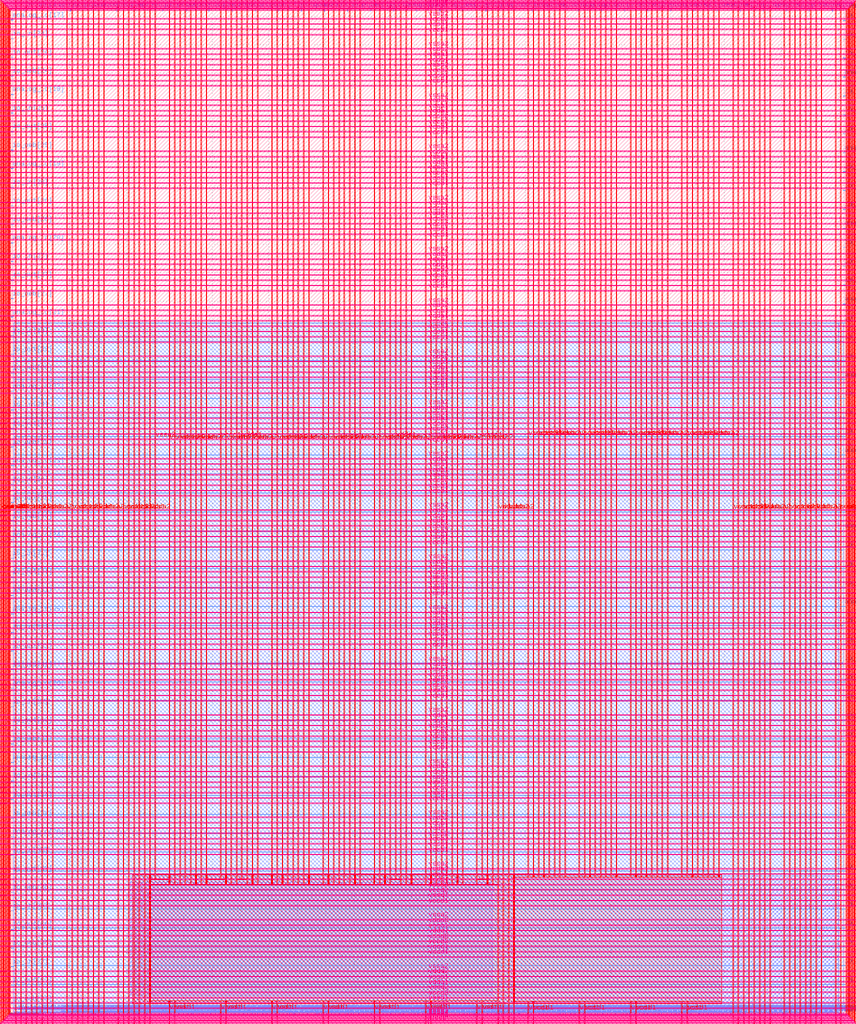
<source format=lef>
VERSION 5.7 ;
  NOWIREEXTENSIONATPIN ON ;
  DIVIDERCHAR "/" ;
  BUSBITCHARS "[]" ;
MACRO user_project_wrapper
  CLASS BLOCK ;
  FOREIGN user_project_wrapper ;
  ORIGIN 0.000 0.000 ;
  SIZE 2920.000 BY 3520.000 ;
  PIN analog_io[0]
    DIRECTION INOUT ;
    USE SIGNAL ;
    PORT
      LAYER met3 ;
        RECT 2917.600 1426.380 2924.800 1427.580 ;
    END
  END analog_io[0]
  PIN analog_io[10]
    DIRECTION INOUT ;
    USE SIGNAL ;
    PORT
      LAYER met2 ;
        RECT 2230.490 3517.600 2231.050 3524.800 ;
    END
  END analog_io[10]
  PIN analog_io[11]
    DIRECTION INOUT ;
    USE SIGNAL ;
    PORT
      LAYER met2 ;
        RECT 1905.730 3517.600 1906.290 3524.800 ;
    END
  END analog_io[11]
  PIN analog_io[12]
    DIRECTION INOUT ;
    USE SIGNAL ;
    PORT
      LAYER met2 ;
        RECT 1581.430 3517.600 1581.990 3524.800 ;
    END
  END analog_io[12]
  PIN analog_io[13]
    DIRECTION INOUT ;
    USE SIGNAL ;
    PORT
      LAYER met2 ;
        RECT 1257.130 3517.600 1257.690 3524.800 ;
    END
  END analog_io[13]
  PIN analog_io[14]
    DIRECTION INOUT ;
    USE SIGNAL ;
    PORT
      LAYER met2 ;
        RECT 932.370 3517.600 932.930 3524.800 ;
    END
  END analog_io[14]
  PIN analog_io[15]
    DIRECTION INOUT ;
    USE SIGNAL ;
    PORT
      LAYER met2 ;
        RECT 608.070 3517.600 608.630 3524.800 ;
    END
  END analog_io[15]
  PIN analog_io[16]
    DIRECTION INOUT ;
    USE SIGNAL ;
    PORT
      LAYER met2 ;
        RECT 283.770 3517.600 284.330 3524.800 ;
    END
  END analog_io[16]
  PIN analog_io[17]
    DIRECTION INOUT ;
    USE SIGNAL ;
    PORT
      LAYER met3 ;
        RECT -4.800 3486.100 2.400 3487.300 ;
    END
  END analog_io[17]
  PIN analog_io[18]
    DIRECTION INOUT ;
    USE SIGNAL ;
    PORT
      LAYER met3 ;
        RECT -4.800 3224.980 2.400 3226.180 ;
    END
  END analog_io[18]
  PIN analog_io[19]
    DIRECTION INOUT ;
    USE SIGNAL ;
    PORT
      LAYER met3 ;
        RECT -4.800 2964.540 2.400 2965.740 ;
    END
  END analog_io[19]
  PIN analog_io[1]
    DIRECTION INOUT ;
    USE SIGNAL ;
    PORT
      LAYER met3 ;
        RECT 2917.600 1692.260 2924.800 1693.460 ;
    END
  END analog_io[1]
  PIN analog_io[20]
    DIRECTION INOUT ;
    USE SIGNAL ;
    PORT
      LAYER met3 ;
        RECT -4.800 2703.420 2.400 2704.620 ;
    END
  END analog_io[20]
  PIN analog_io[21]
    DIRECTION INOUT ;
    USE SIGNAL ;
    PORT
      LAYER met3 ;
        RECT -4.800 2442.980 2.400 2444.180 ;
    END
  END analog_io[21]
  PIN analog_io[22]
    DIRECTION INOUT ;
    USE SIGNAL ;
    PORT
      LAYER met3 ;
        RECT -4.800 2182.540 2.400 2183.740 ;
    END
  END analog_io[22]
  PIN analog_io[23]
    DIRECTION INOUT ;
    USE SIGNAL ;
    PORT
      LAYER met3 ;
        RECT -4.800 1921.420 2.400 1922.620 ;
    END
  END analog_io[23]
  PIN analog_io[24]
    DIRECTION INOUT ;
    USE SIGNAL ;
    PORT
      LAYER met3 ;
        RECT -4.800 1660.980 2.400 1662.180 ;
    END
  END analog_io[24]
  PIN analog_io[25]
    DIRECTION INOUT ;
    USE SIGNAL ;
    PORT
      LAYER met3 ;
        RECT -4.800 1399.860 2.400 1401.060 ;
    END
  END analog_io[25]
  PIN analog_io[26]
    DIRECTION INOUT ;
    USE SIGNAL ;
    PORT
      LAYER met3 ;
        RECT -4.800 1139.420 2.400 1140.620 ;
    END
  END analog_io[26]
  PIN analog_io[27]
    DIRECTION INOUT ;
    USE SIGNAL ;
    PORT
      LAYER met3 ;
        RECT -4.800 878.980 2.400 880.180 ;
    END
  END analog_io[27]
  PIN analog_io[28]
    DIRECTION INOUT ;
    USE SIGNAL ;
    PORT
      LAYER met3 ;
        RECT -4.800 617.860 2.400 619.060 ;
    END
  END analog_io[28]
  PIN analog_io[2]
    DIRECTION INOUT ;
    USE SIGNAL ;
    PORT
      LAYER met3 ;
        RECT 2917.600 1958.140 2924.800 1959.340 ;
    END
  END analog_io[2]
  PIN analog_io[3]
    DIRECTION INOUT ;
    USE SIGNAL ;
    PORT
      LAYER met3 ;
        RECT 2917.600 2223.340 2924.800 2224.540 ;
    END
  END analog_io[3]
  PIN analog_io[4]
    DIRECTION INOUT ;
    USE SIGNAL ;
    PORT
      LAYER met3 ;
        RECT 2917.600 2489.220 2924.800 2490.420 ;
    END
  END analog_io[4]
  PIN analog_io[5]
    DIRECTION INOUT ;
    USE SIGNAL ;
    PORT
      LAYER met3 ;
        RECT 2917.600 2755.100 2924.800 2756.300 ;
    END
  END analog_io[5]
  PIN analog_io[6]
    DIRECTION INOUT ;
    USE SIGNAL ;
    PORT
      LAYER met3 ;
        RECT 2917.600 3020.300 2924.800 3021.500 ;
    END
  END analog_io[6]
  PIN analog_io[7]
    DIRECTION INOUT ;
    USE SIGNAL ;
    PORT
      LAYER met3 ;
        RECT 2917.600 3286.180 2924.800 3287.380 ;
    END
  END analog_io[7]
  PIN analog_io[8]
    DIRECTION INOUT ;
    USE SIGNAL ;
    PORT
      LAYER met2 ;
        RECT 2879.090 3517.600 2879.650 3524.800 ;
    END
  END analog_io[8]
  PIN analog_io[9]
    DIRECTION INOUT ;
    USE SIGNAL ;
    PORT
      LAYER met2 ;
        RECT 2554.790 3517.600 2555.350 3524.800 ;
    END
  END analog_io[9]
  PIN io_in[0]
    DIRECTION INPUT ;
    USE SIGNAL ;
    PORT
      LAYER met3 ;
        RECT 2917.600 32.380 2924.800 33.580 ;
    END
  END io_in[0]
  PIN io_in[10]
    DIRECTION INPUT ;
    USE SIGNAL ;
    PORT
      LAYER met3 ;
        RECT 2917.600 2289.980 2924.800 2291.180 ;
    END
  END io_in[10]
  PIN io_in[11]
    DIRECTION INPUT ;
    USE SIGNAL ;
    PORT
      LAYER met3 ;
        RECT 2917.600 2555.860 2924.800 2557.060 ;
    END
  END io_in[11]
  PIN io_in[12]
    DIRECTION INPUT ;
    USE SIGNAL ;
    PORT
      LAYER met3 ;
        RECT 2917.600 2821.060 2924.800 2822.260 ;
    END
  END io_in[12]
  PIN io_in[13]
    DIRECTION INPUT ;
    USE SIGNAL ;
    PORT
      LAYER met3 ;
        RECT 2917.600 3086.940 2924.800 3088.140 ;
    END
  END io_in[13]
  PIN io_in[14]
    DIRECTION INPUT ;
    USE SIGNAL ;
    PORT
      LAYER met3 ;
        RECT 2917.600 3352.820 2924.800 3354.020 ;
    END
  END io_in[14]
  PIN io_in[15]
    DIRECTION INPUT ;
    USE SIGNAL ;
    PORT
      LAYER met2 ;
        RECT 2798.130 3517.600 2798.690 3524.800 ;
    END
  END io_in[15]
  PIN io_in[16]
    DIRECTION INPUT ;
    USE SIGNAL ;
    PORT
      LAYER met2 ;
        RECT 2473.830 3517.600 2474.390 3524.800 ;
    END
  END io_in[16]
  PIN io_in[17]
    DIRECTION INPUT ;
    USE SIGNAL ;
    PORT
      LAYER met2 ;
        RECT 2149.070 3517.600 2149.630 3524.800 ;
    END
  END io_in[17]
  PIN io_in[18]
    DIRECTION INPUT ;
    USE SIGNAL ;
    PORT
      LAYER met2 ;
        RECT 1824.770 3517.600 1825.330 3524.800 ;
    END
  END io_in[18]
  PIN io_in[19]
    DIRECTION INPUT ;
    USE SIGNAL ;
    PORT
      LAYER met2 ;
        RECT 1500.470 3517.600 1501.030 3524.800 ;
    END
  END io_in[19]
  PIN io_in[1]
    DIRECTION INPUT ;
    USE SIGNAL ;
    PORT
      LAYER met3 ;
        RECT 2917.600 230.940 2924.800 232.140 ;
    END
  END io_in[1]
  PIN io_in[20]
    DIRECTION INPUT ;
    USE SIGNAL ;
    PORT
      LAYER met2 ;
        RECT 1175.710 3517.600 1176.270 3524.800 ;
    END
  END io_in[20]
  PIN io_in[21]
    DIRECTION INPUT ;
    USE SIGNAL ;
    PORT
      LAYER met2 ;
        RECT 851.410 3517.600 851.970 3524.800 ;
    END
  END io_in[21]
  PIN io_in[22]
    DIRECTION INPUT ;
    USE SIGNAL ;
    PORT
      LAYER met2 ;
        RECT 527.110 3517.600 527.670 3524.800 ;
    END
  END io_in[22]
  PIN io_in[23]
    DIRECTION INPUT ;
    USE SIGNAL ;
    PORT
      LAYER met2 ;
        RECT 202.350 3517.600 202.910 3524.800 ;
    END
  END io_in[23]
  PIN io_in[24]
    DIRECTION INPUT ;
    USE SIGNAL ;
    PORT
      LAYER met3 ;
        RECT -4.800 3420.820 2.400 3422.020 ;
    END
  END io_in[24]
  PIN io_in[25]
    DIRECTION INPUT ;
    USE SIGNAL ;
    PORT
      LAYER met3 ;
        RECT -4.800 3159.700 2.400 3160.900 ;
    END
  END io_in[25]
  PIN io_in[26]
    DIRECTION INPUT ;
    USE SIGNAL ;
    PORT
      LAYER met3 ;
        RECT -4.800 2899.260 2.400 2900.460 ;
    END
  END io_in[26]
  PIN io_in[27]
    DIRECTION INPUT ;
    USE SIGNAL ;
    PORT
      LAYER met3 ;
        RECT -4.800 2638.820 2.400 2640.020 ;
    END
  END io_in[27]
  PIN io_in[28]
    DIRECTION INPUT ;
    USE SIGNAL ;
    PORT
      LAYER met3 ;
        RECT -4.800 2377.700 2.400 2378.900 ;
    END
  END io_in[28]
  PIN io_in[29]
    DIRECTION INPUT ;
    USE SIGNAL ;
    PORT
      LAYER met3 ;
        RECT -4.800 2117.260 2.400 2118.460 ;
    END
  END io_in[29]
  PIN io_in[2]
    DIRECTION INPUT ;
    USE SIGNAL ;
    PORT
      LAYER met3 ;
        RECT 2917.600 430.180 2924.800 431.380 ;
    END
  END io_in[2]
  PIN io_in[30]
    DIRECTION INPUT ;
    USE SIGNAL ;
    PORT
      LAYER met3 ;
        RECT -4.800 1856.140 2.400 1857.340 ;
    END
  END io_in[30]
  PIN io_in[31]
    DIRECTION INPUT ;
    USE SIGNAL ;
    PORT
      LAYER met3 ;
        RECT -4.800 1595.700 2.400 1596.900 ;
    END
  END io_in[31]
  PIN io_in[32]
    DIRECTION INPUT ;
    USE SIGNAL ;
    PORT
      LAYER met3 ;
        RECT -4.800 1335.260 2.400 1336.460 ;
    END
  END io_in[32]
  PIN io_in[33]
    DIRECTION INPUT ;
    USE SIGNAL ;
    PORT
      LAYER met3 ;
        RECT -4.800 1074.140 2.400 1075.340 ;
    END
  END io_in[33]
  PIN io_in[34]
    DIRECTION INPUT ;
    USE SIGNAL ;
    PORT
      LAYER met3 ;
        RECT -4.800 813.700 2.400 814.900 ;
    END
  END io_in[34]
  PIN io_in[35]
    DIRECTION INPUT ;
    USE SIGNAL ;
    PORT
      LAYER met3 ;
        RECT -4.800 552.580 2.400 553.780 ;
    END
  END io_in[35]
  PIN io_in[36]
    DIRECTION INPUT ;
    USE SIGNAL ;
    PORT
      LAYER met3 ;
        RECT -4.800 357.420 2.400 358.620 ;
    END
  END io_in[36]
  PIN io_in[37]
    DIRECTION INPUT ;
    USE SIGNAL ;
    PORT
      LAYER met3 ;
        RECT -4.800 161.580 2.400 162.780 ;
    END
  END io_in[37]
  PIN io_in[3]
    DIRECTION INPUT ;
    USE SIGNAL ;
    PORT
      LAYER met3 ;
        RECT 2917.600 629.420 2924.800 630.620 ;
    END
  END io_in[3]
  PIN io_in[4]
    DIRECTION INPUT ;
    USE SIGNAL ;
    PORT
      LAYER met3 ;
        RECT 2917.600 828.660 2924.800 829.860 ;
    END
  END io_in[4]
  PIN io_in[5]
    DIRECTION INPUT ;
    USE SIGNAL ;
    PORT
      LAYER met3 ;
        RECT 2917.600 1027.900 2924.800 1029.100 ;
    END
  END io_in[5]
  PIN io_in[6]
    DIRECTION INPUT ;
    USE SIGNAL ;
    PORT
      LAYER met3 ;
        RECT 2917.600 1227.140 2924.800 1228.340 ;
    END
  END io_in[6]
  PIN io_in[7]
    DIRECTION INPUT ;
    USE SIGNAL ;
    PORT
      LAYER met3 ;
        RECT 2917.600 1493.020 2924.800 1494.220 ;
    END
  END io_in[7]
  PIN io_in[8]
    DIRECTION INPUT ;
    USE SIGNAL ;
    PORT
      LAYER met3 ;
        RECT 2917.600 1758.900 2924.800 1760.100 ;
    END
  END io_in[8]
  PIN io_in[9]
    DIRECTION INPUT ;
    USE SIGNAL ;
    PORT
      LAYER met3 ;
        RECT 2917.600 2024.100 2924.800 2025.300 ;
    END
  END io_in[9]
  PIN io_oeb[0]
    DIRECTION OUTPUT TRISTATE ;
    USE SIGNAL ;
    PORT
      LAYER met3 ;
        RECT 2917.600 164.980 2924.800 166.180 ;
    END
  END io_oeb[0]
  PIN io_oeb[10]
    DIRECTION OUTPUT TRISTATE ;
    USE SIGNAL ;
    PORT
      LAYER met3 ;
        RECT 2917.600 2422.580 2924.800 2423.780 ;
    END
  END io_oeb[10]
  PIN io_oeb[11]
    DIRECTION OUTPUT TRISTATE ;
    USE SIGNAL ;
    PORT
      LAYER met3 ;
        RECT 2917.600 2688.460 2924.800 2689.660 ;
    END
  END io_oeb[11]
  PIN io_oeb[12]
    DIRECTION OUTPUT TRISTATE ;
    USE SIGNAL ;
    PORT
      LAYER met3 ;
        RECT 2917.600 2954.340 2924.800 2955.540 ;
    END
  END io_oeb[12]
  PIN io_oeb[13]
    DIRECTION OUTPUT TRISTATE ;
    USE SIGNAL ;
    PORT
      LAYER met3 ;
        RECT 2917.600 3219.540 2924.800 3220.740 ;
    END
  END io_oeb[13]
  PIN io_oeb[14]
    DIRECTION OUTPUT TRISTATE ;
    USE SIGNAL ;
    PORT
      LAYER met3 ;
        RECT 2917.600 3485.420 2924.800 3486.620 ;
    END
  END io_oeb[14]
  PIN io_oeb[15]
    DIRECTION OUTPUT TRISTATE ;
    USE SIGNAL ;
    PORT
      LAYER met2 ;
        RECT 2635.750 3517.600 2636.310 3524.800 ;
    END
  END io_oeb[15]
  PIN io_oeb[16]
    DIRECTION OUTPUT TRISTATE ;
    USE SIGNAL ;
    PORT
      LAYER met2 ;
        RECT 2311.450 3517.600 2312.010 3524.800 ;
    END
  END io_oeb[16]
  PIN io_oeb[17]
    DIRECTION OUTPUT TRISTATE ;
    USE SIGNAL ;
    PORT
      LAYER met2 ;
        RECT 1987.150 3517.600 1987.710 3524.800 ;
    END
  END io_oeb[17]
  PIN io_oeb[18]
    DIRECTION OUTPUT TRISTATE ;
    USE SIGNAL ;
    PORT
      LAYER met2 ;
        RECT 1662.390 3517.600 1662.950 3524.800 ;
    END
  END io_oeb[18]
  PIN io_oeb[19]
    DIRECTION OUTPUT TRISTATE ;
    USE SIGNAL ;
    PORT
      LAYER met2 ;
        RECT 1338.090 3517.600 1338.650 3524.800 ;
    END
  END io_oeb[19]
  PIN io_oeb[1]
    DIRECTION OUTPUT TRISTATE ;
    USE SIGNAL ;
    PORT
      LAYER met3 ;
        RECT 2917.600 364.220 2924.800 365.420 ;
    END
  END io_oeb[1]
  PIN io_oeb[20]
    DIRECTION OUTPUT TRISTATE ;
    USE SIGNAL ;
    PORT
      LAYER met2 ;
        RECT 1013.790 3517.600 1014.350 3524.800 ;
    END
  END io_oeb[20]
  PIN io_oeb[21]
    DIRECTION OUTPUT TRISTATE ;
    USE SIGNAL ;
    PORT
      LAYER met2 ;
        RECT 689.030 3517.600 689.590 3524.800 ;
    END
  END io_oeb[21]
  PIN io_oeb[22]
    DIRECTION OUTPUT TRISTATE ;
    USE SIGNAL ;
    PORT
      LAYER met2 ;
        RECT 364.730 3517.600 365.290 3524.800 ;
    END
  END io_oeb[22]
  PIN io_oeb[23]
    DIRECTION OUTPUT TRISTATE ;
    USE SIGNAL ;
    PORT
      LAYER met2 ;
        RECT 40.430 3517.600 40.990 3524.800 ;
    END
  END io_oeb[23]
  PIN io_oeb[24]
    DIRECTION OUTPUT TRISTATE ;
    USE SIGNAL ;
    PORT
      LAYER met3 ;
        RECT -4.800 3290.260 2.400 3291.460 ;
    END
  END io_oeb[24]
  PIN io_oeb[25]
    DIRECTION OUTPUT TRISTATE ;
    USE SIGNAL ;
    PORT
      LAYER met3 ;
        RECT -4.800 3029.820 2.400 3031.020 ;
    END
  END io_oeb[25]
  PIN io_oeb[26]
    DIRECTION OUTPUT TRISTATE ;
    USE SIGNAL ;
    PORT
      LAYER met3 ;
        RECT -4.800 2768.700 2.400 2769.900 ;
    END
  END io_oeb[26]
  PIN io_oeb[27]
    DIRECTION OUTPUT TRISTATE ;
    USE SIGNAL ;
    PORT
      LAYER met3 ;
        RECT -4.800 2508.260 2.400 2509.460 ;
    END
  END io_oeb[27]
  PIN io_oeb[28]
    DIRECTION OUTPUT TRISTATE ;
    USE SIGNAL ;
    PORT
      LAYER met3 ;
        RECT -4.800 2247.140 2.400 2248.340 ;
    END
  END io_oeb[28]
  PIN io_oeb[29]
    DIRECTION OUTPUT TRISTATE ;
    USE SIGNAL ;
    PORT
      LAYER met3 ;
        RECT -4.800 1986.700 2.400 1987.900 ;
    END
  END io_oeb[29]
  PIN io_oeb[2]
    DIRECTION OUTPUT TRISTATE ;
    USE SIGNAL ;
    PORT
      LAYER met3 ;
        RECT 2917.600 563.460 2924.800 564.660 ;
    END
  END io_oeb[2]
  PIN io_oeb[30]
    DIRECTION OUTPUT TRISTATE ;
    USE SIGNAL ;
    PORT
      LAYER met3 ;
        RECT -4.800 1726.260 2.400 1727.460 ;
    END
  END io_oeb[30]
  PIN io_oeb[31]
    DIRECTION OUTPUT TRISTATE ;
    USE SIGNAL ;
    PORT
      LAYER met3 ;
        RECT -4.800 1465.140 2.400 1466.340 ;
    END
  END io_oeb[31]
  PIN io_oeb[32]
    DIRECTION OUTPUT TRISTATE ;
    USE SIGNAL ;
    PORT
      LAYER met3 ;
        RECT -4.800 1204.700 2.400 1205.900 ;
    END
  END io_oeb[32]
  PIN io_oeb[33]
    DIRECTION OUTPUT TRISTATE ;
    USE SIGNAL ;
    PORT
      LAYER met3 ;
        RECT -4.800 943.580 2.400 944.780 ;
    END
  END io_oeb[33]
  PIN io_oeb[34]
    DIRECTION OUTPUT TRISTATE ;
    USE SIGNAL ;
    PORT
      LAYER met3 ;
        RECT -4.800 683.140 2.400 684.340 ;
    END
  END io_oeb[34]
  PIN io_oeb[35]
    DIRECTION OUTPUT TRISTATE ;
    USE SIGNAL ;
    PORT
      LAYER met3 ;
        RECT -4.800 422.700 2.400 423.900 ;
    END
  END io_oeb[35]
  PIN io_oeb[36]
    DIRECTION OUTPUT TRISTATE ;
    USE SIGNAL ;
    PORT
      LAYER met3 ;
        RECT -4.800 226.860 2.400 228.060 ;
    END
  END io_oeb[36]
  PIN io_oeb[37]
    DIRECTION OUTPUT TRISTATE ;
    USE SIGNAL ;
    PORT
      LAYER met3 ;
        RECT -4.800 31.700 2.400 32.900 ;
    END
  END io_oeb[37]
  PIN io_oeb[3]
    DIRECTION OUTPUT TRISTATE ;
    USE SIGNAL ;
    PORT
      LAYER met3 ;
        RECT 2917.600 762.700 2924.800 763.900 ;
    END
  END io_oeb[3]
  PIN io_oeb[4]
    DIRECTION OUTPUT TRISTATE ;
    USE SIGNAL ;
    PORT
      LAYER met3 ;
        RECT 2917.600 961.940 2924.800 963.140 ;
    END
  END io_oeb[4]
  PIN io_oeb[5]
    DIRECTION OUTPUT TRISTATE ;
    USE SIGNAL ;
    PORT
      LAYER met3 ;
        RECT 2917.600 1161.180 2924.800 1162.380 ;
    END
  END io_oeb[5]
  PIN io_oeb[6]
    DIRECTION OUTPUT TRISTATE ;
    USE SIGNAL ;
    PORT
      LAYER met3 ;
        RECT 2917.600 1360.420 2924.800 1361.620 ;
    END
  END io_oeb[6]
  PIN io_oeb[7]
    DIRECTION OUTPUT TRISTATE ;
    USE SIGNAL ;
    PORT
      LAYER met3 ;
        RECT 2917.600 1625.620 2924.800 1626.820 ;
    END
  END io_oeb[7]
  PIN io_oeb[8]
    DIRECTION OUTPUT TRISTATE ;
    USE SIGNAL ;
    PORT
      LAYER met3 ;
        RECT 2917.600 1891.500 2924.800 1892.700 ;
    END
  END io_oeb[8]
  PIN io_oeb[9]
    DIRECTION OUTPUT TRISTATE ;
    USE SIGNAL ;
    PORT
      LAYER met3 ;
        RECT 2917.600 2157.380 2924.800 2158.580 ;
    END
  END io_oeb[9]
  PIN io_out[0]
    DIRECTION OUTPUT TRISTATE ;
    USE SIGNAL ;
    PORT
      LAYER met3 ;
        RECT 2917.600 98.340 2924.800 99.540 ;
    END
  END io_out[0]
  PIN io_out[10]
    DIRECTION OUTPUT TRISTATE ;
    USE SIGNAL ;
    PORT
      LAYER met3 ;
        RECT 2917.600 2356.620 2924.800 2357.820 ;
    END
  END io_out[10]
  PIN io_out[11]
    DIRECTION OUTPUT TRISTATE ;
    USE SIGNAL ;
    PORT
      LAYER met3 ;
        RECT 2917.600 2621.820 2924.800 2623.020 ;
    END
  END io_out[11]
  PIN io_out[12]
    DIRECTION OUTPUT TRISTATE ;
    USE SIGNAL ;
    PORT
      LAYER met3 ;
        RECT 2917.600 2887.700 2924.800 2888.900 ;
    END
  END io_out[12]
  PIN io_out[13]
    DIRECTION OUTPUT TRISTATE ;
    USE SIGNAL ;
    PORT
      LAYER met3 ;
        RECT 2917.600 3153.580 2924.800 3154.780 ;
    END
  END io_out[13]
  PIN io_out[14]
    DIRECTION OUTPUT TRISTATE ;
    USE SIGNAL ;
    PORT
      LAYER met3 ;
        RECT 2917.600 3418.780 2924.800 3419.980 ;
    END
  END io_out[14]
  PIN io_out[15]
    DIRECTION OUTPUT TRISTATE ;
    USE SIGNAL ;
    PORT
      LAYER met2 ;
        RECT 2717.170 3517.600 2717.730 3524.800 ;
    END
  END io_out[15]
  PIN io_out[16]
    DIRECTION OUTPUT TRISTATE ;
    USE SIGNAL ;
    PORT
      LAYER met2 ;
        RECT 2392.410 3517.600 2392.970 3524.800 ;
    END
  END io_out[16]
  PIN io_out[17]
    DIRECTION OUTPUT TRISTATE ;
    USE SIGNAL ;
    PORT
      LAYER met2 ;
        RECT 2068.110 3517.600 2068.670 3524.800 ;
    END
  END io_out[17]
  PIN io_out[18]
    DIRECTION OUTPUT TRISTATE ;
    USE SIGNAL ;
    PORT
      LAYER met2 ;
        RECT 1743.810 3517.600 1744.370 3524.800 ;
    END
  END io_out[18]
  PIN io_out[19]
    DIRECTION OUTPUT TRISTATE ;
    USE SIGNAL ;
    PORT
      LAYER met2 ;
        RECT 1419.050 3517.600 1419.610 3524.800 ;
    END
  END io_out[19]
  PIN io_out[1]
    DIRECTION OUTPUT TRISTATE ;
    USE SIGNAL ;
    PORT
      LAYER met3 ;
        RECT 2917.600 297.580 2924.800 298.780 ;
    END
  END io_out[1]
  PIN io_out[20]
    DIRECTION OUTPUT TRISTATE ;
    USE SIGNAL ;
    PORT
      LAYER met2 ;
        RECT 1094.750 3517.600 1095.310 3524.800 ;
    END
  END io_out[20]
  PIN io_out[21]
    DIRECTION OUTPUT TRISTATE ;
    USE SIGNAL ;
    PORT
      LAYER met2 ;
        RECT 770.450 3517.600 771.010 3524.800 ;
    END
  END io_out[21]
  PIN io_out[22]
    DIRECTION OUTPUT TRISTATE ;
    USE SIGNAL ;
    PORT
      LAYER met2 ;
        RECT 445.690 3517.600 446.250 3524.800 ;
    END
  END io_out[22]
  PIN io_out[23]
    DIRECTION OUTPUT TRISTATE ;
    USE SIGNAL ;
    PORT
      LAYER met2 ;
        RECT 121.390 3517.600 121.950 3524.800 ;
    END
  END io_out[23]
  PIN io_out[24]
    DIRECTION OUTPUT TRISTATE ;
    USE SIGNAL ;
    PORT
      LAYER met3 ;
        RECT -4.800 3355.540 2.400 3356.740 ;
    END
  END io_out[24]
  PIN io_out[25]
    DIRECTION OUTPUT TRISTATE ;
    USE SIGNAL ;
    PORT
      LAYER met3 ;
        RECT -4.800 3095.100 2.400 3096.300 ;
    END
  END io_out[25]
  PIN io_out[26]
    DIRECTION OUTPUT TRISTATE ;
    USE SIGNAL ;
    PORT
      LAYER met3 ;
        RECT -4.800 2833.980 2.400 2835.180 ;
    END
  END io_out[26]
  PIN io_out[27]
    DIRECTION OUTPUT TRISTATE ;
    USE SIGNAL ;
    PORT
      LAYER met3 ;
        RECT -4.800 2573.540 2.400 2574.740 ;
    END
  END io_out[27]
  PIN io_out[28]
    DIRECTION OUTPUT TRISTATE ;
    USE SIGNAL ;
    PORT
      LAYER met3 ;
        RECT -4.800 2312.420 2.400 2313.620 ;
    END
  END io_out[28]
  PIN io_out[29]
    DIRECTION OUTPUT TRISTATE ;
    USE SIGNAL ;
    PORT
      LAYER met3 ;
        RECT -4.800 2051.980 2.400 2053.180 ;
    END
  END io_out[29]
  PIN io_out[2]
    DIRECTION OUTPUT TRISTATE ;
    USE SIGNAL ;
    PORT
      LAYER met3 ;
        RECT 2917.600 496.820 2924.800 498.020 ;
    END
  END io_out[2]
  PIN io_out[30]
    DIRECTION OUTPUT TRISTATE ;
    USE SIGNAL ;
    PORT
      LAYER met3 ;
        RECT -4.800 1791.540 2.400 1792.740 ;
    END
  END io_out[30]
  PIN io_out[31]
    DIRECTION OUTPUT TRISTATE ;
    USE SIGNAL ;
    PORT
      LAYER met3 ;
        RECT -4.800 1530.420 2.400 1531.620 ;
    END
  END io_out[31]
  PIN io_out[32]
    DIRECTION OUTPUT TRISTATE ;
    USE SIGNAL ;
    PORT
      LAYER met3 ;
        RECT -4.800 1269.980 2.400 1271.180 ;
    END
  END io_out[32]
  PIN io_out[33]
    DIRECTION OUTPUT TRISTATE ;
    USE SIGNAL ;
    PORT
      LAYER met3 ;
        RECT -4.800 1008.860 2.400 1010.060 ;
    END
  END io_out[33]
  PIN io_out[34]
    DIRECTION OUTPUT TRISTATE ;
    USE SIGNAL ;
    PORT
      LAYER met3 ;
        RECT -4.800 748.420 2.400 749.620 ;
    END
  END io_out[34]
  PIN io_out[35]
    DIRECTION OUTPUT TRISTATE ;
    USE SIGNAL ;
    PORT
      LAYER met3 ;
        RECT -4.800 487.300 2.400 488.500 ;
    END
  END io_out[35]
  PIN io_out[36]
    DIRECTION OUTPUT TRISTATE ;
    USE SIGNAL ;
    PORT
      LAYER met3 ;
        RECT -4.800 292.140 2.400 293.340 ;
    END
  END io_out[36]
  PIN io_out[37]
    DIRECTION OUTPUT TRISTATE ;
    USE SIGNAL ;
    PORT
      LAYER met3 ;
        RECT -4.800 96.300 2.400 97.500 ;
    END
  END io_out[37]
  PIN io_out[3]
    DIRECTION OUTPUT TRISTATE ;
    USE SIGNAL ;
    PORT
      LAYER met3 ;
        RECT 2917.600 696.060 2924.800 697.260 ;
    END
  END io_out[3]
  PIN io_out[4]
    DIRECTION OUTPUT TRISTATE ;
    USE SIGNAL ;
    PORT
      LAYER met3 ;
        RECT 2917.600 895.300 2924.800 896.500 ;
    END
  END io_out[4]
  PIN io_out[5]
    DIRECTION OUTPUT TRISTATE ;
    USE SIGNAL ;
    PORT
      LAYER met3 ;
        RECT 2917.600 1094.540 2924.800 1095.740 ;
    END
  END io_out[5]
  PIN io_out[6]
    DIRECTION OUTPUT TRISTATE ;
    USE SIGNAL ;
    PORT
      LAYER met3 ;
        RECT 2917.600 1293.780 2924.800 1294.980 ;
    END
  END io_out[6]
  PIN io_out[7]
    DIRECTION OUTPUT TRISTATE ;
    USE SIGNAL ;
    PORT
      LAYER met3 ;
        RECT 2917.600 1559.660 2924.800 1560.860 ;
    END
  END io_out[7]
  PIN io_out[8]
    DIRECTION OUTPUT TRISTATE ;
    USE SIGNAL ;
    PORT
      LAYER met3 ;
        RECT 2917.600 1824.860 2924.800 1826.060 ;
    END
  END io_out[8]
  PIN io_out[9]
    DIRECTION OUTPUT TRISTATE ;
    USE SIGNAL ;
    PORT
      LAYER met3 ;
        RECT 2917.600 2090.740 2924.800 2091.940 ;
    END
  END io_out[9]
  PIN la_data_in[0]
    DIRECTION INPUT ;
    USE SIGNAL ;
    PORT
      LAYER met2 ;
        RECT 629.230 -4.800 629.790 2.400 ;
    END
  END la_data_in[0]
  PIN la_data_in[100]
    DIRECTION INPUT ;
    USE SIGNAL ;
    PORT
      LAYER met2 ;
        RECT 2402.530 -4.800 2403.090 2.400 ;
    END
  END la_data_in[100]
  PIN la_data_in[101]
    DIRECTION INPUT ;
    USE SIGNAL ;
    PORT
      LAYER met2 ;
        RECT 2420.010 -4.800 2420.570 2.400 ;
    END
  END la_data_in[101]
  PIN la_data_in[102]
    DIRECTION INPUT ;
    USE SIGNAL ;
    PORT
      LAYER met2 ;
        RECT 2437.950 -4.800 2438.510 2.400 ;
    END
  END la_data_in[102]
  PIN la_data_in[103]
    DIRECTION INPUT ;
    USE SIGNAL ;
    PORT
      LAYER met2 ;
        RECT 2455.430 -4.800 2455.990 2.400 ;
    END
  END la_data_in[103]
  PIN la_data_in[104]
    DIRECTION INPUT ;
    USE SIGNAL ;
    PORT
      LAYER met2 ;
        RECT 2473.370 -4.800 2473.930 2.400 ;
    END
  END la_data_in[104]
  PIN la_data_in[105]
    DIRECTION INPUT ;
    USE SIGNAL ;
    PORT
      LAYER met2 ;
        RECT 2490.850 -4.800 2491.410 2.400 ;
    END
  END la_data_in[105]
  PIN la_data_in[106]
    DIRECTION INPUT ;
    USE SIGNAL ;
    PORT
      LAYER met2 ;
        RECT 2508.790 -4.800 2509.350 2.400 ;
    END
  END la_data_in[106]
  PIN la_data_in[107]
    DIRECTION INPUT ;
    USE SIGNAL ;
    PORT
      LAYER met2 ;
        RECT 2526.730 -4.800 2527.290 2.400 ;
    END
  END la_data_in[107]
  PIN la_data_in[108]
    DIRECTION INPUT ;
    USE SIGNAL ;
    PORT
      LAYER met2 ;
        RECT 2544.210 -4.800 2544.770 2.400 ;
    END
  END la_data_in[108]
  PIN la_data_in[109]
    DIRECTION INPUT ;
    USE SIGNAL ;
    PORT
      LAYER met2 ;
        RECT 2562.150 -4.800 2562.710 2.400 ;
    END
  END la_data_in[109]
  PIN la_data_in[10]
    DIRECTION INPUT ;
    USE SIGNAL ;
    PORT
      LAYER met2 ;
        RECT 806.330 -4.800 806.890 2.400 ;
    END
  END la_data_in[10]
  PIN la_data_in[110]
    DIRECTION INPUT ;
    USE SIGNAL ;
    PORT
      LAYER met2 ;
        RECT 2579.630 -4.800 2580.190 2.400 ;
    END
  END la_data_in[110]
  PIN la_data_in[111]
    DIRECTION INPUT ;
    USE SIGNAL ;
    PORT
      LAYER met2 ;
        RECT 2597.570 -4.800 2598.130 2.400 ;
    END
  END la_data_in[111]
  PIN la_data_in[112]
    DIRECTION INPUT ;
    USE SIGNAL ;
    PORT
      LAYER met2 ;
        RECT 2615.050 -4.800 2615.610 2.400 ;
    END
  END la_data_in[112]
  PIN la_data_in[113]
    DIRECTION INPUT ;
    USE SIGNAL ;
    PORT
      LAYER met2 ;
        RECT 2632.990 -4.800 2633.550 2.400 ;
    END
  END la_data_in[113]
  PIN la_data_in[114]
    DIRECTION INPUT ;
    USE SIGNAL ;
    PORT
      LAYER met2 ;
        RECT 2650.470 -4.800 2651.030 2.400 ;
    END
  END la_data_in[114]
  PIN la_data_in[115]
    DIRECTION INPUT ;
    USE SIGNAL ;
    PORT
      LAYER met2 ;
        RECT 2668.410 -4.800 2668.970 2.400 ;
    END
  END la_data_in[115]
  PIN la_data_in[116]
    DIRECTION INPUT ;
    USE SIGNAL ;
    PORT
      LAYER met2 ;
        RECT 2685.890 -4.800 2686.450 2.400 ;
    END
  END la_data_in[116]
  PIN la_data_in[117]
    DIRECTION INPUT ;
    USE SIGNAL ;
    PORT
      LAYER met2 ;
        RECT 2703.830 -4.800 2704.390 2.400 ;
    END
  END la_data_in[117]
  PIN la_data_in[118]
    DIRECTION INPUT ;
    USE SIGNAL ;
    PORT
      LAYER met2 ;
        RECT 2721.770 -4.800 2722.330 2.400 ;
    END
  END la_data_in[118]
  PIN la_data_in[119]
    DIRECTION INPUT ;
    USE SIGNAL ;
    PORT
      LAYER met2 ;
        RECT 2739.250 -4.800 2739.810 2.400 ;
    END
  END la_data_in[119]
  PIN la_data_in[11]
    DIRECTION INPUT ;
    USE SIGNAL ;
    PORT
      LAYER met2 ;
        RECT 824.270 -4.800 824.830 2.400 ;
    END
  END la_data_in[11]
  PIN la_data_in[120]
    DIRECTION INPUT ;
    USE SIGNAL ;
    PORT
      LAYER met2 ;
        RECT 2757.190 -4.800 2757.750 2.400 ;
    END
  END la_data_in[120]
  PIN la_data_in[121]
    DIRECTION INPUT ;
    USE SIGNAL ;
    PORT
      LAYER met2 ;
        RECT 2774.670 -4.800 2775.230 2.400 ;
    END
  END la_data_in[121]
  PIN la_data_in[122]
    DIRECTION INPUT ;
    USE SIGNAL ;
    PORT
      LAYER met2 ;
        RECT 2792.610 -4.800 2793.170 2.400 ;
    END
  END la_data_in[122]
  PIN la_data_in[123]
    DIRECTION INPUT ;
    USE SIGNAL ;
    PORT
      LAYER met2 ;
        RECT 2810.090 -4.800 2810.650 2.400 ;
    END
  END la_data_in[123]
  PIN la_data_in[124]
    DIRECTION INPUT ;
    USE SIGNAL ;
    PORT
      LAYER met2 ;
        RECT 2828.030 -4.800 2828.590 2.400 ;
    END
  END la_data_in[124]
  PIN la_data_in[125]
    DIRECTION INPUT ;
    USE SIGNAL ;
    PORT
      LAYER met2 ;
        RECT 2845.510 -4.800 2846.070 2.400 ;
    END
  END la_data_in[125]
  PIN la_data_in[126]
    DIRECTION INPUT ;
    USE SIGNAL ;
    PORT
      LAYER met2 ;
        RECT 2863.450 -4.800 2864.010 2.400 ;
    END
  END la_data_in[126]
  PIN la_data_in[127]
    DIRECTION INPUT ;
    USE SIGNAL ;
    PORT
      LAYER met2 ;
        RECT 2881.390 -4.800 2881.950 2.400 ;
    END
  END la_data_in[127]
  PIN la_data_in[12]
    DIRECTION INPUT ;
    USE SIGNAL ;
    PORT
      LAYER met2 ;
        RECT 841.750 -4.800 842.310 2.400 ;
    END
  END la_data_in[12]
  PIN la_data_in[13]
    DIRECTION INPUT ;
    USE SIGNAL ;
    PORT
      LAYER met2 ;
        RECT 859.690 -4.800 860.250 2.400 ;
    END
  END la_data_in[13]
  PIN la_data_in[14]
    DIRECTION INPUT ;
    USE SIGNAL ;
    PORT
      LAYER met2 ;
        RECT 877.170 -4.800 877.730 2.400 ;
    END
  END la_data_in[14]
  PIN la_data_in[15]
    DIRECTION INPUT ;
    USE SIGNAL ;
    PORT
      LAYER met2 ;
        RECT 895.110 -4.800 895.670 2.400 ;
    END
  END la_data_in[15]
  PIN la_data_in[16]
    DIRECTION INPUT ;
    USE SIGNAL ;
    PORT
      LAYER met2 ;
        RECT 912.590 -4.800 913.150 2.400 ;
    END
  END la_data_in[16]
  PIN la_data_in[17]
    DIRECTION INPUT ;
    USE SIGNAL ;
    PORT
      LAYER met2 ;
        RECT 930.530 -4.800 931.090 2.400 ;
    END
  END la_data_in[17]
  PIN la_data_in[18]
    DIRECTION INPUT ;
    USE SIGNAL ;
    PORT
      LAYER met2 ;
        RECT 948.470 -4.800 949.030 2.400 ;
    END
  END la_data_in[18]
  PIN la_data_in[19]
    DIRECTION INPUT ;
    USE SIGNAL ;
    PORT
      LAYER met2 ;
        RECT 965.950 -4.800 966.510 2.400 ;
    END
  END la_data_in[19]
  PIN la_data_in[1]
    DIRECTION INPUT ;
    USE SIGNAL ;
    PORT
      LAYER met2 ;
        RECT 646.710 -4.800 647.270 2.400 ;
    END
  END la_data_in[1]
  PIN la_data_in[20]
    DIRECTION INPUT ;
    USE SIGNAL ;
    PORT
      LAYER met2 ;
        RECT 983.890 -4.800 984.450 2.400 ;
    END
  END la_data_in[20]
  PIN la_data_in[21]
    DIRECTION INPUT ;
    USE SIGNAL ;
    PORT
      LAYER met2 ;
        RECT 1001.370 -4.800 1001.930 2.400 ;
    END
  END la_data_in[21]
  PIN la_data_in[22]
    DIRECTION INPUT ;
    USE SIGNAL ;
    PORT
      LAYER met2 ;
        RECT 1019.310 -4.800 1019.870 2.400 ;
    END
  END la_data_in[22]
  PIN la_data_in[23]
    DIRECTION INPUT ;
    USE SIGNAL ;
    PORT
      LAYER met2 ;
        RECT 1036.790 -4.800 1037.350 2.400 ;
    END
  END la_data_in[23]
  PIN la_data_in[24]
    DIRECTION INPUT ;
    USE SIGNAL ;
    PORT
      LAYER met2 ;
        RECT 1054.730 -4.800 1055.290 2.400 ;
    END
  END la_data_in[24]
  PIN la_data_in[25]
    DIRECTION INPUT ;
    USE SIGNAL ;
    PORT
      LAYER met2 ;
        RECT 1072.210 -4.800 1072.770 2.400 ;
    END
  END la_data_in[25]
  PIN la_data_in[26]
    DIRECTION INPUT ;
    USE SIGNAL ;
    PORT
      LAYER met2 ;
        RECT 1090.150 -4.800 1090.710 2.400 ;
    END
  END la_data_in[26]
  PIN la_data_in[27]
    DIRECTION INPUT ;
    USE SIGNAL ;
    PORT
      LAYER met2 ;
        RECT 1107.630 -4.800 1108.190 2.400 ;
    END
  END la_data_in[27]
  PIN la_data_in[28]
    DIRECTION INPUT ;
    USE SIGNAL ;
    PORT
      LAYER met2 ;
        RECT 1125.570 -4.800 1126.130 2.400 ;
    END
  END la_data_in[28]
  PIN la_data_in[29]
    DIRECTION INPUT ;
    USE SIGNAL ;
    PORT
      LAYER met2 ;
        RECT 1143.510 -4.800 1144.070 2.400 ;
    END
  END la_data_in[29]
  PIN la_data_in[2]
    DIRECTION INPUT ;
    USE SIGNAL ;
    PORT
      LAYER met2 ;
        RECT 664.650 -4.800 665.210 2.400 ;
    END
  END la_data_in[2]
  PIN la_data_in[30]
    DIRECTION INPUT ;
    USE SIGNAL ;
    PORT
      LAYER met2 ;
        RECT 1160.990 -4.800 1161.550 2.400 ;
    END
  END la_data_in[30]
  PIN la_data_in[31]
    DIRECTION INPUT ;
    USE SIGNAL ;
    PORT
      LAYER met2 ;
        RECT 1178.930 -4.800 1179.490 2.400 ;
    END
  END la_data_in[31]
  PIN la_data_in[32]
    DIRECTION INPUT ;
    USE SIGNAL ;
    PORT
      LAYER met2 ;
        RECT 1196.410 -4.800 1196.970 2.400 ;
    END
  END la_data_in[32]
  PIN la_data_in[33]
    DIRECTION INPUT ;
    USE SIGNAL ;
    PORT
      LAYER met2 ;
        RECT 1214.350 -4.800 1214.910 2.400 ;
    END
  END la_data_in[33]
  PIN la_data_in[34]
    DIRECTION INPUT ;
    USE SIGNAL ;
    PORT
      LAYER met2 ;
        RECT 1231.830 -4.800 1232.390 2.400 ;
    END
  END la_data_in[34]
  PIN la_data_in[35]
    DIRECTION INPUT ;
    USE SIGNAL ;
    PORT
      LAYER met2 ;
        RECT 1249.770 -4.800 1250.330 2.400 ;
    END
  END la_data_in[35]
  PIN la_data_in[36]
    DIRECTION INPUT ;
    USE SIGNAL ;
    PORT
      LAYER met2 ;
        RECT 1267.250 -4.800 1267.810 2.400 ;
    END
  END la_data_in[36]
  PIN la_data_in[37]
    DIRECTION INPUT ;
    USE SIGNAL ;
    PORT
      LAYER met2 ;
        RECT 1285.190 -4.800 1285.750 2.400 ;
    END
  END la_data_in[37]
  PIN la_data_in[38]
    DIRECTION INPUT ;
    USE SIGNAL ;
    PORT
      LAYER met2 ;
        RECT 1303.130 -4.800 1303.690 2.400 ;
    END
  END la_data_in[38]
  PIN la_data_in[39]
    DIRECTION INPUT ;
    USE SIGNAL ;
    PORT
      LAYER met2 ;
        RECT 1320.610 -4.800 1321.170 2.400 ;
    END
  END la_data_in[39]
  PIN la_data_in[3]
    DIRECTION INPUT ;
    USE SIGNAL ;
    PORT
      LAYER met2 ;
        RECT 682.130 -4.800 682.690 2.400 ;
    END
  END la_data_in[3]
  PIN la_data_in[40]
    DIRECTION INPUT ;
    USE SIGNAL ;
    PORT
      LAYER met2 ;
        RECT 1338.550 -4.800 1339.110 2.400 ;
    END
  END la_data_in[40]
  PIN la_data_in[41]
    DIRECTION INPUT ;
    USE SIGNAL ;
    PORT
      LAYER met2 ;
        RECT 1356.030 -4.800 1356.590 2.400 ;
    END
  END la_data_in[41]
  PIN la_data_in[42]
    DIRECTION INPUT ;
    USE SIGNAL ;
    PORT
      LAYER met2 ;
        RECT 1373.970 -4.800 1374.530 2.400 ;
    END
  END la_data_in[42]
  PIN la_data_in[43]
    DIRECTION INPUT ;
    USE SIGNAL ;
    PORT
      LAYER met2 ;
        RECT 1391.450 -4.800 1392.010 2.400 ;
    END
  END la_data_in[43]
  PIN la_data_in[44]
    DIRECTION INPUT ;
    USE SIGNAL ;
    PORT
      LAYER met2 ;
        RECT 1409.390 -4.800 1409.950 2.400 ;
    END
  END la_data_in[44]
  PIN la_data_in[45]
    DIRECTION INPUT ;
    USE SIGNAL ;
    PORT
      LAYER met2 ;
        RECT 1426.870 -4.800 1427.430 2.400 ;
    END
  END la_data_in[45]
  PIN la_data_in[46]
    DIRECTION INPUT ;
    USE SIGNAL ;
    PORT
      LAYER met2 ;
        RECT 1444.810 -4.800 1445.370 2.400 ;
    END
  END la_data_in[46]
  PIN la_data_in[47]
    DIRECTION INPUT ;
    USE SIGNAL ;
    PORT
      LAYER met2 ;
        RECT 1462.750 -4.800 1463.310 2.400 ;
    END
  END la_data_in[47]
  PIN la_data_in[48]
    DIRECTION INPUT ;
    USE SIGNAL ;
    PORT
      LAYER met2 ;
        RECT 1480.230 -4.800 1480.790 2.400 ;
    END
  END la_data_in[48]
  PIN la_data_in[49]
    DIRECTION INPUT ;
    USE SIGNAL ;
    PORT
      LAYER met2 ;
        RECT 1498.170 -4.800 1498.730 2.400 ;
    END
  END la_data_in[49]
  PIN la_data_in[4]
    DIRECTION INPUT ;
    USE SIGNAL ;
    PORT
      LAYER met2 ;
        RECT 700.070 -4.800 700.630 2.400 ;
    END
  END la_data_in[4]
  PIN la_data_in[50]
    DIRECTION INPUT ;
    USE SIGNAL ;
    PORT
      LAYER met2 ;
        RECT 1515.650 -4.800 1516.210 2.400 ;
    END
  END la_data_in[50]
  PIN la_data_in[51]
    DIRECTION INPUT ;
    USE SIGNAL ;
    PORT
      LAYER met2 ;
        RECT 1533.590 -4.800 1534.150 2.400 ;
    END
  END la_data_in[51]
  PIN la_data_in[52]
    DIRECTION INPUT ;
    USE SIGNAL ;
    PORT
      LAYER met2 ;
        RECT 1551.070 -4.800 1551.630 2.400 ;
    END
  END la_data_in[52]
  PIN la_data_in[53]
    DIRECTION INPUT ;
    USE SIGNAL ;
    PORT
      LAYER met2 ;
        RECT 1569.010 -4.800 1569.570 2.400 ;
    END
  END la_data_in[53]
  PIN la_data_in[54]
    DIRECTION INPUT ;
    USE SIGNAL ;
    PORT
      LAYER met2 ;
        RECT 1586.490 -4.800 1587.050 2.400 ;
    END
  END la_data_in[54]
  PIN la_data_in[55]
    DIRECTION INPUT ;
    USE SIGNAL ;
    PORT
      LAYER met2 ;
        RECT 1604.430 -4.800 1604.990 2.400 ;
    END
  END la_data_in[55]
  PIN la_data_in[56]
    DIRECTION INPUT ;
    USE SIGNAL ;
    PORT
      LAYER met2 ;
        RECT 1621.910 -4.800 1622.470 2.400 ;
    END
  END la_data_in[56]
  PIN la_data_in[57]
    DIRECTION INPUT ;
    USE SIGNAL ;
    PORT
      LAYER met2 ;
        RECT 1639.850 -4.800 1640.410 2.400 ;
    END
  END la_data_in[57]
  PIN la_data_in[58]
    DIRECTION INPUT ;
    USE SIGNAL ;
    PORT
      LAYER met2 ;
        RECT 1657.790 -4.800 1658.350 2.400 ;
    END
  END la_data_in[58]
  PIN la_data_in[59]
    DIRECTION INPUT ;
    USE SIGNAL ;
    PORT
      LAYER met2 ;
        RECT 1675.270 -4.800 1675.830 2.400 ;
    END
  END la_data_in[59]
  PIN la_data_in[5]
    DIRECTION INPUT ;
    USE SIGNAL ;
    PORT
      LAYER met2 ;
        RECT 717.550 -4.800 718.110 2.400 ;
    END
  END la_data_in[5]
  PIN la_data_in[60]
    DIRECTION INPUT ;
    USE SIGNAL ;
    PORT
      LAYER met2 ;
        RECT 1693.210 -4.800 1693.770 2.400 ;
    END
  END la_data_in[60]
  PIN la_data_in[61]
    DIRECTION INPUT ;
    USE SIGNAL ;
    PORT
      LAYER met2 ;
        RECT 1710.690 -4.800 1711.250 2.400 ;
    END
  END la_data_in[61]
  PIN la_data_in[62]
    DIRECTION INPUT ;
    USE SIGNAL ;
    PORT
      LAYER met2 ;
        RECT 1728.630 -4.800 1729.190 2.400 ;
    END
  END la_data_in[62]
  PIN la_data_in[63]
    DIRECTION INPUT ;
    USE SIGNAL ;
    PORT
      LAYER met2 ;
        RECT 1746.110 -4.800 1746.670 2.400 ;
    END
  END la_data_in[63]
  PIN la_data_in[64]
    DIRECTION INPUT ;
    USE SIGNAL ;
    PORT
      LAYER met2 ;
        RECT 1764.050 -4.800 1764.610 2.400 ;
    END
  END la_data_in[64]
  PIN la_data_in[65]
    DIRECTION INPUT ;
    USE SIGNAL ;
    PORT
      LAYER met2 ;
        RECT 1781.530 -4.800 1782.090 2.400 ;
    END
  END la_data_in[65]
  PIN la_data_in[66]
    DIRECTION INPUT ;
    USE SIGNAL ;
    PORT
      LAYER met2 ;
        RECT 1799.470 -4.800 1800.030 2.400 ;
    END
  END la_data_in[66]
  PIN la_data_in[67]
    DIRECTION INPUT ;
    USE SIGNAL ;
    PORT
      LAYER met2 ;
        RECT 1817.410 -4.800 1817.970 2.400 ;
    END
  END la_data_in[67]
  PIN la_data_in[68]
    DIRECTION INPUT ;
    USE SIGNAL ;
    PORT
      LAYER met2 ;
        RECT 1834.890 -4.800 1835.450 2.400 ;
    END
  END la_data_in[68]
  PIN la_data_in[69]
    DIRECTION INPUT ;
    USE SIGNAL ;
    PORT
      LAYER met2 ;
        RECT 1852.830 -4.800 1853.390 2.400 ;
    END
  END la_data_in[69]
  PIN la_data_in[6]
    DIRECTION INPUT ;
    USE SIGNAL ;
    PORT
      LAYER met2 ;
        RECT 735.490 -4.800 736.050 2.400 ;
    END
  END la_data_in[6]
  PIN la_data_in[70]
    DIRECTION INPUT ;
    USE SIGNAL ;
    PORT
      LAYER met2 ;
        RECT 1870.310 -4.800 1870.870 2.400 ;
    END
  END la_data_in[70]
  PIN la_data_in[71]
    DIRECTION INPUT ;
    USE SIGNAL ;
    PORT
      LAYER met2 ;
        RECT 1888.250 -4.800 1888.810 2.400 ;
    END
  END la_data_in[71]
  PIN la_data_in[72]
    DIRECTION INPUT ;
    USE SIGNAL ;
    PORT
      LAYER met2 ;
        RECT 1905.730 -4.800 1906.290 2.400 ;
    END
  END la_data_in[72]
  PIN la_data_in[73]
    DIRECTION INPUT ;
    USE SIGNAL ;
    PORT
      LAYER met2 ;
        RECT 1923.670 -4.800 1924.230 2.400 ;
    END
  END la_data_in[73]
  PIN la_data_in[74]
    DIRECTION INPUT ;
    USE SIGNAL ;
    PORT
      LAYER met2 ;
        RECT 1941.150 -4.800 1941.710 2.400 ;
    END
  END la_data_in[74]
  PIN la_data_in[75]
    DIRECTION INPUT ;
    USE SIGNAL ;
    PORT
      LAYER met2 ;
        RECT 1959.090 -4.800 1959.650 2.400 ;
    END
  END la_data_in[75]
  PIN la_data_in[76]
    DIRECTION INPUT ;
    USE SIGNAL ;
    PORT
      LAYER met2 ;
        RECT 1976.570 -4.800 1977.130 2.400 ;
    END
  END la_data_in[76]
  PIN la_data_in[77]
    DIRECTION INPUT ;
    USE SIGNAL ;
    PORT
      LAYER met2 ;
        RECT 1994.510 -4.800 1995.070 2.400 ;
    END
  END la_data_in[77]
  PIN la_data_in[78]
    DIRECTION INPUT ;
    USE SIGNAL ;
    PORT
      LAYER met2 ;
        RECT 2012.450 -4.800 2013.010 2.400 ;
    END
  END la_data_in[78]
  PIN la_data_in[79]
    DIRECTION INPUT ;
    USE SIGNAL ;
    PORT
      LAYER met2 ;
        RECT 2029.930 -4.800 2030.490 2.400 ;
    END
  END la_data_in[79]
  PIN la_data_in[7]
    DIRECTION INPUT ;
    USE SIGNAL ;
    PORT
      LAYER met2 ;
        RECT 752.970 -4.800 753.530 2.400 ;
    END
  END la_data_in[7]
  PIN la_data_in[80]
    DIRECTION INPUT ;
    USE SIGNAL ;
    PORT
      LAYER met2 ;
        RECT 2047.870 -4.800 2048.430 2.400 ;
    END
  END la_data_in[80]
  PIN la_data_in[81]
    DIRECTION INPUT ;
    USE SIGNAL ;
    PORT
      LAYER met2 ;
        RECT 2065.350 -4.800 2065.910 2.400 ;
    END
  END la_data_in[81]
  PIN la_data_in[82]
    DIRECTION INPUT ;
    USE SIGNAL ;
    PORT
      LAYER met2 ;
        RECT 2083.290 -4.800 2083.850 2.400 ;
    END
  END la_data_in[82]
  PIN la_data_in[83]
    DIRECTION INPUT ;
    USE SIGNAL ;
    PORT
      LAYER met2 ;
        RECT 2100.770 -4.800 2101.330 2.400 ;
    END
  END la_data_in[83]
  PIN la_data_in[84]
    DIRECTION INPUT ;
    USE SIGNAL ;
    PORT
      LAYER met2 ;
        RECT 2118.710 -4.800 2119.270 2.400 ;
    END
  END la_data_in[84]
  PIN la_data_in[85]
    DIRECTION INPUT ;
    USE SIGNAL ;
    PORT
      LAYER met2 ;
        RECT 2136.190 -4.800 2136.750 2.400 ;
    END
  END la_data_in[85]
  PIN la_data_in[86]
    DIRECTION INPUT ;
    USE SIGNAL ;
    PORT
      LAYER met2 ;
        RECT 2154.130 -4.800 2154.690 2.400 ;
    END
  END la_data_in[86]
  PIN la_data_in[87]
    DIRECTION INPUT ;
    USE SIGNAL ;
    PORT
      LAYER met2 ;
        RECT 2172.070 -4.800 2172.630 2.400 ;
    END
  END la_data_in[87]
  PIN la_data_in[88]
    DIRECTION INPUT ;
    USE SIGNAL ;
    PORT
      LAYER met2 ;
        RECT 2189.550 -4.800 2190.110 2.400 ;
    END
  END la_data_in[88]
  PIN la_data_in[89]
    DIRECTION INPUT ;
    USE SIGNAL ;
    PORT
      LAYER met2 ;
        RECT 2207.490 -4.800 2208.050 2.400 ;
    END
  END la_data_in[89]
  PIN la_data_in[8]
    DIRECTION INPUT ;
    USE SIGNAL ;
    PORT
      LAYER met2 ;
        RECT 770.910 -4.800 771.470 2.400 ;
    END
  END la_data_in[8]
  PIN la_data_in[90]
    DIRECTION INPUT ;
    USE SIGNAL ;
    PORT
      LAYER met2 ;
        RECT 2224.970 -4.800 2225.530 2.400 ;
    END
  END la_data_in[90]
  PIN la_data_in[91]
    DIRECTION INPUT ;
    USE SIGNAL ;
    PORT
      LAYER met2 ;
        RECT 2242.910 -4.800 2243.470 2.400 ;
    END
  END la_data_in[91]
  PIN la_data_in[92]
    DIRECTION INPUT ;
    USE SIGNAL ;
    PORT
      LAYER met2 ;
        RECT 2260.390 -4.800 2260.950 2.400 ;
    END
  END la_data_in[92]
  PIN la_data_in[93]
    DIRECTION INPUT ;
    USE SIGNAL ;
    PORT
      LAYER met2 ;
        RECT 2278.330 -4.800 2278.890 2.400 ;
    END
  END la_data_in[93]
  PIN la_data_in[94]
    DIRECTION INPUT ;
    USE SIGNAL ;
    PORT
      LAYER met2 ;
        RECT 2295.810 -4.800 2296.370 2.400 ;
    END
  END la_data_in[94]
  PIN la_data_in[95]
    DIRECTION INPUT ;
    USE SIGNAL ;
    PORT
      LAYER met2 ;
        RECT 2313.750 -4.800 2314.310 2.400 ;
    END
  END la_data_in[95]
  PIN la_data_in[96]
    DIRECTION INPUT ;
    USE SIGNAL ;
    PORT
      LAYER met2 ;
        RECT 2331.230 -4.800 2331.790 2.400 ;
    END
  END la_data_in[96]
  PIN la_data_in[97]
    DIRECTION INPUT ;
    USE SIGNAL ;
    PORT
      LAYER met2 ;
        RECT 2349.170 -4.800 2349.730 2.400 ;
    END
  END la_data_in[97]
  PIN la_data_in[98]
    DIRECTION INPUT ;
    USE SIGNAL ;
    PORT
      LAYER met2 ;
        RECT 2367.110 -4.800 2367.670 2.400 ;
    END
  END la_data_in[98]
  PIN la_data_in[99]
    DIRECTION INPUT ;
    USE SIGNAL ;
    PORT
      LAYER met2 ;
        RECT 2384.590 -4.800 2385.150 2.400 ;
    END
  END la_data_in[99]
  PIN la_data_in[9]
    DIRECTION INPUT ;
    USE SIGNAL ;
    PORT
      LAYER met2 ;
        RECT 788.850 -4.800 789.410 2.400 ;
    END
  END la_data_in[9]
  PIN la_data_out[0]
    DIRECTION OUTPUT TRISTATE ;
    USE SIGNAL ;
    PORT
      LAYER met2 ;
        RECT 634.750 -4.800 635.310 2.400 ;
    END
  END la_data_out[0]
  PIN la_data_out[100]
    DIRECTION OUTPUT TRISTATE ;
    USE SIGNAL ;
    PORT
      LAYER met2 ;
        RECT 2408.510 -4.800 2409.070 2.400 ;
    END
  END la_data_out[100]
  PIN la_data_out[101]
    DIRECTION OUTPUT TRISTATE ;
    USE SIGNAL ;
    PORT
      LAYER met2 ;
        RECT 2425.990 -4.800 2426.550 2.400 ;
    END
  END la_data_out[101]
  PIN la_data_out[102]
    DIRECTION OUTPUT TRISTATE ;
    USE SIGNAL ;
    PORT
      LAYER met2 ;
        RECT 2443.930 -4.800 2444.490 2.400 ;
    END
  END la_data_out[102]
  PIN la_data_out[103]
    DIRECTION OUTPUT TRISTATE ;
    USE SIGNAL ;
    PORT
      LAYER met2 ;
        RECT 2461.410 -4.800 2461.970 2.400 ;
    END
  END la_data_out[103]
  PIN la_data_out[104]
    DIRECTION OUTPUT TRISTATE ;
    USE SIGNAL ;
    PORT
      LAYER met2 ;
        RECT 2479.350 -4.800 2479.910 2.400 ;
    END
  END la_data_out[104]
  PIN la_data_out[105]
    DIRECTION OUTPUT TRISTATE ;
    USE SIGNAL ;
    PORT
      LAYER met2 ;
        RECT 2496.830 -4.800 2497.390 2.400 ;
    END
  END la_data_out[105]
  PIN la_data_out[106]
    DIRECTION OUTPUT TRISTATE ;
    USE SIGNAL ;
    PORT
      LAYER met2 ;
        RECT 2514.770 -4.800 2515.330 2.400 ;
    END
  END la_data_out[106]
  PIN la_data_out[107]
    DIRECTION OUTPUT TRISTATE ;
    USE SIGNAL ;
    PORT
      LAYER met2 ;
        RECT 2532.250 -4.800 2532.810 2.400 ;
    END
  END la_data_out[107]
  PIN la_data_out[108]
    DIRECTION OUTPUT TRISTATE ;
    USE SIGNAL ;
    PORT
      LAYER met2 ;
        RECT 2550.190 -4.800 2550.750 2.400 ;
    END
  END la_data_out[108]
  PIN la_data_out[109]
    DIRECTION OUTPUT TRISTATE ;
    USE SIGNAL ;
    PORT
      LAYER met2 ;
        RECT 2567.670 -4.800 2568.230 2.400 ;
    END
  END la_data_out[109]
  PIN la_data_out[10]
    DIRECTION OUTPUT TRISTATE ;
    USE SIGNAL ;
    PORT
      LAYER met2 ;
        RECT 812.310 -4.800 812.870 2.400 ;
    END
  END la_data_out[10]
  PIN la_data_out[110]
    DIRECTION OUTPUT TRISTATE ;
    USE SIGNAL ;
    PORT
      LAYER met2 ;
        RECT 2585.610 -4.800 2586.170 2.400 ;
    END
  END la_data_out[110]
  PIN la_data_out[111]
    DIRECTION OUTPUT TRISTATE ;
    USE SIGNAL ;
    PORT
      LAYER met2 ;
        RECT 2603.550 -4.800 2604.110 2.400 ;
    END
  END la_data_out[111]
  PIN la_data_out[112]
    DIRECTION OUTPUT TRISTATE ;
    USE SIGNAL ;
    PORT
      LAYER met2 ;
        RECT 2621.030 -4.800 2621.590 2.400 ;
    END
  END la_data_out[112]
  PIN la_data_out[113]
    DIRECTION OUTPUT TRISTATE ;
    USE SIGNAL ;
    PORT
      LAYER met2 ;
        RECT 2638.970 -4.800 2639.530 2.400 ;
    END
  END la_data_out[113]
  PIN la_data_out[114]
    DIRECTION OUTPUT TRISTATE ;
    USE SIGNAL ;
    PORT
      LAYER met2 ;
        RECT 2656.450 -4.800 2657.010 2.400 ;
    END
  END la_data_out[114]
  PIN la_data_out[115]
    DIRECTION OUTPUT TRISTATE ;
    USE SIGNAL ;
    PORT
      LAYER met2 ;
        RECT 2674.390 -4.800 2674.950 2.400 ;
    END
  END la_data_out[115]
  PIN la_data_out[116]
    DIRECTION OUTPUT TRISTATE ;
    USE SIGNAL ;
    PORT
      LAYER met2 ;
        RECT 2691.870 -4.800 2692.430 2.400 ;
    END
  END la_data_out[116]
  PIN la_data_out[117]
    DIRECTION OUTPUT TRISTATE ;
    USE SIGNAL ;
    PORT
      LAYER met2 ;
        RECT 2709.810 -4.800 2710.370 2.400 ;
    END
  END la_data_out[117]
  PIN la_data_out[118]
    DIRECTION OUTPUT TRISTATE ;
    USE SIGNAL ;
    PORT
      LAYER met2 ;
        RECT 2727.290 -4.800 2727.850 2.400 ;
    END
  END la_data_out[118]
  PIN la_data_out[119]
    DIRECTION OUTPUT TRISTATE ;
    USE SIGNAL ;
    PORT
      LAYER met2 ;
        RECT 2745.230 -4.800 2745.790 2.400 ;
    END
  END la_data_out[119]
  PIN la_data_out[11]
    DIRECTION OUTPUT TRISTATE ;
    USE SIGNAL ;
    PORT
      LAYER met2 ;
        RECT 830.250 -4.800 830.810 2.400 ;
    END
  END la_data_out[11]
  PIN la_data_out[120]
    DIRECTION OUTPUT TRISTATE ;
    USE SIGNAL ;
    PORT
      LAYER met2 ;
        RECT 2763.170 -4.800 2763.730 2.400 ;
    END
  END la_data_out[120]
  PIN la_data_out[121]
    DIRECTION OUTPUT TRISTATE ;
    USE SIGNAL ;
    PORT
      LAYER met2 ;
        RECT 2780.650 -4.800 2781.210 2.400 ;
    END
  END la_data_out[121]
  PIN la_data_out[122]
    DIRECTION OUTPUT TRISTATE ;
    USE SIGNAL ;
    PORT
      LAYER met2 ;
        RECT 2798.590 -4.800 2799.150 2.400 ;
    END
  END la_data_out[122]
  PIN la_data_out[123]
    DIRECTION OUTPUT TRISTATE ;
    USE SIGNAL ;
    PORT
      LAYER met2 ;
        RECT 2816.070 -4.800 2816.630 2.400 ;
    END
  END la_data_out[123]
  PIN la_data_out[124]
    DIRECTION OUTPUT TRISTATE ;
    USE SIGNAL ;
    PORT
      LAYER met2 ;
        RECT 2834.010 -4.800 2834.570 2.400 ;
    END
  END la_data_out[124]
  PIN la_data_out[125]
    DIRECTION OUTPUT TRISTATE ;
    USE SIGNAL ;
    PORT
      LAYER met2 ;
        RECT 2851.490 -4.800 2852.050 2.400 ;
    END
  END la_data_out[125]
  PIN la_data_out[126]
    DIRECTION OUTPUT TRISTATE ;
    USE SIGNAL ;
    PORT
      LAYER met2 ;
        RECT 2869.430 -4.800 2869.990 2.400 ;
    END
  END la_data_out[126]
  PIN la_data_out[127]
    DIRECTION OUTPUT TRISTATE ;
    USE SIGNAL ;
    PORT
      LAYER met2 ;
        RECT 2886.910 -4.800 2887.470 2.400 ;
    END
  END la_data_out[127]
  PIN la_data_out[12]
    DIRECTION OUTPUT TRISTATE ;
    USE SIGNAL ;
    PORT
      LAYER met2 ;
        RECT 847.730 -4.800 848.290 2.400 ;
    END
  END la_data_out[12]
  PIN la_data_out[13]
    DIRECTION OUTPUT TRISTATE ;
    USE SIGNAL ;
    PORT
      LAYER met2 ;
        RECT 865.670 -4.800 866.230 2.400 ;
    END
  END la_data_out[13]
  PIN la_data_out[14]
    DIRECTION OUTPUT TRISTATE ;
    USE SIGNAL ;
    PORT
      LAYER met2 ;
        RECT 883.150 -4.800 883.710 2.400 ;
    END
  END la_data_out[14]
  PIN la_data_out[15]
    DIRECTION OUTPUT TRISTATE ;
    USE SIGNAL ;
    PORT
      LAYER met2 ;
        RECT 901.090 -4.800 901.650 2.400 ;
    END
  END la_data_out[15]
  PIN la_data_out[16]
    DIRECTION OUTPUT TRISTATE ;
    USE SIGNAL ;
    PORT
      LAYER met2 ;
        RECT 918.570 -4.800 919.130 2.400 ;
    END
  END la_data_out[16]
  PIN la_data_out[17]
    DIRECTION OUTPUT TRISTATE ;
    USE SIGNAL ;
    PORT
      LAYER met2 ;
        RECT 936.510 -4.800 937.070 2.400 ;
    END
  END la_data_out[17]
  PIN la_data_out[18]
    DIRECTION OUTPUT TRISTATE ;
    USE SIGNAL ;
    PORT
      LAYER met2 ;
        RECT 953.990 -4.800 954.550 2.400 ;
    END
  END la_data_out[18]
  PIN la_data_out[19]
    DIRECTION OUTPUT TRISTATE ;
    USE SIGNAL ;
    PORT
      LAYER met2 ;
        RECT 971.930 -4.800 972.490 2.400 ;
    END
  END la_data_out[19]
  PIN la_data_out[1]
    DIRECTION OUTPUT TRISTATE ;
    USE SIGNAL ;
    PORT
      LAYER met2 ;
        RECT 652.690 -4.800 653.250 2.400 ;
    END
  END la_data_out[1]
  PIN la_data_out[20]
    DIRECTION OUTPUT TRISTATE ;
    USE SIGNAL ;
    PORT
      LAYER met2 ;
        RECT 989.410 -4.800 989.970 2.400 ;
    END
  END la_data_out[20]
  PIN la_data_out[21]
    DIRECTION OUTPUT TRISTATE ;
    USE SIGNAL ;
    PORT
      LAYER met2 ;
        RECT 1007.350 -4.800 1007.910 2.400 ;
    END
  END la_data_out[21]
  PIN la_data_out[22]
    DIRECTION OUTPUT TRISTATE ;
    USE SIGNAL ;
    PORT
      LAYER met2 ;
        RECT 1025.290 -4.800 1025.850 2.400 ;
    END
  END la_data_out[22]
  PIN la_data_out[23]
    DIRECTION OUTPUT TRISTATE ;
    USE SIGNAL ;
    PORT
      LAYER met2 ;
        RECT 1042.770 -4.800 1043.330 2.400 ;
    END
  END la_data_out[23]
  PIN la_data_out[24]
    DIRECTION OUTPUT TRISTATE ;
    USE SIGNAL ;
    PORT
      LAYER met2 ;
        RECT 1060.710 -4.800 1061.270 2.400 ;
    END
  END la_data_out[24]
  PIN la_data_out[25]
    DIRECTION OUTPUT TRISTATE ;
    USE SIGNAL ;
    PORT
      LAYER met2 ;
        RECT 1078.190 -4.800 1078.750 2.400 ;
    END
  END la_data_out[25]
  PIN la_data_out[26]
    DIRECTION OUTPUT TRISTATE ;
    USE SIGNAL ;
    PORT
      LAYER met2 ;
        RECT 1096.130 -4.800 1096.690 2.400 ;
    END
  END la_data_out[26]
  PIN la_data_out[27]
    DIRECTION OUTPUT TRISTATE ;
    USE SIGNAL ;
    PORT
      LAYER met2 ;
        RECT 1113.610 -4.800 1114.170 2.400 ;
    END
  END la_data_out[27]
  PIN la_data_out[28]
    DIRECTION OUTPUT TRISTATE ;
    USE SIGNAL ;
    PORT
      LAYER met2 ;
        RECT 1131.550 -4.800 1132.110 2.400 ;
    END
  END la_data_out[28]
  PIN la_data_out[29]
    DIRECTION OUTPUT TRISTATE ;
    USE SIGNAL ;
    PORT
      LAYER met2 ;
        RECT 1149.030 -4.800 1149.590 2.400 ;
    END
  END la_data_out[29]
  PIN la_data_out[2]
    DIRECTION OUTPUT TRISTATE ;
    USE SIGNAL ;
    PORT
      LAYER met2 ;
        RECT 670.630 -4.800 671.190 2.400 ;
    END
  END la_data_out[2]
  PIN la_data_out[30]
    DIRECTION OUTPUT TRISTATE ;
    USE SIGNAL ;
    PORT
      LAYER met2 ;
        RECT 1166.970 -4.800 1167.530 2.400 ;
    END
  END la_data_out[30]
  PIN la_data_out[31]
    DIRECTION OUTPUT TRISTATE ;
    USE SIGNAL ;
    PORT
      LAYER met2 ;
        RECT 1184.910 -4.800 1185.470 2.400 ;
    END
  END la_data_out[31]
  PIN la_data_out[32]
    DIRECTION OUTPUT TRISTATE ;
    USE SIGNAL ;
    PORT
      LAYER met2 ;
        RECT 1202.390 -4.800 1202.950 2.400 ;
    END
  END la_data_out[32]
  PIN la_data_out[33]
    DIRECTION OUTPUT TRISTATE ;
    USE SIGNAL ;
    PORT
      LAYER met2 ;
        RECT 1220.330 -4.800 1220.890 2.400 ;
    END
  END la_data_out[33]
  PIN la_data_out[34]
    DIRECTION OUTPUT TRISTATE ;
    USE SIGNAL ;
    PORT
      LAYER met2 ;
        RECT 1237.810 -4.800 1238.370 2.400 ;
    END
  END la_data_out[34]
  PIN la_data_out[35]
    DIRECTION OUTPUT TRISTATE ;
    USE SIGNAL ;
    PORT
      LAYER met2 ;
        RECT 1255.750 -4.800 1256.310 2.400 ;
    END
  END la_data_out[35]
  PIN la_data_out[36]
    DIRECTION OUTPUT TRISTATE ;
    USE SIGNAL ;
    PORT
      LAYER met2 ;
        RECT 1273.230 -4.800 1273.790 2.400 ;
    END
  END la_data_out[36]
  PIN la_data_out[37]
    DIRECTION OUTPUT TRISTATE ;
    USE SIGNAL ;
    PORT
      LAYER met2 ;
        RECT 1291.170 -4.800 1291.730 2.400 ;
    END
  END la_data_out[37]
  PIN la_data_out[38]
    DIRECTION OUTPUT TRISTATE ;
    USE SIGNAL ;
    PORT
      LAYER met2 ;
        RECT 1308.650 -4.800 1309.210 2.400 ;
    END
  END la_data_out[38]
  PIN la_data_out[39]
    DIRECTION OUTPUT TRISTATE ;
    USE SIGNAL ;
    PORT
      LAYER met2 ;
        RECT 1326.590 -4.800 1327.150 2.400 ;
    END
  END la_data_out[39]
  PIN la_data_out[3]
    DIRECTION OUTPUT TRISTATE ;
    USE SIGNAL ;
    PORT
      LAYER met2 ;
        RECT 688.110 -4.800 688.670 2.400 ;
    END
  END la_data_out[3]
  PIN la_data_out[40]
    DIRECTION OUTPUT TRISTATE ;
    USE SIGNAL ;
    PORT
      LAYER met2 ;
        RECT 1344.070 -4.800 1344.630 2.400 ;
    END
  END la_data_out[40]
  PIN la_data_out[41]
    DIRECTION OUTPUT TRISTATE ;
    USE SIGNAL ;
    PORT
      LAYER met2 ;
        RECT 1362.010 -4.800 1362.570 2.400 ;
    END
  END la_data_out[41]
  PIN la_data_out[42]
    DIRECTION OUTPUT TRISTATE ;
    USE SIGNAL ;
    PORT
      LAYER met2 ;
        RECT 1379.950 -4.800 1380.510 2.400 ;
    END
  END la_data_out[42]
  PIN la_data_out[43]
    DIRECTION OUTPUT TRISTATE ;
    USE SIGNAL ;
    PORT
      LAYER met2 ;
        RECT 1397.430 -4.800 1397.990 2.400 ;
    END
  END la_data_out[43]
  PIN la_data_out[44]
    DIRECTION OUTPUT TRISTATE ;
    USE SIGNAL ;
    PORT
      LAYER met2 ;
        RECT 1415.370 -4.800 1415.930 2.400 ;
    END
  END la_data_out[44]
  PIN la_data_out[45]
    DIRECTION OUTPUT TRISTATE ;
    USE SIGNAL ;
    PORT
      LAYER met2 ;
        RECT 1432.850 -4.800 1433.410 2.400 ;
    END
  END la_data_out[45]
  PIN la_data_out[46]
    DIRECTION OUTPUT TRISTATE ;
    USE SIGNAL ;
    PORT
      LAYER met2 ;
        RECT 1450.790 -4.800 1451.350 2.400 ;
    END
  END la_data_out[46]
  PIN la_data_out[47]
    DIRECTION OUTPUT TRISTATE ;
    USE SIGNAL ;
    PORT
      LAYER met2 ;
        RECT 1468.270 -4.800 1468.830 2.400 ;
    END
  END la_data_out[47]
  PIN la_data_out[48]
    DIRECTION OUTPUT TRISTATE ;
    USE SIGNAL ;
    PORT
      LAYER met2 ;
        RECT 1486.210 -4.800 1486.770 2.400 ;
    END
  END la_data_out[48]
  PIN la_data_out[49]
    DIRECTION OUTPUT TRISTATE ;
    USE SIGNAL ;
    PORT
      LAYER met2 ;
        RECT 1503.690 -4.800 1504.250 2.400 ;
    END
  END la_data_out[49]
  PIN la_data_out[4]
    DIRECTION OUTPUT TRISTATE ;
    USE SIGNAL ;
    PORT
      LAYER met2 ;
        RECT 706.050 -4.800 706.610 2.400 ;
    END
  END la_data_out[4]
  PIN la_data_out[50]
    DIRECTION OUTPUT TRISTATE ;
    USE SIGNAL ;
    PORT
      LAYER met2 ;
        RECT 1521.630 -4.800 1522.190 2.400 ;
    END
  END la_data_out[50]
  PIN la_data_out[51]
    DIRECTION OUTPUT TRISTATE ;
    USE SIGNAL ;
    PORT
      LAYER met2 ;
        RECT 1539.570 -4.800 1540.130 2.400 ;
    END
  END la_data_out[51]
  PIN la_data_out[52]
    DIRECTION OUTPUT TRISTATE ;
    USE SIGNAL ;
    PORT
      LAYER met2 ;
        RECT 1557.050 -4.800 1557.610 2.400 ;
    END
  END la_data_out[52]
  PIN la_data_out[53]
    DIRECTION OUTPUT TRISTATE ;
    USE SIGNAL ;
    PORT
      LAYER met2 ;
        RECT 1574.990 -4.800 1575.550 2.400 ;
    END
  END la_data_out[53]
  PIN la_data_out[54]
    DIRECTION OUTPUT TRISTATE ;
    USE SIGNAL ;
    PORT
      LAYER met2 ;
        RECT 1592.470 -4.800 1593.030 2.400 ;
    END
  END la_data_out[54]
  PIN la_data_out[55]
    DIRECTION OUTPUT TRISTATE ;
    USE SIGNAL ;
    PORT
      LAYER met2 ;
        RECT 1610.410 -4.800 1610.970 2.400 ;
    END
  END la_data_out[55]
  PIN la_data_out[56]
    DIRECTION OUTPUT TRISTATE ;
    USE SIGNAL ;
    PORT
      LAYER met2 ;
        RECT 1627.890 -4.800 1628.450 2.400 ;
    END
  END la_data_out[56]
  PIN la_data_out[57]
    DIRECTION OUTPUT TRISTATE ;
    USE SIGNAL ;
    PORT
      LAYER met2 ;
        RECT 1645.830 -4.800 1646.390 2.400 ;
    END
  END la_data_out[57]
  PIN la_data_out[58]
    DIRECTION OUTPUT TRISTATE ;
    USE SIGNAL ;
    PORT
      LAYER met2 ;
        RECT 1663.310 -4.800 1663.870 2.400 ;
    END
  END la_data_out[58]
  PIN la_data_out[59]
    DIRECTION OUTPUT TRISTATE ;
    USE SIGNAL ;
    PORT
      LAYER met2 ;
        RECT 1681.250 -4.800 1681.810 2.400 ;
    END
  END la_data_out[59]
  PIN la_data_out[5]
    DIRECTION OUTPUT TRISTATE ;
    USE SIGNAL ;
    PORT
      LAYER met2 ;
        RECT 723.530 -4.800 724.090 2.400 ;
    END
  END la_data_out[5]
  PIN la_data_out[60]
    DIRECTION OUTPUT TRISTATE ;
    USE SIGNAL ;
    PORT
      LAYER met2 ;
        RECT 1699.190 -4.800 1699.750 2.400 ;
    END
  END la_data_out[60]
  PIN la_data_out[61]
    DIRECTION OUTPUT TRISTATE ;
    USE SIGNAL ;
    PORT
      LAYER met2 ;
        RECT 1716.670 -4.800 1717.230 2.400 ;
    END
  END la_data_out[61]
  PIN la_data_out[62]
    DIRECTION OUTPUT TRISTATE ;
    USE SIGNAL ;
    PORT
      LAYER met2 ;
        RECT 1734.610 -4.800 1735.170 2.400 ;
    END
  END la_data_out[62]
  PIN la_data_out[63]
    DIRECTION OUTPUT TRISTATE ;
    USE SIGNAL ;
    PORT
      LAYER met2 ;
        RECT 1752.090 -4.800 1752.650 2.400 ;
    END
  END la_data_out[63]
  PIN la_data_out[64]
    DIRECTION OUTPUT TRISTATE ;
    USE SIGNAL ;
    PORT
      LAYER met2 ;
        RECT 1770.030 -4.800 1770.590 2.400 ;
    END
  END la_data_out[64]
  PIN la_data_out[65]
    DIRECTION OUTPUT TRISTATE ;
    USE SIGNAL ;
    PORT
      LAYER met2 ;
        RECT 1787.510 -4.800 1788.070 2.400 ;
    END
  END la_data_out[65]
  PIN la_data_out[66]
    DIRECTION OUTPUT TRISTATE ;
    USE SIGNAL ;
    PORT
      LAYER met2 ;
        RECT 1805.450 -4.800 1806.010 2.400 ;
    END
  END la_data_out[66]
  PIN la_data_out[67]
    DIRECTION OUTPUT TRISTATE ;
    USE SIGNAL ;
    PORT
      LAYER met2 ;
        RECT 1822.930 -4.800 1823.490 2.400 ;
    END
  END la_data_out[67]
  PIN la_data_out[68]
    DIRECTION OUTPUT TRISTATE ;
    USE SIGNAL ;
    PORT
      LAYER met2 ;
        RECT 1840.870 -4.800 1841.430 2.400 ;
    END
  END la_data_out[68]
  PIN la_data_out[69]
    DIRECTION OUTPUT TRISTATE ;
    USE SIGNAL ;
    PORT
      LAYER met2 ;
        RECT 1858.350 -4.800 1858.910 2.400 ;
    END
  END la_data_out[69]
  PIN la_data_out[6]
    DIRECTION OUTPUT TRISTATE ;
    USE SIGNAL ;
    PORT
      LAYER met2 ;
        RECT 741.470 -4.800 742.030 2.400 ;
    END
  END la_data_out[6]
  PIN la_data_out[70]
    DIRECTION OUTPUT TRISTATE ;
    USE SIGNAL ;
    PORT
      LAYER met2 ;
        RECT 1876.290 -4.800 1876.850 2.400 ;
    END
  END la_data_out[70]
  PIN la_data_out[71]
    DIRECTION OUTPUT TRISTATE ;
    USE SIGNAL ;
    PORT
      LAYER met2 ;
        RECT 1894.230 -4.800 1894.790 2.400 ;
    END
  END la_data_out[71]
  PIN la_data_out[72]
    DIRECTION OUTPUT TRISTATE ;
    USE SIGNAL ;
    PORT
      LAYER met2 ;
        RECT 1911.710 -4.800 1912.270 2.400 ;
    END
  END la_data_out[72]
  PIN la_data_out[73]
    DIRECTION OUTPUT TRISTATE ;
    USE SIGNAL ;
    PORT
      LAYER met2 ;
        RECT 1929.650 -4.800 1930.210 2.400 ;
    END
  END la_data_out[73]
  PIN la_data_out[74]
    DIRECTION OUTPUT TRISTATE ;
    USE SIGNAL ;
    PORT
      LAYER met2 ;
        RECT 1947.130 -4.800 1947.690 2.400 ;
    END
  END la_data_out[74]
  PIN la_data_out[75]
    DIRECTION OUTPUT TRISTATE ;
    USE SIGNAL ;
    PORT
      LAYER met2 ;
        RECT 1965.070 -4.800 1965.630 2.400 ;
    END
  END la_data_out[75]
  PIN la_data_out[76]
    DIRECTION OUTPUT TRISTATE ;
    USE SIGNAL ;
    PORT
      LAYER met2 ;
        RECT 1982.550 -4.800 1983.110 2.400 ;
    END
  END la_data_out[76]
  PIN la_data_out[77]
    DIRECTION OUTPUT TRISTATE ;
    USE SIGNAL ;
    PORT
      LAYER met2 ;
        RECT 2000.490 -4.800 2001.050 2.400 ;
    END
  END la_data_out[77]
  PIN la_data_out[78]
    DIRECTION OUTPUT TRISTATE ;
    USE SIGNAL ;
    PORT
      LAYER met2 ;
        RECT 2017.970 -4.800 2018.530 2.400 ;
    END
  END la_data_out[78]
  PIN la_data_out[79]
    DIRECTION OUTPUT TRISTATE ;
    USE SIGNAL ;
    PORT
      LAYER met2 ;
        RECT 2035.910 -4.800 2036.470 2.400 ;
    END
  END la_data_out[79]
  PIN la_data_out[7]
    DIRECTION OUTPUT TRISTATE ;
    USE SIGNAL ;
    PORT
      LAYER met2 ;
        RECT 758.950 -4.800 759.510 2.400 ;
    END
  END la_data_out[7]
  PIN la_data_out[80]
    DIRECTION OUTPUT TRISTATE ;
    USE SIGNAL ;
    PORT
      LAYER met2 ;
        RECT 2053.850 -4.800 2054.410 2.400 ;
    END
  END la_data_out[80]
  PIN la_data_out[81]
    DIRECTION OUTPUT TRISTATE ;
    USE SIGNAL ;
    PORT
      LAYER met2 ;
        RECT 2071.330 -4.800 2071.890 2.400 ;
    END
  END la_data_out[81]
  PIN la_data_out[82]
    DIRECTION OUTPUT TRISTATE ;
    USE SIGNAL ;
    PORT
      LAYER met2 ;
        RECT 2089.270 -4.800 2089.830 2.400 ;
    END
  END la_data_out[82]
  PIN la_data_out[83]
    DIRECTION OUTPUT TRISTATE ;
    USE SIGNAL ;
    PORT
      LAYER met2 ;
        RECT 2106.750 -4.800 2107.310 2.400 ;
    END
  END la_data_out[83]
  PIN la_data_out[84]
    DIRECTION OUTPUT TRISTATE ;
    USE SIGNAL ;
    PORT
      LAYER met2 ;
        RECT 2124.690 -4.800 2125.250 2.400 ;
    END
  END la_data_out[84]
  PIN la_data_out[85]
    DIRECTION OUTPUT TRISTATE ;
    USE SIGNAL ;
    PORT
      LAYER met2 ;
        RECT 2142.170 -4.800 2142.730 2.400 ;
    END
  END la_data_out[85]
  PIN la_data_out[86]
    DIRECTION OUTPUT TRISTATE ;
    USE SIGNAL ;
    PORT
      LAYER met2 ;
        RECT 2160.110 -4.800 2160.670 2.400 ;
    END
  END la_data_out[86]
  PIN la_data_out[87]
    DIRECTION OUTPUT TRISTATE ;
    USE SIGNAL ;
    PORT
      LAYER met2 ;
        RECT 2177.590 -4.800 2178.150 2.400 ;
    END
  END la_data_out[87]
  PIN la_data_out[88]
    DIRECTION OUTPUT TRISTATE ;
    USE SIGNAL ;
    PORT
      LAYER met2 ;
        RECT 2195.530 -4.800 2196.090 2.400 ;
    END
  END la_data_out[88]
  PIN la_data_out[89]
    DIRECTION OUTPUT TRISTATE ;
    USE SIGNAL ;
    PORT
      LAYER met2 ;
        RECT 2213.010 -4.800 2213.570 2.400 ;
    END
  END la_data_out[89]
  PIN la_data_out[8]
    DIRECTION OUTPUT TRISTATE ;
    USE SIGNAL ;
    PORT
      LAYER met2 ;
        RECT 776.890 -4.800 777.450 2.400 ;
    END
  END la_data_out[8]
  PIN la_data_out[90]
    DIRECTION OUTPUT TRISTATE ;
    USE SIGNAL ;
    PORT
      LAYER met2 ;
        RECT 2230.950 -4.800 2231.510 2.400 ;
    END
  END la_data_out[90]
  PIN la_data_out[91]
    DIRECTION OUTPUT TRISTATE ;
    USE SIGNAL ;
    PORT
      LAYER met2 ;
        RECT 2248.890 -4.800 2249.450 2.400 ;
    END
  END la_data_out[91]
  PIN la_data_out[92]
    DIRECTION OUTPUT TRISTATE ;
    USE SIGNAL ;
    PORT
      LAYER met2 ;
        RECT 2266.370 -4.800 2266.930 2.400 ;
    END
  END la_data_out[92]
  PIN la_data_out[93]
    DIRECTION OUTPUT TRISTATE ;
    USE SIGNAL ;
    PORT
      LAYER met2 ;
        RECT 2284.310 -4.800 2284.870 2.400 ;
    END
  END la_data_out[93]
  PIN la_data_out[94]
    DIRECTION OUTPUT TRISTATE ;
    USE SIGNAL ;
    PORT
      LAYER met2 ;
        RECT 2301.790 -4.800 2302.350 2.400 ;
    END
  END la_data_out[94]
  PIN la_data_out[95]
    DIRECTION OUTPUT TRISTATE ;
    USE SIGNAL ;
    PORT
      LAYER met2 ;
        RECT 2319.730 -4.800 2320.290 2.400 ;
    END
  END la_data_out[95]
  PIN la_data_out[96]
    DIRECTION OUTPUT TRISTATE ;
    USE SIGNAL ;
    PORT
      LAYER met2 ;
        RECT 2337.210 -4.800 2337.770 2.400 ;
    END
  END la_data_out[96]
  PIN la_data_out[97]
    DIRECTION OUTPUT TRISTATE ;
    USE SIGNAL ;
    PORT
      LAYER met2 ;
        RECT 2355.150 -4.800 2355.710 2.400 ;
    END
  END la_data_out[97]
  PIN la_data_out[98]
    DIRECTION OUTPUT TRISTATE ;
    USE SIGNAL ;
    PORT
      LAYER met2 ;
        RECT 2372.630 -4.800 2373.190 2.400 ;
    END
  END la_data_out[98]
  PIN la_data_out[99]
    DIRECTION OUTPUT TRISTATE ;
    USE SIGNAL ;
    PORT
      LAYER met2 ;
        RECT 2390.570 -4.800 2391.130 2.400 ;
    END
  END la_data_out[99]
  PIN la_data_out[9]
    DIRECTION OUTPUT TRISTATE ;
    USE SIGNAL ;
    PORT
      LAYER met2 ;
        RECT 794.370 -4.800 794.930 2.400 ;
    END
  END la_data_out[9]
  PIN la_oenb[0]
    DIRECTION INPUT ;
    USE SIGNAL ;
    PORT
      LAYER met2 ;
        RECT 640.730 -4.800 641.290 2.400 ;
    END
  END la_oenb[0]
  PIN la_oenb[100]
    DIRECTION INPUT ;
    USE SIGNAL ;
    PORT
      LAYER met2 ;
        RECT 2414.030 -4.800 2414.590 2.400 ;
    END
  END la_oenb[100]
  PIN la_oenb[101]
    DIRECTION INPUT ;
    USE SIGNAL ;
    PORT
      LAYER met2 ;
        RECT 2431.970 -4.800 2432.530 2.400 ;
    END
  END la_oenb[101]
  PIN la_oenb[102]
    DIRECTION INPUT ;
    USE SIGNAL ;
    PORT
      LAYER met2 ;
        RECT 2449.450 -4.800 2450.010 2.400 ;
    END
  END la_oenb[102]
  PIN la_oenb[103]
    DIRECTION INPUT ;
    USE SIGNAL ;
    PORT
      LAYER met2 ;
        RECT 2467.390 -4.800 2467.950 2.400 ;
    END
  END la_oenb[103]
  PIN la_oenb[104]
    DIRECTION INPUT ;
    USE SIGNAL ;
    PORT
      LAYER met2 ;
        RECT 2485.330 -4.800 2485.890 2.400 ;
    END
  END la_oenb[104]
  PIN la_oenb[105]
    DIRECTION INPUT ;
    USE SIGNAL ;
    PORT
      LAYER met2 ;
        RECT 2502.810 -4.800 2503.370 2.400 ;
    END
  END la_oenb[105]
  PIN la_oenb[106]
    DIRECTION INPUT ;
    USE SIGNAL ;
    PORT
      LAYER met2 ;
        RECT 2520.750 -4.800 2521.310 2.400 ;
    END
  END la_oenb[106]
  PIN la_oenb[107]
    DIRECTION INPUT ;
    USE SIGNAL ;
    PORT
      LAYER met2 ;
        RECT 2538.230 -4.800 2538.790 2.400 ;
    END
  END la_oenb[107]
  PIN la_oenb[108]
    DIRECTION INPUT ;
    USE SIGNAL ;
    PORT
      LAYER met2 ;
        RECT 2556.170 -4.800 2556.730 2.400 ;
    END
  END la_oenb[108]
  PIN la_oenb[109]
    DIRECTION INPUT ;
    USE SIGNAL ;
    PORT
      LAYER met2 ;
        RECT 2573.650 -4.800 2574.210 2.400 ;
    END
  END la_oenb[109]
  PIN la_oenb[10]
    DIRECTION INPUT ;
    USE SIGNAL ;
    PORT
      LAYER met2 ;
        RECT 818.290 -4.800 818.850 2.400 ;
    END
  END la_oenb[10]
  PIN la_oenb[110]
    DIRECTION INPUT ;
    USE SIGNAL ;
    PORT
      LAYER met2 ;
        RECT 2591.590 -4.800 2592.150 2.400 ;
    END
  END la_oenb[110]
  PIN la_oenb[111]
    DIRECTION INPUT ;
    USE SIGNAL ;
    PORT
      LAYER met2 ;
        RECT 2609.070 -4.800 2609.630 2.400 ;
    END
  END la_oenb[111]
  PIN la_oenb[112]
    DIRECTION INPUT ;
    USE SIGNAL ;
    PORT
      LAYER met2 ;
        RECT 2627.010 -4.800 2627.570 2.400 ;
    END
  END la_oenb[112]
  PIN la_oenb[113]
    DIRECTION INPUT ;
    USE SIGNAL ;
    PORT
      LAYER met2 ;
        RECT 2644.950 -4.800 2645.510 2.400 ;
    END
  END la_oenb[113]
  PIN la_oenb[114]
    DIRECTION INPUT ;
    USE SIGNAL ;
    PORT
      LAYER met2 ;
        RECT 2662.430 -4.800 2662.990 2.400 ;
    END
  END la_oenb[114]
  PIN la_oenb[115]
    DIRECTION INPUT ;
    USE SIGNAL ;
    PORT
      LAYER met2 ;
        RECT 2680.370 -4.800 2680.930 2.400 ;
    END
  END la_oenb[115]
  PIN la_oenb[116]
    DIRECTION INPUT ;
    USE SIGNAL ;
    PORT
      LAYER met2 ;
        RECT 2697.850 -4.800 2698.410 2.400 ;
    END
  END la_oenb[116]
  PIN la_oenb[117]
    DIRECTION INPUT ;
    USE SIGNAL ;
    PORT
      LAYER met2 ;
        RECT 2715.790 -4.800 2716.350 2.400 ;
    END
  END la_oenb[117]
  PIN la_oenb[118]
    DIRECTION INPUT ;
    USE SIGNAL ;
    PORT
      LAYER met2 ;
        RECT 2733.270 -4.800 2733.830 2.400 ;
    END
  END la_oenb[118]
  PIN la_oenb[119]
    DIRECTION INPUT ;
    USE SIGNAL ;
    PORT
      LAYER met2 ;
        RECT 2751.210 -4.800 2751.770 2.400 ;
    END
  END la_oenb[119]
  PIN la_oenb[11]
    DIRECTION INPUT ;
    USE SIGNAL ;
    PORT
      LAYER met2 ;
        RECT 835.770 -4.800 836.330 2.400 ;
    END
  END la_oenb[11]
  PIN la_oenb[120]
    DIRECTION INPUT ;
    USE SIGNAL ;
    PORT
      LAYER met2 ;
        RECT 2768.690 -4.800 2769.250 2.400 ;
    END
  END la_oenb[120]
  PIN la_oenb[121]
    DIRECTION INPUT ;
    USE SIGNAL ;
    PORT
      LAYER met2 ;
        RECT 2786.630 -4.800 2787.190 2.400 ;
    END
  END la_oenb[121]
  PIN la_oenb[122]
    DIRECTION INPUT ;
    USE SIGNAL ;
    PORT
      LAYER met2 ;
        RECT 2804.110 -4.800 2804.670 2.400 ;
    END
  END la_oenb[122]
  PIN la_oenb[123]
    DIRECTION INPUT ;
    USE SIGNAL ;
    PORT
      LAYER met2 ;
        RECT 2822.050 -4.800 2822.610 2.400 ;
    END
  END la_oenb[123]
  PIN la_oenb[124]
    DIRECTION INPUT ;
    USE SIGNAL ;
    PORT
      LAYER met2 ;
        RECT 2839.990 -4.800 2840.550 2.400 ;
    END
  END la_oenb[124]
  PIN la_oenb[125]
    DIRECTION INPUT ;
    USE SIGNAL ;
    PORT
      LAYER met2 ;
        RECT 2857.470 -4.800 2858.030 2.400 ;
    END
  END la_oenb[125]
  PIN la_oenb[126]
    DIRECTION INPUT ;
    USE SIGNAL ;
    PORT
      LAYER met2 ;
        RECT 2875.410 -4.800 2875.970 2.400 ;
    END
  END la_oenb[126]
  PIN la_oenb[127]
    DIRECTION INPUT ;
    USE SIGNAL ;
    PORT
      LAYER met2 ;
        RECT 2892.890 -4.800 2893.450 2.400 ;
    END
  END la_oenb[127]
  PIN la_oenb[12]
    DIRECTION INPUT ;
    USE SIGNAL ;
    PORT
      LAYER met2 ;
        RECT 853.710 -4.800 854.270 2.400 ;
    END
  END la_oenb[12]
  PIN la_oenb[13]
    DIRECTION INPUT ;
    USE SIGNAL ;
    PORT
      LAYER met2 ;
        RECT 871.190 -4.800 871.750 2.400 ;
    END
  END la_oenb[13]
  PIN la_oenb[14]
    DIRECTION INPUT ;
    USE SIGNAL ;
    PORT
      LAYER met2 ;
        RECT 889.130 -4.800 889.690 2.400 ;
    END
  END la_oenb[14]
  PIN la_oenb[15]
    DIRECTION INPUT ;
    USE SIGNAL ;
    PORT
      LAYER met2 ;
        RECT 907.070 -4.800 907.630 2.400 ;
    END
  END la_oenb[15]
  PIN la_oenb[16]
    DIRECTION INPUT ;
    USE SIGNAL ;
    PORT
      LAYER met2 ;
        RECT 924.550 -4.800 925.110 2.400 ;
    END
  END la_oenb[16]
  PIN la_oenb[17]
    DIRECTION INPUT ;
    USE SIGNAL ;
    PORT
      LAYER met2 ;
        RECT 942.490 -4.800 943.050 2.400 ;
    END
  END la_oenb[17]
  PIN la_oenb[18]
    DIRECTION INPUT ;
    USE SIGNAL ;
    PORT
      LAYER met2 ;
        RECT 959.970 -4.800 960.530 2.400 ;
    END
  END la_oenb[18]
  PIN la_oenb[19]
    DIRECTION INPUT ;
    USE SIGNAL ;
    PORT
      LAYER met2 ;
        RECT 977.910 -4.800 978.470 2.400 ;
    END
  END la_oenb[19]
  PIN la_oenb[1]
    DIRECTION INPUT ;
    USE SIGNAL ;
    PORT
      LAYER met2 ;
        RECT 658.670 -4.800 659.230 2.400 ;
    END
  END la_oenb[1]
  PIN la_oenb[20]
    DIRECTION INPUT ;
    USE SIGNAL ;
    PORT
      LAYER met2 ;
        RECT 995.390 -4.800 995.950 2.400 ;
    END
  END la_oenb[20]
  PIN la_oenb[21]
    DIRECTION INPUT ;
    USE SIGNAL ;
    PORT
      LAYER met2 ;
        RECT 1013.330 -4.800 1013.890 2.400 ;
    END
  END la_oenb[21]
  PIN la_oenb[22]
    DIRECTION INPUT ;
    USE SIGNAL ;
    PORT
      LAYER met2 ;
        RECT 1030.810 -4.800 1031.370 2.400 ;
    END
  END la_oenb[22]
  PIN la_oenb[23]
    DIRECTION INPUT ;
    USE SIGNAL ;
    PORT
      LAYER met2 ;
        RECT 1048.750 -4.800 1049.310 2.400 ;
    END
  END la_oenb[23]
  PIN la_oenb[24]
    DIRECTION INPUT ;
    USE SIGNAL ;
    PORT
      LAYER met2 ;
        RECT 1066.690 -4.800 1067.250 2.400 ;
    END
  END la_oenb[24]
  PIN la_oenb[25]
    DIRECTION INPUT ;
    USE SIGNAL ;
    PORT
      LAYER met2 ;
        RECT 1084.170 -4.800 1084.730 2.400 ;
    END
  END la_oenb[25]
  PIN la_oenb[26]
    DIRECTION INPUT ;
    USE SIGNAL ;
    PORT
      LAYER met2 ;
        RECT 1102.110 -4.800 1102.670 2.400 ;
    END
  END la_oenb[26]
  PIN la_oenb[27]
    DIRECTION INPUT ;
    USE SIGNAL ;
    PORT
      LAYER met2 ;
        RECT 1119.590 -4.800 1120.150 2.400 ;
    END
  END la_oenb[27]
  PIN la_oenb[28]
    DIRECTION INPUT ;
    USE SIGNAL ;
    PORT
      LAYER met2 ;
        RECT 1137.530 -4.800 1138.090 2.400 ;
    END
  END la_oenb[28]
  PIN la_oenb[29]
    DIRECTION INPUT ;
    USE SIGNAL ;
    PORT
      LAYER met2 ;
        RECT 1155.010 -4.800 1155.570 2.400 ;
    END
  END la_oenb[29]
  PIN la_oenb[2]
    DIRECTION INPUT ;
    USE SIGNAL ;
    PORT
      LAYER met2 ;
        RECT 676.150 -4.800 676.710 2.400 ;
    END
  END la_oenb[2]
  PIN la_oenb[30]
    DIRECTION INPUT ;
    USE SIGNAL ;
    PORT
      LAYER met2 ;
        RECT 1172.950 -4.800 1173.510 2.400 ;
    END
  END la_oenb[30]
  PIN la_oenb[31]
    DIRECTION INPUT ;
    USE SIGNAL ;
    PORT
      LAYER met2 ;
        RECT 1190.430 -4.800 1190.990 2.400 ;
    END
  END la_oenb[31]
  PIN la_oenb[32]
    DIRECTION INPUT ;
    USE SIGNAL ;
    PORT
      LAYER met2 ;
        RECT 1208.370 -4.800 1208.930 2.400 ;
    END
  END la_oenb[32]
  PIN la_oenb[33]
    DIRECTION INPUT ;
    USE SIGNAL ;
    PORT
      LAYER met2 ;
        RECT 1225.850 -4.800 1226.410 2.400 ;
    END
  END la_oenb[33]
  PIN la_oenb[34]
    DIRECTION INPUT ;
    USE SIGNAL ;
    PORT
      LAYER met2 ;
        RECT 1243.790 -4.800 1244.350 2.400 ;
    END
  END la_oenb[34]
  PIN la_oenb[35]
    DIRECTION INPUT ;
    USE SIGNAL ;
    PORT
      LAYER met2 ;
        RECT 1261.730 -4.800 1262.290 2.400 ;
    END
  END la_oenb[35]
  PIN la_oenb[36]
    DIRECTION INPUT ;
    USE SIGNAL ;
    PORT
      LAYER met2 ;
        RECT 1279.210 -4.800 1279.770 2.400 ;
    END
  END la_oenb[36]
  PIN la_oenb[37]
    DIRECTION INPUT ;
    USE SIGNAL ;
    PORT
      LAYER met2 ;
        RECT 1297.150 -4.800 1297.710 2.400 ;
    END
  END la_oenb[37]
  PIN la_oenb[38]
    DIRECTION INPUT ;
    USE SIGNAL ;
    PORT
      LAYER met2 ;
        RECT 1314.630 -4.800 1315.190 2.400 ;
    END
  END la_oenb[38]
  PIN la_oenb[39]
    DIRECTION INPUT ;
    USE SIGNAL ;
    PORT
      LAYER met2 ;
        RECT 1332.570 -4.800 1333.130 2.400 ;
    END
  END la_oenb[39]
  PIN la_oenb[3]
    DIRECTION INPUT ;
    USE SIGNAL ;
    PORT
      LAYER met2 ;
        RECT 694.090 -4.800 694.650 2.400 ;
    END
  END la_oenb[3]
  PIN la_oenb[40]
    DIRECTION INPUT ;
    USE SIGNAL ;
    PORT
      LAYER met2 ;
        RECT 1350.050 -4.800 1350.610 2.400 ;
    END
  END la_oenb[40]
  PIN la_oenb[41]
    DIRECTION INPUT ;
    USE SIGNAL ;
    PORT
      LAYER met2 ;
        RECT 1367.990 -4.800 1368.550 2.400 ;
    END
  END la_oenb[41]
  PIN la_oenb[42]
    DIRECTION INPUT ;
    USE SIGNAL ;
    PORT
      LAYER met2 ;
        RECT 1385.470 -4.800 1386.030 2.400 ;
    END
  END la_oenb[42]
  PIN la_oenb[43]
    DIRECTION INPUT ;
    USE SIGNAL ;
    PORT
      LAYER met2 ;
        RECT 1403.410 -4.800 1403.970 2.400 ;
    END
  END la_oenb[43]
  PIN la_oenb[44]
    DIRECTION INPUT ;
    USE SIGNAL ;
    PORT
      LAYER met2 ;
        RECT 1421.350 -4.800 1421.910 2.400 ;
    END
  END la_oenb[44]
  PIN la_oenb[45]
    DIRECTION INPUT ;
    USE SIGNAL ;
    PORT
      LAYER met2 ;
        RECT 1438.830 -4.800 1439.390 2.400 ;
    END
  END la_oenb[45]
  PIN la_oenb[46]
    DIRECTION INPUT ;
    USE SIGNAL ;
    PORT
      LAYER met2 ;
        RECT 1456.770 -4.800 1457.330 2.400 ;
    END
  END la_oenb[46]
  PIN la_oenb[47]
    DIRECTION INPUT ;
    USE SIGNAL ;
    PORT
      LAYER met2 ;
        RECT 1474.250 -4.800 1474.810 2.400 ;
    END
  END la_oenb[47]
  PIN la_oenb[48]
    DIRECTION INPUT ;
    USE SIGNAL ;
    PORT
      LAYER met2 ;
        RECT 1492.190 -4.800 1492.750 2.400 ;
    END
  END la_oenb[48]
  PIN la_oenb[49]
    DIRECTION INPUT ;
    USE SIGNAL ;
    PORT
      LAYER met2 ;
        RECT 1509.670 -4.800 1510.230 2.400 ;
    END
  END la_oenb[49]
  PIN la_oenb[4]
    DIRECTION INPUT ;
    USE SIGNAL ;
    PORT
      LAYER met2 ;
        RECT 712.030 -4.800 712.590 2.400 ;
    END
  END la_oenb[4]
  PIN la_oenb[50]
    DIRECTION INPUT ;
    USE SIGNAL ;
    PORT
      LAYER met2 ;
        RECT 1527.610 -4.800 1528.170 2.400 ;
    END
  END la_oenb[50]
  PIN la_oenb[51]
    DIRECTION INPUT ;
    USE SIGNAL ;
    PORT
      LAYER met2 ;
        RECT 1545.090 -4.800 1545.650 2.400 ;
    END
  END la_oenb[51]
  PIN la_oenb[52]
    DIRECTION INPUT ;
    USE SIGNAL ;
    PORT
      LAYER met2 ;
        RECT 1563.030 -4.800 1563.590 2.400 ;
    END
  END la_oenb[52]
  PIN la_oenb[53]
    DIRECTION INPUT ;
    USE SIGNAL ;
    PORT
      LAYER met2 ;
        RECT 1580.970 -4.800 1581.530 2.400 ;
    END
  END la_oenb[53]
  PIN la_oenb[54]
    DIRECTION INPUT ;
    USE SIGNAL ;
    PORT
      LAYER met2 ;
        RECT 1598.450 -4.800 1599.010 2.400 ;
    END
  END la_oenb[54]
  PIN la_oenb[55]
    DIRECTION INPUT ;
    USE SIGNAL ;
    PORT
      LAYER met2 ;
        RECT 1616.390 -4.800 1616.950 2.400 ;
    END
  END la_oenb[55]
  PIN la_oenb[56]
    DIRECTION INPUT ;
    USE SIGNAL ;
    PORT
      LAYER met2 ;
        RECT 1633.870 -4.800 1634.430 2.400 ;
    END
  END la_oenb[56]
  PIN la_oenb[57]
    DIRECTION INPUT ;
    USE SIGNAL ;
    PORT
      LAYER met2 ;
        RECT 1651.810 -4.800 1652.370 2.400 ;
    END
  END la_oenb[57]
  PIN la_oenb[58]
    DIRECTION INPUT ;
    USE SIGNAL ;
    PORT
      LAYER met2 ;
        RECT 1669.290 -4.800 1669.850 2.400 ;
    END
  END la_oenb[58]
  PIN la_oenb[59]
    DIRECTION INPUT ;
    USE SIGNAL ;
    PORT
      LAYER met2 ;
        RECT 1687.230 -4.800 1687.790 2.400 ;
    END
  END la_oenb[59]
  PIN la_oenb[5]
    DIRECTION INPUT ;
    USE SIGNAL ;
    PORT
      LAYER met2 ;
        RECT 729.510 -4.800 730.070 2.400 ;
    END
  END la_oenb[5]
  PIN la_oenb[60]
    DIRECTION INPUT ;
    USE SIGNAL ;
    PORT
      LAYER met2 ;
        RECT 1704.710 -4.800 1705.270 2.400 ;
    END
  END la_oenb[60]
  PIN la_oenb[61]
    DIRECTION INPUT ;
    USE SIGNAL ;
    PORT
      LAYER met2 ;
        RECT 1722.650 -4.800 1723.210 2.400 ;
    END
  END la_oenb[61]
  PIN la_oenb[62]
    DIRECTION INPUT ;
    USE SIGNAL ;
    PORT
      LAYER met2 ;
        RECT 1740.130 -4.800 1740.690 2.400 ;
    END
  END la_oenb[62]
  PIN la_oenb[63]
    DIRECTION INPUT ;
    USE SIGNAL ;
    PORT
      LAYER met2 ;
        RECT 1758.070 -4.800 1758.630 2.400 ;
    END
  END la_oenb[63]
  PIN la_oenb[64]
    DIRECTION INPUT ;
    USE SIGNAL ;
    PORT
      LAYER met2 ;
        RECT 1776.010 -4.800 1776.570 2.400 ;
    END
  END la_oenb[64]
  PIN la_oenb[65]
    DIRECTION INPUT ;
    USE SIGNAL ;
    PORT
      LAYER met2 ;
        RECT 1793.490 -4.800 1794.050 2.400 ;
    END
  END la_oenb[65]
  PIN la_oenb[66]
    DIRECTION INPUT ;
    USE SIGNAL ;
    PORT
      LAYER met2 ;
        RECT 1811.430 -4.800 1811.990 2.400 ;
    END
  END la_oenb[66]
  PIN la_oenb[67]
    DIRECTION INPUT ;
    USE SIGNAL ;
    PORT
      LAYER met2 ;
        RECT 1828.910 -4.800 1829.470 2.400 ;
    END
  END la_oenb[67]
  PIN la_oenb[68]
    DIRECTION INPUT ;
    USE SIGNAL ;
    PORT
      LAYER met2 ;
        RECT 1846.850 -4.800 1847.410 2.400 ;
    END
  END la_oenb[68]
  PIN la_oenb[69]
    DIRECTION INPUT ;
    USE SIGNAL ;
    PORT
      LAYER met2 ;
        RECT 1864.330 -4.800 1864.890 2.400 ;
    END
  END la_oenb[69]
  PIN la_oenb[6]
    DIRECTION INPUT ;
    USE SIGNAL ;
    PORT
      LAYER met2 ;
        RECT 747.450 -4.800 748.010 2.400 ;
    END
  END la_oenb[6]
  PIN la_oenb[70]
    DIRECTION INPUT ;
    USE SIGNAL ;
    PORT
      LAYER met2 ;
        RECT 1882.270 -4.800 1882.830 2.400 ;
    END
  END la_oenb[70]
  PIN la_oenb[71]
    DIRECTION INPUT ;
    USE SIGNAL ;
    PORT
      LAYER met2 ;
        RECT 1899.750 -4.800 1900.310 2.400 ;
    END
  END la_oenb[71]
  PIN la_oenb[72]
    DIRECTION INPUT ;
    USE SIGNAL ;
    PORT
      LAYER met2 ;
        RECT 1917.690 -4.800 1918.250 2.400 ;
    END
  END la_oenb[72]
  PIN la_oenb[73]
    DIRECTION INPUT ;
    USE SIGNAL ;
    PORT
      LAYER met2 ;
        RECT 1935.630 -4.800 1936.190 2.400 ;
    END
  END la_oenb[73]
  PIN la_oenb[74]
    DIRECTION INPUT ;
    USE SIGNAL ;
    PORT
      LAYER met2 ;
        RECT 1953.110 -4.800 1953.670 2.400 ;
    END
  END la_oenb[74]
  PIN la_oenb[75]
    DIRECTION INPUT ;
    USE SIGNAL ;
    PORT
      LAYER met2 ;
        RECT 1971.050 -4.800 1971.610 2.400 ;
    END
  END la_oenb[75]
  PIN la_oenb[76]
    DIRECTION INPUT ;
    USE SIGNAL ;
    PORT
      LAYER met2 ;
        RECT 1988.530 -4.800 1989.090 2.400 ;
    END
  END la_oenb[76]
  PIN la_oenb[77]
    DIRECTION INPUT ;
    USE SIGNAL ;
    PORT
      LAYER met2 ;
        RECT 2006.470 -4.800 2007.030 2.400 ;
    END
  END la_oenb[77]
  PIN la_oenb[78]
    DIRECTION INPUT ;
    USE SIGNAL ;
    PORT
      LAYER met2 ;
        RECT 2023.950 -4.800 2024.510 2.400 ;
    END
  END la_oenb[78]
  PIN la_oenb[79]
    DIRECTION INPUT ;
    USE SIGNAL ;
    PORT
      LAYER met2 ;
        RECT 2041.890 -4.800 2042.450 2.400 ;
    END
  END la_oenb[79]
  PIN la_oenb[7]
    DIRECTION INPUT ;
    USE SIGNAL ;
    PORT
      LAYER met2 ;
        RECT 764.930 -4.800 765.490 2.400 ;
    END
  END la_oenb[7]
  PIN la_oenb[80]
    DIRECTION INPUT ;
    USE SIGNAL ;
    PORT
      LAYER met2 ;
        RECT 2059.370 -4.800 2059.930 2.400 ;
    END
  END la_oenb[80]
  PIN la_oenb[81]
    DIRECTION INPUT ;
    USE SIGNAL ;
    PORT
      LAYER met2 ;
        RECT 2077.310 -4.800 2077.870 2.400 ;
    END
  END la_oenb[81]
  PIN la_oenb[82]
    DIRECTION INPUT ;
    USE SIGNAL ;
    PORT
      LAYER met2 ;
        RECT 2094.790 -4.800 2095.350 2.400 ;
    END
  END la_oenb[82]
  PIN la_oenb[83]
    DIRECTION INPUT ;
    USE SIGNAL ;
    PORT
      LAYER met2 ;
        RECT 2112.730 -4.800 2113.290 2.400 ;
    END
  END la_oenb[83]
  PIN la_oenb[84]
    DIRECTION INPUT ;
    USE SIGNAL ;
    PORT
      LAYER met2 ;
        RECT 2130.670 -4.800 2131.230 2.400 ;
    END
  END la_oenb[84]
  PIN la_oenb[85]
    DIRECTION INPUT ;
    USE SIGNAL ;
    PORT
      LAYER met2 ;
        RECT 2148.150 -4.800 2148.710 2.400 ;
    END
  END la_oenb[85]
  PIN la_oenb[86]
    DIRECTION INPUT ;
    USE SIGNAL ;
    PORT
      LAYER met2 ;
        RECT 2166.090 -4.800 2166.650 2.400 ;
    END
  END la_oenb[86]
  PIN la_oenb[87]
    DIRECTION INPUT ;
    USE SIGNAL ;
    PORT
      LAYER met2 ;
        RECT 2183.570 -4.800 2184.130 2.400 ;
    END
  END la_oenb[87]
  PIN la_oenb[88]
    DIRECTION INPUT ;
    USE SIGNAL ;
    PORT
      LAYER met2 ;
        RECT 2201.510 -4.800 2202.070 2.400 ;
    END
  END la_oenb[88]
  PIN la_oenb[89]
    DIRECTION INPUT ;
    USE SIGNAL ;
    PORT
      LAYER met2 ;
        RECT 2218.990 -4.800 2219.550 2.400 ;
    END
  END la_oenb[89]
  PIN la_oenb[8]
    DIRECTION INPUT ;
    USE SIGNAL ;
    PORT
      LAYER met2 ;
        RECT 782.870 -4.800 783.430 2.400 ;
    END
  END la_oenb[8]
  PIN la_oenb[90]
    DIRECTION INPUT ;
    USE SIGNAL ;
    PORT
      LAYER met2 ;
        RECT 2236.930 -4.800 2237.490 2.400 ;
    END
  END la_oenb[90]
  PIN la_oenb[91]
    DIRECTION INPUT ;
    USE SIGNAL ;
    PORT
      LAYER met2 ;
        RECT 2254.410 -4.800 2254.970 2.400 ;
    END
  END la_oenb[91]
  PIN la_oenb[92]
    DIRECTION INPUT ;
    USE SIGNAL ;
    PORT
      LAYER met2 ;
        RECT 2272.350 -4.800 2272.910 2.400 ;
    END
  END la_oenb[92]
  PIN la_oenb[93]
    DIRECTION INPUT ;
    USE SIGNAL ;
    PORT
      LAYER met2 ;
        RECT 2290.290 -4.800 2290.850 2.400 ;
    END
  END la_oenb[93]
  PIN la_oenb[94]
    DIRECTION INPUT ;
    USE SIGNAL ;
    PORT
      LAYER met2 ;
        RECT 2307.770 -4.800 2308.330 2.400 ;
    END
  END la_oenb[94]
  PIN la_oenb[95]
    DIRECTION INPUT ;
    USE SIGNAL ;
    PORT
      LAYER met2 ;
        RECT 2325.710 -4.800 2326.270 2.400 ;
    END
  END la_oenb[95]
  PIN la_oenb[96]
    DIRECTION INPUT ;
    USE SIGNAL ;
    PORT
      LAYER met2 ;
        RECT 2343.190 -4.800 2343.750 2.400 ;
    END
  END la_oenb[96]
  PIN la_oenb[97]
    DIRECTION INPUT ;
    USE SIGNAL ;
    PORT
      LAYER met2 ;
        RECT 2361.130 -4.800 2361.690 2.400 ;
    END
  END la_oenb[97]
  PIN la_oenb[98]
    DIRECTION INPUT ;
    USE SIGNAL ;
    PORT
      LAYER met2 ;
        RECT 2378.610 -4.800 2379.170 2.400 ;
    END
  END la_oenb[98]
  PIN la_oenb[99]
    DIRECTION INPUT ;
    USE SIGNAL ;
    PORT
      LAYER met2 ;
        RECT 2396.550 -4.800 2397.110 2.400 ;
    END
  END la_oenb[99]
  PIN la_oenb[9]
    DIRECTION INPUT ;
    USE SIGNAL ;
    PORT
      LAYER met2 ;
        RECT 800.350 -4.800 800.910 2.400 ;
    END
  END la_oenb[9]
  PIN user_clock2
    DIRECTION INPUT ;
    USE SIGNAL ;
    PORT
      LAYER met2 ;
        RECT 2898.870 -4.800 2899.430 2.400 ;
    END
  END user_clock2
  PIN user_irq[0]
    DIRECTION OUTPUT TRISTATE ;
    USE SIGNAL ;
    PORT
      LAYER met2 ;
        RECT 2904.850 -4.800 2905.410 2.400 ;
    END
  END user_irq[0]
  PIN user_irq[1]
    DIRECTION OUTPUT TRISTATE ;
    USE SIGNAL ;
    PORT
      LAYER met2 ;
        RECT 2910.830 -4.800 2911.390 2.400 ;
    END
  END user_irq[1]
  PIN user_irq[2]
    DIRECTION OUTPUT TRISTATE ;
    USE SIGNAL ;
    PORT
      LAYER met2 ;
        RECT 2916.810 -4.800 2917.370 2.400 ;
    END
  END user_irq[2]
  PIN vccd1
    DIRECTION INOUT ;
    USE POWER ;
    PORT
      LAYER met4 ;
        RECT -10.030 -4.670 -6.930 3524.350 ;
    END
    PORT
      LAYER met5 ;
        RECT -10.030 -4.670 2929.650 -1.570 ;
    END
    PORT
      LAYER met5 ;
        RECT -10.030 3521.250 2929.650 3524.350 ;
    END
    PORT
      LAYER met4 ;
        RECT 2926.550 -4.670 2929.650 3524.350 ;
    END
    PORT
      LAYER met4 ;
        RECT 8.970 -38.270 12.070 3557.950 ;
    END
    PORT
      LAYER met4 ;
        RECT 188.970 -38.270 192.070 3557.950 ;
    END
    PORT
      LAYER met4 ;
        RECT 368.970 -38.270 372.070 3557.950 ;
    END
    PORT
      LAYER met4 ;
        RECT 548.970 -38.270 552.070 42.195 ;
    END
    PORT
      LAYER met4 ;
        RECT 548.970 450.845 552.070 3557.950 ;
    END
    PORT
      LAYER met4 ;
        RECT 728.970 -38.270 732.070 42.195 ;
    END
    PORT
      LAYER met4 ;
        RECT 728.970 468.940 732.070 3557.950 ;
    END
    PORT
      LAYER met4 ;
        RECT 908.970 -38.270 912.070 42.195 ;
    END
    PORT
      LAYER met4 ;
        RECT 908.970 450.845 912.070 3557.950 ;
    END
    PORT
      LAYER met4 ;
        RECT 1088.970 -38.270 1092.070 42.195 ;
    END
    PORT
      LAYER met4 ;
        RECT 1088.970 450.845 1092.070 3557.950 ;
    END
    PORT
      LAYER met4 ;
        RECT 1268.970 -38.270 1272.070 42.195 ;
    END
    PORT
      LAYER met4 ;
        RECT 1268.970 450.845 1272.070 3557.950 ;
    END
    PORT
      LAYER met4 ;
        RECT 1448.970 -38.270 1452.070 42.195 ;
    END
    PORT
      LAYER met4 ;
        RECT 1448.970 450.845 1452.070 3557.950 ;
    END
    PORT
      LAYER met4 ;
        RECT 1628.970 -38.270 1632.070 42.195 ;
    END
    PORT
      LAYER met4 ;
        RECT 1628.970 450.845 1632.070 3557.950 ;
    END
    PORT
      LAYER met4 ;
        RECT 1808.970 -38.270 1812.070 39.920 ;
    END
    PORT
      LAYER met4 ;
        RECT 1808.970 476.620 1812.070 3557.950 ;
    END
    PORT
      LAYER met4 ;
        RECT 1988.970 -38.270 1992.070 39.300 ;
    END
    PORT
      LAYER met4 ;
        RECT 1988.970 477.240 1992.070 3557.950 ;
    END
    PORT
      LAYER met4 ;
        RECT 2168.970 -38.270 2172.070 39.920 ;
    END
    PORT
      LAYER met4 ;
        RECT 2168.970 476.620 2172.070 3557.950 ;
    END
    PORT
      LAYER met4 ;
        RECT 2348.970 -38.270 2352.070 39.920 ;
    END
    PORT
      LAYER met4 ;
        RECT 2348.970 476.620 2352.070 3557.950 ;
    END
    PORT
      LAYER met4 ;
        RECT 2528.970 -38.270 2532.070 3557.950 ;
    END
    PORT
      LAYER met4 ;
        RECT 2708.970 -38.270 2712.070 3557.950 ;
    END
    PORT
      LAYER met4 ;
        RECT 2888.970 -38.270 2892.070 3557.950 ;
    END
    PORT
      LAYER met5 ;
        RECT -43.630 14.330 2963.250 17.430 ;
    END
    PORT
      LAYER met5 ;
        RECT -43.630 194.330 2963.250 197.430 ;
    END
    PORT
      LAYER met5 ;
        RECT -43.630 374.330 2963.250 377.430 ;
    END
    PORT
      LAYER met5 ;
        RECT -43.630 554.330 2963.250 557.430 ;
    END
    PORT
      LAYER met5 ;
        RECT -43.630 734.330 2963.250 737.430 ;
    END
    PORT
      LAYER met5 ;
        RECT -43.630 914.330 2963.250 917.430 ;
    END
    PORT
      LAYER met5 ;
        RECT -43.630 1094.330 2963.250 1097.430 ;
    END
    PORT
      LAYER met5 ;
        RECT -43.630 1274.330 2963.250 1277.430 ;
    END
    PORT
      LAYER met5 ;
        RECT -43.630 1454.330 2963.250 1457.430 ;
    END
    PORT
      LAYER met5 ;
        RECT -43.630 1634.330 2963.250 1637.430 ;
    END
    PORT
      LAYER met5 ;
        RECT -43.630 1814.330 2963.250 1817.430 ;
    END
    PORT
      LAYER met5 ;
        RECT -43.630 1994.330 2963.250 1997.430 ;
    END
    PORT
      LAYER met5 ;
        RECT -43.630 2174.330 2963.250 2177.430 ;
    END
    PORT
      LAYER met5 ;
        RECT -43.630 2354.330 2963.250 2357.430 ;
    END
    PORT
      LAYER met5 ;
        RECT -43.630 2534.330 2963.250 2537.430 ;
    END
    PORT
      LAYER met5 ;
        RECT -43.630 2714.330 2963.250 2717.430 ;
    END
    PORT
      LAYER met5 ;
        RECT -43.630 2894.330 2963.250 2897.430 ;
    END
    PORT
      LAYER met5 ;
        RECT -43.630 3074.330 2963.250 3077.430 ;
    END
    PORT
      LAYER met5 ;
        RECT -43.630 3254.330 2963.250 3257.430 ;
    END
    PORT
      LAYER met5 ;
        RECT -43.630 3434.330 2963.250 3437.430 ;
    END
  END vccd1
  PIN vccd2
    DIRECTION INOUT ;
    USE POWER ;
    PORT
      LAYER met4 ;
        RECT -19.630 -14.270 -16.530 3533.950 ;
    END
    PORT
      LAYER met5 ;
        RECT -19.630 -14.270 2939.250 -11.170 ;
    END
    PORT
      LAYER met5 ;
        RECT -19.630 3530.850 2939.250 3533.950 ;
    END
    PORT
      LAYER met4 ;
        RECT 2936.150 -14.270 2939.250 3533.950 ;
    END
    PORT
      LAYER met4 ;
        RECT 46.170 -38.270 49.270 3557.950 ;
    END
    PORT
      LAYER met4 ;
        RECT 226.170 -38.270 229.270 3557.950 ;
    END
    PORT
      LAYER met4 ;
        RECT 406.170 -38.270 409.270 3557.950 ;
    END
    PORT
      LAYER met4 ;
        RECT 586.170 450.845 589.270 3557.950 ;
    END
    PORT
      LAYER met4 ;
        RECT 766.170 450.845 769.270 3557.950 ;
    END
    PORT
      LAYER met4 ;
        RECT 946.170 450.845 949.270 3557.950 ;
    END
    PORT
      LAYER met4 ;
        RECT 1126.170 450.845 1129.270 3557.950 ;
    END
    PORT
      LAYER met4 ;
        RECT 1306.170 450.845 1309.270 3557.950 ;
    END
    PORT
      LAYER met4 ;
        RECT 1486.170 450.845 1489.270 3557.950 ;
    END
    PORT
      LAYER met4 ;
        RECT 1666.170 450.845 1669.270 3557.950 ;
    END
    PORT
      LAYER met4 ;
        RECT 1846.170 476.620 1849.270 3557.950 ;
    END
    PORT
      LAYER met4 ;
        RECT 2026.170 476.620 2029.270 3557.950 ;
    END
    PORT
      LAYER met4 ;
        RECT 2206.170 477.240 2209.270 3557.950 ;
    END
    PORT
      LAYER met4 ;
        RECT 2386.170 476.620 2389.270 3557.950 ;
    END
    PORT
      LAYER met4 ;
        RECT 2566.170 -38.270 2569.270 3557.950 ;
    END
    PORT
      LAYER met4 ;
        RECT 2746.170 -38.270 2749.270 3557.950 ;
    END
    PORT
      LAYER met5 ;
        RECT -43.630 51.530 2963.250 54.630 ;
    END
    PORT
      LAYER met5 ;
        RECT -43.630 231.530 2963.250 234.630 ;
    END
    PORT
      LAYER met5 ;
        RECT -43.630 411.530 2963.250 414.630 ;
    END
    PORT
      LAYER met5 ;
        RECT -43.630 591.530 2963.250 594.630 ;
    END
    PORT
      LAYER met5 ;
        RECT -43.630 771.530 2963.250 774.630 ;
    END
    PORT
      LAYER met5 ;
        RECT -43.630 951.530 2963.250 954.630 ;
    END
    PORT
      LAYER met5 ;
        RECT -43.630 1131.530 2963.250 1134.630 ;
    END
    PORT
      LAYER met5 ;
        RECT -43.630 1311.530 2963.250 1314.630 ;
    END
    PORT
      LAYER met5 ;
        RECT -43.630 1491.530 2963.250 1494.630 ;
    END
    PORT
      LAYER met5 ;
        RECT -43.630 1671.530 2963.250 1674.630 ;
    END
    PORT
      LAYER met5 ;
        RECT -43.630 1851.530 2963.250 1854.630 ;
    END
    PORT
      LAYER met5 ;
        RECT -43.630 2031.530 2963.250 2034.630 ;
    END
    PORT
      LAYER met5 ;
        RECT -43.630 2211.530 2963.250 2214.630 ;
    END
    PORT
      LAYER met5 ;
        RECT -43.630 2391.530 2963.250 2394.630 ;
    END
    PORT
      LAYER met5 ;
        RECT -43.630 2571.530 2963.250 2574.630 ;
    END
    PORT
      LAYER met5 ;
        RECT -43.630 2751.530 2963.250 2754.630 ;
    END
    PORT
      LAYER met5 ;
        RECT -43.630 2931.530 2963.250 2934.630 ;
    END
    PORT
      LAYER met5 ;
        RECT -43.630 3111.530 2963.250 3114.630 ;
    END
    PORT
      LAYER met5 ;
        RECT -43.630 3291.530 2963.250 3294.630 ;
    END
    PORT
      LAYER met5 ;
        RECT -43.630 3471.530 2963.250 3474.630 ;
    END
  END vccd2
  PIN vdda1
    DIRECTION INOUT ;
    USE POWER ;
    PORT
      LAYER met4 ;
        RECT -29.230 -23.870 -26.130 3543.550 ;
    END
    PORT
      LAYER met5 ;
        RECT -29.230 -23.870 2948.850 -20.770 ;
    END
    PORT
      LAYER met5 ;
        RECT -29.230 3540.450 2948.850 3543.550 ;
    END
    PORT
      LAYER met4 ;
        RECT 2945.750 -23.870 2948.850 3543.550 ;
    END
    PORT
      LAYER met4 ;
        RECT 83.370 -38.270 86.470 3557.950 ;
    END
    PORT
      LAYER met4 ;
        RECT 263.370 -38.270 266.470 3557.950 ;
    END
    PORT
      LAYER met4 ;
        RECT 443.370 -38.270 446.470 3557.950 ;
    END
    PORT
      LAYER met4 ;
        RECT 623.370 450.845 626.470 3557.950 ;
    END
    PORT
      LAYER met4 ;
        RECT 803.370 468.940 806.470 3557.950 ;
    END
    PORT
      LAYER met4 ;
        RECT 983.370 450.845 986.470 3557.950 ;
    END
    PORT
      LAYER met4 ;
        RECT 1163.370 450.845 1166.470 3557.950 ;
    END
    PORT
      LAYER met4 ;
        RECT 1343.370 468.940 1346.470 3557.950 ;
    END
    PORT
      LAYER met4 ;
        RECT 1523.370 450.845 1526.470 3557.950 ;
    END
    PORT
      LAYER met4 ;
        RECT 1703.370 -38.270 1706.470 3557.950 ;
    END
    PORT
      LAYER met4 ;
        RECT 1883.370 476.620 1886.470 3557.950 ;
    END
    PORT
      LAYER met4 ;
        RECT 2063.370 476.620 2066.470 3557.950 ;
    END
    PORT
      LAYER met4 ;
        RECT 2243.370 476.620 2246.470 3557.950 ;
    END
    PORT
      LAYER met4 ;
        RECT 2423.370 476.620 2426.470 3557.950 ;
    END
    PORT
      LAYER met4 ;
        RECT 2603.370 -38.270 2606.470 3557.950 ;
    END
    PORT
      LAYER met4 ;
        RECT 2783.370 -38.270 2786.470 3557.950 ;
    END
    PORT
      LAYER met5 ;
        RECT -43.630 88.730 2963.250 91.830 ;
    END
    PORT
      LAYER met5 ;
        RECT -43.630 268.730 2963.250 271.830 ;
    END
    PORT
      LAYER met5 ;
        RECT -43.630 448.730 2963.250 451.830 ;
    END
    PORT
      LAYER met5 ;
        RECT -43.630 628.730 2963.250 631.830 ;
    END
    PORT
      LAYER met5 ;
        RECT -43.630 808.730 2963.250 811.830 ;
    END
    PORT
      LAYER met5 ;
        RECT -43.630 988.730 2963.250 991.830 ;
    END
    PORT
      LAYER met5 ;
        RECT -43.630 1168.730 2963.250 1171.830 ;
    END
    PORT
      LAYER met5 ;
        RECT -43.630 1348.730 2963.250 1351.830 ;
    END
    PORT
      LAYER met5 ;
        RECT -43.630 1528.730 2963.250 1531.830 ;
    END
    PORT
      LAYER met5 ;
        RECT -43.630 1708.730 2963.250 1711.830 ;
    END
    PORT
      LAYER met5 ;
        RECT -43.630 1888.730 2963.250 1891.830 ;
    END
    PORT
      LAYER met5 ;
        RECT -43.630 2068.730 2963.250 2071.830 ;
    END
    PORT
      LAYER met5 ;
        RECT -43.630 2248.730 2963.250 2251.830 ;
    END
    PORT
      LAYER met5 ;
        RECT -43.630 2428.730 2963.250 2431.830 ;
    END
    PORT
      LAYER met5 ;
        RECT -43.630 2608.730 2963.250 2611.830 ;
    END
    PORT
      LAYER met5 ;
        RECT -43.630 2788.730 2963.250 2791.830 ;
    END
    PORT
      LAYER met5 ;
        RECT -43.630 2968.730 2963.250 2971.830 ;
    END
    PORT
      LAYER met5 ;
        RECT -43.630 3148.730 2963.250 3151.830 ;
    END
    PORT
      LAYER met5 ;
        RECT -43.630 3328.730 2963.250 3331.830 ;
    END
  END vdda1
  PIN vdda2
    DIRECTION INOUT ;
    USE POWER ;
    PORT
      LAYER met4 ;
        RECT -38.830 -33.470 -35.730 3553.150 ;
    END
    PORT
      LAYER met5 ;
        RECT -38.830 -33.470 2958.450 -30.370 ;
    END
    PORT
      LAYER met5 ;
        RECT -38.830 3550.050 2958.450 3553.150 ;
    END
    PORT
      LAYER met4 ;
        RECT 2955.350 -33.470 2958.450 3553.150 ;
    END
    PORT
      LAYER met4 ;
        RECT 120.570 -38.270 123.670 3557.950 ;
    END
    PORT
      LAYER met4 ;
        RECT 300.570 -38.270 303.670 3557.950 ;
    END
    PORT
      LAYER met4 ;
        RECT 480.570 -38.270 483.670 3557.950 ;
    END
    PORT
      LAYER met4 ;
        RECT 660.570 450.845 663.670 3557.950 ;
    END
    PORT
      LAYER met4 ;
        RECT 840.570 450.845 843.670 3557.950 ;
    END
    PORT
      LAYER met4 ;
        RECT 1020.570 450.845 1023.670 3557.950 ;
    END
    PORT
      LAYER met4 ;
        RECT 1200.570 450.845 1203.670 3557.950 ;
    END
    PORT
      LAYER met4 ;
        RECT 1380.570 450.845 1383.670 3557.950 ;
    END
    PORT
      LAYER met4 ;
        RECT 1560.570 450.845 1563.670 3557.950 ;
    END
    PORT
      LAYER met4 ;
        RECT 1740.570 -38.270 1743.670 3557.950 ;
    END
    PORT
      LAYER met4 ;
        RECT 1920.570 476.620 1923.670 3557.950 ;
    END
    PORT
      LAYER met4 ;
        RECT 2100.570 476.620 2103.670 3557.950 ;
    END
    PORT
      LAYER met4 ;
        RECT 2280.570 477.240 2283.670 3557.950 ;
    END
    PORT
      LAYER met4 ;
        RECT 2460.570 476.620 2463.670 3557.950 ;
    END
    PORT
      LAYER met4 ;
        RECT 2640.570 -38.270 2643.670 3557.950 ;
    END
    PORT
      LAYER met4 ;
        RECT 2820.570 -38.270 2823.670 3557.950 ;
    END
    PORT
      LAYER met5 ;
        RECT -43.630 125.930 2963.250 129.030 ;
    END
    PORT
      LAYER met5 ;
        RECT -43.630 305.930 2963.250 309.030 ;
    END
    PORT
      LAYER met5 ;
        RECT -43.630 485.930 2963.250 489.030 ;
    END
    PORT
      LAYER met5 ;
        RECT -43.630 665.930 2963.250 669.030 ;
    END
    PORT
      LAYER met5 ;
        RECT -43.630 845.930 2963.250 849.030 ;
    END
    PORT
      LAYER met5 ;
        RECT -43.630 1025.930 2963.250 1029.030 ;
    END
    PORT
      LAYER met5 ;
        RECT -43.630 1205.930 2963.250 1209.030 ;
    END
    PORT
      LAYER met5 ;
        RECT -43.630 1385.930 2963.250 1389.030 ;
    END
    PORT
      LAYER met5 ;
        RECT -43.630 1565.930 2963.250 1569.030 ;
    END
    PORT
      LAYER met5 ;
        RECT -43.630 1745.930 2963.250 1749.030 ;
    END
    PORT
      LAYER met5 ;
        RECT -43.630 1925.930 2963.250 1929.030 ;
    END
    PORT
      LAYER met5 ;
        RECT -43.630 2105.930 2963.250 2109.030 ;
    END
    PORT
      LAYER met5 ;
        RECT -43.630 2285.930 2963.250 2289.030 ;
    END
    PORT
      LAYER met5 ;
        RECT -43.630 2465.930 2963.250 2469.030 ;
    END
    PORT
      LAYER met5 ;
        RECT -43.630 2645.930 2963.250 2649.030 ;
    END
    PORT
      LAYER met5 ;
        RECT -43.630 2825.930 2963.250 2829.030 ;
    END
    PORT
      LAYER met5 ;
        RECT -43.630 3005.930 2963.250 3009.030 ;
    END
    PORT
      LAYER met5 ;
        RECT -43.630 3185.930 2963.250 3189.030 ;
    END
    PORT
      LAYER met5 ;
        RECT -43.630 3365.930 2963.250 3369.030 ;
    END
  END vdda2
  PIN vssa1
    DIRECTION INOUT ;
    USE GROUND ;
    PORT
      LAYER met4 ;
        RECT -34.030 -28.670 -30.930 3548.350 ;
    END
    PORT
      LAYER met5 ;
        RECT -34.030 -28.670 2953.650 -25.570 ;
    END
    PORT
      LAYER met5 ;
        RECT -34.030 3545.250 2953.650 3548.350 ;
    END
    PORT
      LAYER met4 ;
        RECT 2950.550 -28.670 2953.650 3548.350 ;
    END
    PORT
      LAYER met4 ;
        RECT 101.970 -38.270 105.070 3557.950 ;
    END
    PORT
      LAYER met4 ;
        RECT 281.970 -38.270 285.070 3557.950 ;
    END
    PORT
      LAYER met4 ;
        RECT 461.970 -38.270 465.070 3557.950 ;
    END
    PORT
      LAYER met4 ;
        RECT 641.970 450.845 645.070 3557.950 ;
    END
    PORT
      LAYER met4 ;
        RECT 821.970 450.845 825.070 3557.950 ;
    END
    PORT
      LAYER met4 ;
        RECT 1001.970 450.845 1005.070 3557.950 ;
    END
    PORT
      LAYER met4 ;
        RECT 1181.970 450.845 1185.070 3557.950 ;
    END
    PORT
      LAYER met4 ;
        RECT 1361.970 450.845 1365.070 3557.950 ;
    END
    PORT
      LAYER met4 ;
        RECT 1541.970 450.845 1545.070 3557.950 ;
    END
    PORT
      LAYER met4 ;
        RECT 1721.970 -38.270 1725.070 3557.950 ;
    END
    PORT
      LAYER met4 ;
        RECT 1901.970 476.620 1905.070 3557.950 ;
    END
    PORT
      LAYER met4 ;
        RECT 2081.970 476.620 2085.070 3557.950 ;
    END
    PORT
      LAYER met4 ;
        RECT 2261.970 476.620 2265.070 3557.950 ;
    END
    PORT
      LAYER met4 ;
        RECT 2441.970 476.620 2445.070 3557.950 ;
    END
    PORT
      LAYER met4 ;
        RECT 2621.970 -38.270 2625.070 3557.950 ;
    END
    PORT
      LAYER met4 ;
        RECT 2801.970 -38.270 2805.070 3557.950 ;
    END
    PORT
      LAYER met5 ;
        RECT -43.630 107.330 2963.250 110.430 ;
    END
    PORT
      LAYER met5 ;
        RECT -43.630 287.330 2963.250 290.430 ;
    END
    PORT
      LAYER met5 ;
        RECT -43.630 467.330 2963.250 470.430 ;
    END
    PORT
      LAYER met5 ;
        RECT -43.630 647.330 2963.250 650.430 ;
    END
    PORT
      LAYER met5 ;
        RECT -43.630 827.330 2963.250 830.430 ;
    END
    PORT
      LAYER met5 ;
        RECT -43.630 1007.330 2963.250 1010.430 ;
    END
    PORT
      LAYER met5 ;
        RECT -43.630 1187.330 2963.250 1190.430 ;
    END
    PORT
      LAYER met5 ;
        RECT -43.630 1367.330 2963.250 1370.430 ;
    END
    PORT
      LAYER met5 ;
        RECT -43.630 1547.330 2963.250 1550.430 ;
    END
    PORT
      LAYER met5 ;
        RECT -43.630 1727.330 2963.250 1730.430 ;
    END
    PORT
      LAYER met5 ;
        RECT -43.630 1907.330 2963.250 1910.430 ;
    END
    PORT
      LAYER met5 ;
        RECT -43.630 2087.330 2963.250 2090.430 ;
    END
    PORT
      LAYER met5 ;
        RECT -43.630 2267.330 2963.250 2270.430 ;
    END
    PORT
      LAYER met5 ;
        RECT -43.630 2447.330 2963.250 2450.430 ;
    END
    PORT
      LAYER met5 ;
        RECT -43.630 2627.330 2963.250 2630.430 ;
    END
    PORT
      LAYER met5 ;
        RECT -43.630 2807.330 2963.250 2810.430 ;
    END
    PORT
      LAYER met5 ;
        RECT -43.630 2987.330 2963.250 2990.430 ;
    END
    PORT
      LAYER met5 ;
        RECT -43.630 3167.330 2963.250 3170.430 ;
    END
    PORT
      LAYER met5 ;
        RECT -43.630 3347.330 2963.250 3350.430 ;
    END
  END vssa1
  PIN vssa2
    DIRECTION INOUT ;
    USE GROUND ;
    PORT
      LAYER met4 ;
        RECT -43.630 -38.270 -40.530 3557.950 ;
    END
    PORT
      LAYER met5 ;
        RECT -43.630 -38.270 2963.250 -35.170 ;
    END
    PORT
      LAYER met5 ;
        RECT -43.630 3554.850 2963.250 3557.950 ;
    END
    PORT
      LAYER met4 ;
        RECT 2960.150 -38.270 2963.250 3557.950 ;
    END
    PORT
      LAYER met4 ;
        RECT 139.170 -38.270 142.270 3557.950 ;
    END
    PORT
      LAYER met4 ;
        RECT 319.170 -38.270 322.270 3557.950 ;
    END
    PORT
      LAYER met4 ;
        RECT 499.170 468.940 502.270 3557.950 ;
    END
    PORT
      LAYER met4 ;
        RECT 679.170 450.845 682.270 3557.950 ;
    END
    PORT
      LAYER met4 ;
        RECT 859.170 450.845 862.270 3557.950 ;
    END
    PORT
      LAYER met4 ;
        RECT 1039.170 450.845 1042.270 3557.950 ;
    END
    PORT
      LAYER met4 ;
        RECT 1219.170 450.845 1222.270 3557.950 ;
    END
    PORT
      LAYER met4 ;
        RECT 1399.170 450.845 1402.270 3557.950 ;
    END
    PORT
      LAYER met4 ;
        RECT 1579.170 450.845 1582.270 3557.950 ;
    END
    PORT
      LAYER met4 ;
        RECT 1759.170 -38.270 1762.270 3557.950 ;
    END
    PORT
      LAYER met4 ;
        RECT 1939.170 476.620 1942.270 3557.950 ;
    END
    PORT
      LAYER met4 ;
        RECT 2119.170 477.240 2122.270 3557.950 ;
    END
    PORT
      LAYER met4 ;
        RECT 2299.170 476.620 2302.270 3557.950 ;
    END
    PORT
      LAYER met4 ;
        RECT 2479.170 476.620 2482.270 3557.950 ;
    END
    PORT
      LAYER met4 ;
        RECT 2659.170 -38.270 2662.270 3557.950 ;
    END
    PORT
      LAYER met4 ;
        RECT 2839.170 -38.270 2842.270 3557.950 ;
    END
    PORT
      LAYER met5 ;
        RECT -43.630 144.530 2963.250 147.630 ;
    END
    PORT
      LAYER met5 ;
        RECT -43.630 324.530 2963.250 327.630 ;
    END
    PORT
      LAYER met5 ;
        RECT -43.630 504.530 2963.250 507.630 ;
    END
    PORT
      LAYER met5 ;
        RECT -43.630 684.530 2963.250 687.630 ;
    END
    PORT
      LAYER met5 ;
        RECT -43.630 864.530 2963.250 867.630 ;
    END
    PORT
      LAYER met5 ;
        RECT -43.630 1044.530 2963.250 1047.630 ;
    END
    PORT
      LAYER met5 ;
        RECT -43.630 1224.530 2963.250 1227.630 ;
    END
    PORT
      LAYER met5 ;
        RECT -43.630 1404.530 2963.250 1407.630 ;
    END
    PORT
      LAYER met5 ;
        RECT -43.630 1584.530 2963.250 1587.630 ;
    END
    PORT
      LAYER met5 ;
        RECT -43.630 1764.530 2963.250 1767.630 ;
    END
    PORT
      LAYER met5 ;
        RECT -43.630 1944.530 2963.250 1947.630 ;
    END
    PORT
      LAYER met5 ;
        RECT -43.630 2124.530 2963.250 2127.630 ;
    END
    PORT
      LAYER met5 ;
        RECT -43.630 2304.530 2963.250 2307.630 ;
    END
    PORT
      LAYER met5 ;
        RECT -43.630 2484.530 2963.250 2487.630 ;
    END
    PORT
      LAYER met5 ;
        RECT -43.630 2664.530 2963.250 2667.630 ;
    END
    PORT
      LAYER met5 ;
        RECT -43.630 2844.530 2963.250 2847.630 ;
    END
    PORT
      LAYER met5 ;
        RECT -43.630 3024.530 2963.250 3027.630 ;
    END
    PORT
      LAYER met5 ;
        RECT -43.630 3204.530 2963.250 3207.630 ;
    END
    PORT
      LAYER met5 ;
        RECT -43.630 3384.530 2963.250 3387.630 ;
    END
  END vssa2
  PIN vssd1
    DIRECTION INOUT ;
    USE GROUND ;
    PORT
      LAYER met4 ;
        RECT -14.830 -9.470 -11.730 3529.150 ;
    END
    PORT
      LAYER met5 ;
        RECT -14.830 -9.470 2934.450 -6.370 ;
    END
    PORT
      LAYER met5 ;
        RECT -14.830 3526.050 2934.450 3529.150 ;
    END
    PORT
      LAYER met4 ;
        RECT 2931.350 -9.470 2934.450 3529.150 ;
    END
    PORT
      LAYER met4 ;
        RECT 27.570 -38.270 30.670 3557.950 ;
    END
    PORT
      LAYER met4 ;
        RECT 207.570 -38.270 210.670 3557.950 ;
    END
    PORT
      LAYER met4 ;
        RECT 387.570 -38.270 390.670 3557.950 ;
    END
    PORT
      LAYER met4 ;
        RECT 567.570 -38.270 570.670 42.195 ;
    END
    PORT
      LAYER met4 ;
        RECT 567.570 450.845 570.670 3557.950 ;
    END
    PORT
      LAYER met4 ;
        RECT 747.570 -38.270 750.670 42.195 ;
    END
    PORT
      LAYER met4 ;
        RECT 747.570 450.845 750.670 3557.950 ;
    END
    PORT
      LAYER met4 ;
        RECT 927.570 -38.270 930.670 42.195 ;
    END
    PORT
      LAYER met4 ;
        RECT 927.570 450.845 930.670 3557.950 ;
    END
    PORT
      LAYER met4 ;
        RECT 1107.570 -38.270 1110.670 42.195 ;
    END
    PORT
      LAYER met4 ;
        RECT 1107.570 450.845 1110.670 3557.950 ;
    END
    PORT
      LAYER met4 ;
        RECT 1287.570 -38.270 1290.670 42.195 ;
    END
    PORT
      LAYER met4 ;
        RECT 1287.570 450.845 1290.670 3557.950 ;
    END
    PORT
      LAYER met4 ;
        RECT 1467.570 -38.270 1470.670 42.195 ;
    END
    PORT
      LAYER met4 ;
        RECT 1467.570 450.845 1470.670 3557.950 ;
    END
    PORT
      LAYER met4 ;
        RECT 1647.570 -38.270 1650.670 42.195 ;
    END
    PORT
      LAYER met4 ;
        RECT 1647.570 468.940 1650.670 3557.950 ;
    END
    PORT
      LAYER met4 ;
        RECT 1827.570 -38.270 1830.670 39.920 ;
    END
    PORT
      LAYER met4 ;
        RECT 1827.570 476.620 1830.670 3557.950 ;
    END
    PORT
      LAYER met4 ;
        RECT 2007.570 -38.270 2010.670 39.300 ;
    END
    PORT
      LAYER met4 ;
        RECT 2007.570 476.620 2010.670 3557.950 ;
    END
    PORT
      LAYER met4 ;
        RECT 2187.570 -38.270 2190.670 39.920 ;
    END
    PORT
      LAYER met4 ;
        RECT 2187.570 476.620 2190.670 3557.950 ;
    END
    PORT
      LAYER met4 ;
        RECT 2367.570 -38.270 2370.670 39.920 ;
    END
    PORT
      LAYER met4 ;
        RECT 2367.570 476.620 2370.670 3557.950 ;
    END
    PORT
      LAYER met4 ;
        RECT 2547.570 -38.270 2550.670 3557.950 ;
    END
    PORT
      LAYER met4 ;
        RECT 2727.570 -38.270 2730.670 3557.950 ;
    END
    PORT
      LAYER met4 ;
        RECT 2907.570 -38.270 2910.670 3557.950 ;
    END
    PORT
      LAYER met5 ;
        RECT -43.630 32.930 2963.250 36.030 ;
    END
    PORT
      LAYER met5 ;
        RECT -43.630 212.930 2963.250 216.030 ;
    END
    PORT
      LAYER met5 ;
        RECT -43.630 392.930 2963.250 396.030 ;
    END
    PORT
      LAYER met5 ;
        RECT -43.630 572.930 2963.250 576.030 ;
    END
    PORT
      LAYER met5 ;
        RECT -43.630 752.930 2963.250 756.030 ;
    END
    PORT
      LAYER met5 ;
        RECT -43.630 932.930 2963.250 936.030 ;
    END
    PORT
      LAYER met5 ;
        RECT -43.630 1112.930 2963.250 1116.030 ;
    END
    PORT
      LAYER met5 ;
        RECT -43.630 1292.930 2963.250 1296.030 ;
    END
    PORT
      LAYER met5 ;
        RECT -43.630 1472.930 2963.250 1476.030 ;
    END
    PORT
      LAYER met5 ;
        RECT -43.630 1652.930 2963.250 1656.030 ;
    END
    PORT
      LAYER met5 ;
        RECT -43.630 1832.930 2963.250 1836.030 ;
    END
    PORT
      LAYER met5 ;
        RECT -43.630 2012.930 2963.250 2016.030 ;
    END
    PORT
      LAYER met5 ;
        RECT -43.630 2192.930 2963.250 2196.030 ;
    END
    PORT
      LAYER met5 ;
        RECT -43.630 2372.930 2963.250 2376.030 ;
    END
    PORT
      LAYER met5 ;
        RECT -43.630 2552.930 2963.250 2556.030 ;
    END
    PORT
      LAYER met5 ;
        RECT -43.630 2732.930 2963.250 2736.030 ;
    END
    PORT
      LAYER met5 ;
        RECT -43.630 2912.930 2963.250 2916.030 ;
    END
    PORT
      LAYER met5 ;
        RECT -43.630 3092.930 2963.250 3096.030 ;
    END
    PORT
      LAYER met5 ;
        RECT -43.630 3272.930 2963.250 3276.030 ;
    END
    PORT
      LAYER met5 ;
        RECT -43.630 3452.930 2963.250 3456.030 ;
    END
  END vssd1
  PIN vssd2
    DIRECTION INOUT ;
    USE GROUND ;
    PORT
      LAYER met4 ;
        RECT -24.430 -19.070 -21.330 3538.750 ;
    END
    PORT
      LAYER met5 ;
        RECT -24.430 -19.070 2944.050 -15.970 ;
    END
    PORT
      LAYER met5 ;
        RECT -24.430 3535.650 2944.050 3538.750 ;
    END
    PORT
      LAYER met4 ;
        RECT 2940.950 -19.070 2944.050 3538.750 ;
    END
    PORT
      LAYER met4 ;
        RECT 64.770 -38.270 67.870 3557.950 ;
    END
    PORT
      LAYER met4 ;
        RECT 244.770 -38.270 247.870 3557.950 ;
    END
    PORT
      LAYER met4 ;
        RECT 424.770 -38.270 427.870 3557.950 ;
    END
    PORT
      LAYER met4 ;
        RECT 604.770 450.845 607.870 3557.950 ;
    END
    PORT
      LAYER met4 ;
        RECT 784.770 450.845 787.870 3557.950 ;
    END
    PORT
      LAYER met4 ;
        RECT 964.770 450.845 967.870 3557.950 ;
    END
    PORT
      LAYER met4 ;
        RECT 1144.770 450.845 1147.870 3557.950 ;
    END
    PORT
      LAYER met4 ;
        RECT 1324.770 450.845 1327.870 3557.950 ;
    END
    PORT
      LAYER met4 ;
        RECT 1504.770 450.845 1507.870 3557.950 ;
    END
    PORT
      LAYER met4 ;
        RECT 1684.770 450.845 1687.870 3557.950 ;
    END
    PORT
      LAYER met4 ;
        RECT 1864.770 476.620 1867.870 3557.950 ;
    END
    PORT
      LAYER met4 ;
        RECT 2044.770 476.620 2047.870 3557.950 ;
    END
    PORT
      LAYER met4 ;
        RECT 2224.770 476.620 2227.870 3557.950 ;
    END
    PORT
      LAYER met4 ;
        RECT 2404.770 476.620 2407.870 3557.950 ;
    END
    PORT
      LAYER met4 ;
        RECT 2584.770 -38.270 2587.870 3557.950 ;
    END
    PORT
      LAYER met4 ;
        RECT 2764.770 -38.270 2767.870 3557.950 ;
    END
    PORT
      LAYER met5 ;
        RECT -43.630 70.130 2963.250 73.230 ;
    END
    PORT
      LAYER met5 ;
        RECT -43.630 250.130 2963.250 253.230 ;
    END
    PORT
      LAYER met5 ;
        RECT -43.630 430.130 2963.250 433.230 ;
    END
    PORT
      LAYER met5 ;
        RECT -43.630 610.130 2963.250 613.230 ;
    END
    PORT
      LAYER met5 ;
        RECT -43.630 790.130 2963.250 793.230 ;
    END
    PORT
      LAYER met5 ;
        RECT -43.630 970.130 2963.250 973.230 ;
    END
    PORT
      LAYER met5 ;
        RECT -43.630 1150.130 2963.250 1153.230 ;
    END
    PORT
      LAYER met5 ;
        RECT -43.630 1330.130 2963.250 1333.230 ;
    END
    PORT
      LAYER met5 ;
        RECT -43.630 1510.130 2963.250 1513.230 ;
    END
    PORT
      LAYER met5 ;
        RECT -43.630 1690.130 2963.250 1693.230 ;
    END
    PORT
      LAYER met5 ;
        RECT -43.630 1870.130 2963.250 1873.230 ;
    END
    PORT
      LAYER met5 ;
        RECT -43.630 2050.130 2963.250 2053.230 ;
    END
    PORT
      LAYER met5 ;
        RECT -43.630 2230.130 2963.250 2233.230 ;
    END
    PORT
      LAYER met5 ;
        RECT -43.630 2410.130 2963.250 2413.230 ;
    END
    PORT
      LAYER met5 ;
        RECT -43.630 2590.130 2963.250 2593.230 ;
    END
    PORT
      LAYER met5 ;
        RECT -43.630 2770.130 2963.250 2773.230 ;
    END
    PORT
      LAYER met5 ;
        RECT -43.630 2950.130 2963.250 2953.230 ;
    END
    PORT
      LAYER met5 ;
        RECT -43.630 3130.130 2963.250 3133.230 ;
    END
    PORT
      LAYER met5 ;
        RECT -43.630 3310.130 2963.250 3313.230 ;
    END
    PORT
      LAYER met5 ;
        RECT -43.630 3490.130 2963.250 3493.230 ;
    END
  END vssd2
  PIN wb_clk_i
    DIRECTION INPUT ;
    USE SIGNAL ;
    PORT
      LAYER met2 ;
        RECT 2.710 -4.800 3.270 2.400 ;
    END
  END wb_clk_i
  PIN wb_rst_i
    DIRECTION INPUT ;
    USE SIGNAL ;
    PORT
      LAYER met2 ;
        RECT 8.230 -4.800 8.790 2.400 ;
    END
  END wb_rst_i
  PIN wbs_ack_o
    DIRECTION OUTPUT TRISTATE ;
    USE SIGNAL ;
    PORT
      LAYER met2 ;
        RECT 14.210 -4.800 14.770 2.400 ;
    END
  END wbs_ack_o
  PIN wbs_adr_i[0]
    DIRECTION INPUT ;
    USE SIGNAL ;
    PORT
      LAYER met2 ;
        RECT 38.130 -4.800 38.690 2.400 ;
    END
  END wbs_adr_i[0]
  PIN wbs_adr_i[10]
    DIRECTION INPUT ;
    USE SIGNAL ;
    PORT
      LAYER met2 ;
        RECT 239.150 -4.800 239.710 2.400 ;
    END
  END wbs_adr_i[10]
  PIN wbs_adr_i[11]
    DIRECTION INPUT ;
    USE SIGNAL ;
    PORT
      LAYER met2 ;
        RECT 256.630 -4.800 257.190 2.400 ;
    END
  END wbs_adr_i[11]
  PIN wbs_adr_i[12]
    DIRECTION INPUT ;
    USE SIGNAL ;
    PORT
      LAYER met2 ;
        RECT 274.570 -4.800 275.130 2.400 ;
    END
  END wbs_adr_i[12]
  PIN wbs_adr_i[13]
    DIRECTION INPUT ;
    USE SIGNAL ;
    PORT
      LAYER met2 ;
        RECT 292.050 -4.800 292.610 2.400 ;
    END
  END wbs_adr_i[13]
  PIN wbs_adr_i[14]
    DIRECTION INPUT ;
    USE SIGNAL ;
    PORT
      LAYER met2 ;
        RECT 309.990 -4.800 310.550 2.400 ;
    END
  END wbs_adr_i[14]
  PIN wbs_adr_i[15]
    DIRECTION INPUT ;
    USE SIGNAL ;
    PORT
      LAYER met2 ;
        RECT 327.470 -4.800 328.030 2.400 ;
    END
  END wbs_adr_i[15]
  PIN wbs_adr_i[16]
    DIRECTION INPUT ;
    USE SIGNAL ;
    PORT
      LAYER met2 ;
        RECT 345.410 -4.800 345.970 2.400 ;
    END
  END wbs_adr_i[16]
  PIN wbs_adr_i[17]
    DIRECTION INPUT ;
    USE SIGNAL ;
    PORT
      LAYER met2 ;
        RECT 362.890 -4.800 363.450 2.400 ;
    END
  END wbs_adr_i[17]
  PIN wbs_adr_i[18]
    DIRECTION INPUT ;
    USE SIGNAL ;
    PORT
      LAYER met2 ;
        RECT 380.830 -4.800 381.390 2.400 ;
    END
  END wbs_adr_i[18]
  PIN wbs_adr_i[19]
    DIRECTION INPUT ;
    USE SIGNAL ;
    PORT
      LAYER met2 ;
        RECT 398.310 -4.800 398.870 2.400 ;
    END
  END wbs_adr_i[19]
  PIN wbs_adr_i[1]
    DIRECTION INPUT ;
    USE SIGNAL ;
    PORT
      LAYER met2 ;
        RECT 61.590 -4.800 62.150 2.400 ;
    END
  END wbs_adr_i[1]
  PIN wbs_adr_i[20]
    DIRECTION INPUT ;
    USE SIGNAL ;
    PORT
      LAYER met2 ;
        RECT 416.250 -4.800 416.810 2.400 ;
    END
  END wbs_adr_i[20]
  PIN wbs_adr_i[21]
    DIRECTION INPUT ;
    USE SIGNAL ;
    PORT
      LAYER met2 ;
        RECT 434.190 -4.800 434.750 2.400 ;
    END
  END wbs_adr_i[21]
  PIN wbs_adr_i[22]
    DIRECTION INPUT ;
    USE SIGNAL ;
    PORT
      LAYER met2 ;
        RECT 451.670 -4.800 452.230 2.400 ;
    END
  END wbs_adr_i[22]
  PIN wbs_adr_i[23]
    DIRECTION INPUT ;
    USE SIGNAL ;
    PORT
      LAYER met2 ;
        RECT 469.610 -4.800 470.170 2.400 ;
    END
  END wbs_adr_i[23]
  PIN wbs_adr_i[24]
    DIRECTION INPUT ;
    USE SIGNAL ;
    PORT
      LAYER met2 ;
        RECT 487.090 -4.800 487.650 2.400 ;
    END
  END wbs_adr_i[24]
  PIN wbs_adr_i[25]
    DIRECTION INPUT ;
    USE SIGNAL ;
    PORT
      LAYER met2 ;
        RECT 505.030 -4.800 505.590 2.400 ;
    END
  END wbs_adr_i[25]
  PIN wbs_adr_i[26]
    DIRECTION INPUT ;
    USE SIGNAL ;
    PORT
      LAYER met2 ;
        RECT 522.510 -4.800 523.070 2.400 ;
    END
  END wbs_adr_i[26]
  PIN wbs_adr_i[27]
    DIRECTION INPUT ;
    USE SIGNAL ;
    PORT
      LAYER met2 ;
        RECT 540.450 -4.800 541.010 2.400 ;
    END
  END wbs_adr_i[27]
  PIN wbs_adr_i[28]
    DIRECTION INPUT ;
    USE SIGNAL ;
    PORT
      LAYER met2 ;
        RECT 557.930 -4.800 558.490 2.400 ;
    END
  END wbs_adr_i[28]
  PIN wbs_adr_i[29]
    DIRECTION INPUT ;
    USE SIGNAL ;
    PORT
      LAYER met2 ;
        RECT 575.870 -4.800 576.430 2.400 ;
    END
  END wbs_adr_i[29]
  PIN wbs_adr_i[2]
    DIRECTION INPUT ;
    USE SIGNAL ;
    PORT
      LAYER met2 ;
        RECT 85.050 -4.800 85.610 2.400 ;
    END
  END wbs_adr_i[2]
  PIN wbs_adr_i[30]
    DIRECTION INPUT ;
    USE SIGNAL ;
    PORT
      LAYER met2 ;
        RECT 593.810 -4.800 594.370 2.400 ;
    END
  END wbs_adr_i[30]
  PIN wbs_adr_i[31]
    DIRECTION INPUT ;
    USE SIGNAL ;
    PORT
      LAYER met2 ;
        RECT 611.290 -4.800 611.850 2.400 ;
    END
  END wbs_adr_i[31]
  PIN wbs_adr_i[3]
    DIRECTION INPUT ;
    USE SIGNAL ;
    PORT
      LAYER met2 ;
        RECT 108.970 -4.800 109.530 2.400 ;
    END
  END wbs_adr_i[3]
  PIN wbs_adr_i[4]
    DIRECTION INPUT ;
    USE SIGNAL ;
    PORT
      LAYER met2 ;
        RECT 132.430 -4.800 132.990 2.400 ;
    END
  END wbs_adr_i[4]
  PIN wbs_adr_i[5]
    DIRECTION INPUT ;
    USE SIGNAL ;
    PORT
      LAYER met2 ;
        RECT 150.370 -4.800 150.930 2.400 ;
    END
  END wbs_adr_i[5]
  PIN wbs_adr_i[6]
    DIRECTION INPUT ;
    USE SIGNAL ;
    PORT
      LAYER met2 ;
        RECT 167.850 -4.800 168.410 2.400 ;
    END
  END wbs_adr_i[6]
  PIN wbs_adr_i[7]
    DIRECTION INPUT ;
    USE SIGNAL ;
    PORT
      LAYER met2 ;
        RECT 185.790 -4.800 186.350 2.400 ;
    END
  END wbs_adr_i[7]
  PIN wbs_adr_i[8]
    DIRECTION INPUT ;
    USE SIGNAL ;
    PORT
      LAYER met2 ;
        RECT 203.270 -4.800 203.830 2.400 ;
    END
  END wbs_adr_i[8]
  PIN wbs_adr_i[9]
    DIRECTION INPUT ;
    USE SIGNAL ;
    PORT
      LAYER met2 ;
        RECT 221.210 -4.800 221.770 2.400 ;
    END
  END wbs_adr_i[9]
  PIN wbs_cyc_i
    DIRECTION INPUT ;
    USE SIGNAL ;
    PORT
      LAYER met2 ;
        RECT 20.190 -4.800 20.750 2.400 ;
    END
  END wbs_cyc_i
  PIN wbs_dat_i[0]
    DIRECTION INPUT ;
    USE SIGNAL ;
    PORT
      LAYER met2 ;
        RECT 43.650 -4.800 44.210 2.400 ;
    END
  END wbs_dat_i[0]
  PIN wbs_dat_i[10]
    DIRECTION INPUT ;
    USE SIGNAL ;
    PORT
      LAYER met2 ;
        RECT 244.670 -4.800 245.230 2.400 ;
    END
  END wbs_dat_i[10]
  PIN wbs_dat_i[11]
    DIRECTION INPUT ;
    USE SIGNAL ;
    PORT
      LAYER met2 ;
        RECT 262.610 -4.800 263.170 2.400 ;
    END
  END wbs_dat_i[11]
  PIN wbs_dat_i[12]
    DIRECTION INPUT ;
    USE SIGNAL ;
    PORT
      LAYER met2 ;
        RECT 280.090 -4.800 280.650 2.400 ;
    END
  END wbs_dat_i[12]
  PIN wbs_dat_i[13]
    DIRECTION INPUT ;
    USE SIGNAL ;
    PORT
      LAYER met2 ;
        RECT 298.030 -4.800 298.590 2.400 ;
    END
  END wbs_dat_i[13]
  PIN wbs_dat_i[14]
    DIRECTION INPUT ;
    USE SIGNAL ;
    PORT
      LAYER met2 ;
        RECT 315.970 -4.800 316.530 2.400 ;
    END
  END wbs_dat_i[14]
  PIN wbs_dat_i[15]
    DIRECTION INPUT ;
    USE SIGNAL ;
    PORT
      LAYER met2 ;
        RECT 333.450 -4.800 334.010 2.400 ;
    END
  END wbs_dat_i[15]
  PIN wbs_dat_i[16]
    DIRECTION INPUT ;
    USE SIGNAL ;
    PORT
      LAYER met2 ;
        RECT 351.390 -4.800 351.950 2.400 ;
    END
  END wbs_dat_i[16]
  PIN wbs_dat_i[17]
    DIRECTION INPUT ;
    USE SIGNAL ;
    PORT
      LAYER met2 ;
        RECT 368.870 -4.800 369.430 2.400 ;
    END
  END wbs_dat_i[17]
  PIN wbs_dat_i[18]
    DIRECTION INPUT ;
    USE SIGNAL ;
    PORT
      LAYER met2 ;
        RECT 386.810 -4.800 387.370 2.400 ;
    END
  END wbs_dat_i[18]
  PIN wbs_dat_i[19]
    DIRECTION INPUT ;
    USE SIGNAL ;
    PORT
      LAYER met2 ;
        RECT 404.290 -4.800 404.850 2.400 ;
    END
  END wbs_dat_i[19]
  PIN wbs_dat_i[1]
    DIRECTION INPUT ;
    USE SIGNAL ;
    PORT
      LAYER met2 ;
        RECT 67.570 -4.800 68.130 2.400 ;
    END
  END wbs_dat_i[1]
  PIN wbs_dat_i[20]
    DIRECTION INPUT ;
    USE SIGNAL ;
    PORT
      LAYER met2 ;
        RECT 422.230 -4.800 422.790 2.400 ;
    END
  END wbs_dat_i[20]
  PIN wbs_dat_i[21]
    DIRECTION INPUT ;
    USE SIGNAL ;
    PORT
      LAYER met2 ;
        RECT 439.710 -4.800 440.270 2.400 ;
    END
  END wbs_dat_i[21]
  PIN wbs_dat_i[22]
    DIRECTION INPUT ;
    USE SIGNAL ;
    PORT
      LAYER met2 ;
        RECT 457.650 -4.800 458.210 2.400 ;
    END
  END wbs_dat_i[22]
  PIN wbs_dat_i[23]
    DIRECTION INPUT ;
    USE SIGNAL ;
    PORT
      LAYER met2 ;
        RECT 475.590 -4.800 476.150 2.400 ;
    END
  END wbs_dat_i[23]
  PIN wbs_dat_i[24]
    DIRECTION INPUT ;
    USE SIGNAL ;
    PORT
      LAYER met2 ;
        RECT 493.070 -4.800 493.630 2.400 ;
    END
  END wbs_dat_i[24]
  PIN wbs_dat_i[25]
    DIRECTION INPUT ;
    USE SIGNAL ;
    PORT
      LAYER met2 ;
        RECT 511.010 -4.800 511.570 2.400 ;
    END
  END wbs_dat_i[25]
  PIN wbs_dat_i[26]
    DIRECTION INPUT ;
    USE SIGNAL ;
    PORT
      LAYER met2 ;
        RECT 528.490 -4.800 529.050 2.400 ;
    END
  END wbs_dat_i[26]
  PIN wbs_dat_i[27]
    DIRECTION INPUT ;
    USE SIGNAL ;
    PORT
      LAYER met2 ;
        RECT 546.430 -4.800 546.990 2.400 ;
    END
  END wbs_dat_i[27]
  PIN wbs_dat_i[28]
    DIRECTION INPUT ;
    USE SIGNAL ;
    PORT
      LAYER met2 ;
        RECT 563.910 -4.800 564.470 2.400 ;
    END
  END wbs_dat_i[28]
  PIN wbs_dat_i[29]
    DIRECTION INPUT ;
    USE SIGNAL ;
    PORT
      LAYER met2 ;
        RECT 581.850 -4.800 582.410 2.400 ;
    END
  END wbs_dat_i[29]
  PIN wbs_dat_i[2]
    DIRECTION INPUT ;
    USE SIGNAL ;
    PORT
      LAYER met2 ;
        RECT 91.030 -4.800 91.590 2.400 ;
    END
  END wbs_dat_i[2]
  PIN wbs_dat_i[30]
    DIRECTION INPUT ;
    USE SIGNAL ;
    PORT
      LAYER met2 ;
        RECT 599.330 -4.800 599.890 2.400 ;
    END
  END wbs_dat_i[30]
  PIN wbs_dat_i[31]
    DIRECTION INPUT ;
    USE SIGNAL ;
    PORT
      LAYER met2 ;
        RECT 617.270 -4.800 617.830 2.400 ;
    END
  END wbs_dat_i[31]
  PIN wbs_dat_i[3]
    DIRECTION INPUT ;
    USE SIGNAL ;
    PORT
      LAYER met2 ;
        RECT 114.950 -4.800 115.510 2.400 ;
    END
  END wbs_dat_i[3]
  PIN wbs_dat_i[4]
    DIRECTION INPUT ;
    USE SIGNAL ;
    PORT
      LAYER met2 ;
        RECT 138.410 -4.800 138.970 2.400 ;
    END
  END wbs_dat_i[4]
  PIN wbs_dat_i[5]
    DIRECTION INPUT ;
    USE SIGNAL ;
    PORT
      LAYER met2 ;
        RECT 156.350 -4.800 156.910 2.400 ;
    END
  END wbs_dat_i[5]
  PIN wbs_dat_i[6]
    DIRECTION INPUT ;
    USE SIGNAL ;
    PORT
      LAYER met2 ;
        RECT 173.830 -4.800 174.390 2.400 ;
    END
  END wbs_dat_i[6]
  PIN wbs_dat_i[7]
    DIRECTION INPUT ;
    USE SIGNAL ;
    PORT
      LAYER met2 ;
        RECT 191.770 -4.800 192.330 2.400 ;
    END
  END wbs_dat_i[7]
  PIN wbs_dat_i[8]
    DIRECTION INPUT ;
    USE SIGNAL ;
    PORT
      LAYER met2 ;
        RECT 209.250 -4.800 209.810 2.400 ;
    END
  END wbs_dat_i[8]
  PIN wbs_dat_i[9]
    DIRECTION INPUT ;
    USE SIGNAL ;
    PORT
      LAYER met2 ;
        RECT 227.190 -4.800 227.750 2.400 ;
    END
  END wbs_dat_i[9]
  PIN wbs_dat_o[0]
    DIRECTION OUTPUT TRISTATE ;
    USE SIGNAL ;
    PORT
      LAYER met2 ;
        RECT 49.630 -4.800 50.190 2.400 ;
    END
  END wbs_dat_o[0]
  PIN wbs_dat_o[10]
    DIRECTION OUTPUT TRISTATE ;
    USE SIGNAL ;
    PORT
      LAYER met2 ;
        RECT 250.650 -4.800 251.210 2.400 ;
    END
  END wbs_dat_o[10]
  PIN wbs_dat_o[11]
    DIRECTION OUTPUT TRISTATE ;
    USE SIGNAL ;
    PORT
      LAYER met2 ;
        RECT 268.590 -4.800 269.150 2.400 ;
    END
  END wbs_dat_o[11]
  PIN wbs_dat_o[12]
    DIRECTION OUTPUT TRISTATE ;
    USE SIGNAL ;
    PORT
      LAYER met2 ;
        RECT 286.070 -4.800 286.630 2.400 ;
    END
  END wbs_dat_o[12]
  PIN wbs_dat_o[13]
    DIRECTION OUTPUT TRISTATE ;
    USE SIGNAL ;
    PORT
      LAYER met2 ;
        RECT 304.010 -4.800 304.570 2.400 ;
    END
  END wbs_dat_o[13]
  PIN wbs_dat_o[14]
    DIRECTION OUTPUT TRISTATE ;
    USE SIGNAL ;
    PORT
      LAYER met2 ;
        RECT 321.490 -4.800 322.050 2.400 ;
    END
  END wbs_dat_o[14]
  PIN wbs_dat_o[15]
    DIRECTION OUTPUT TRISTATE ;
    USE SIGNAL ;
    PORT
      LAYER met2 ;
        RECT 339.430 -4.800 339.990 2.400 ;
    END
  END wbs_dat_o[15]
  PIN wbs_dat_o[16]
    DIRECTION OUTPUT TRISTATE ;
    USE SIGNAL ;
    PORT
      LAYER met2 ;
        RECT 357.370 -4.800 357.930 2.400 ;
    END
  END wbs_dat_o[16]
  PIN wbs_dat_o[17]
    DIRECTION OUTPUT TRISTATE ;
    USE SIGNAL ;
    PORT
      LAYER met2 ;
        RECT 374.850 -4.800 375.410 2.400 ;
    END
  END wbs_dat_o[17]
  PIN wbs_dat_o[18]
    DIRECTION OUTPUT TRISTATE ;
    USE SIGNAL ;
    PORT
      LAYER met2 ;
        RECT 392.790 -4.800 393.350 2.400 ;
    END
  END wbs_dat_o[18]
  PIN wbs_dat_o[19]
    DIRECTION OUTPUT TRISTATE ;
    USE SIGNAL ;
    PORT
      LAYER met2 ;
        RECT 410.270 -4.800 410.830 2.400 ;
    END
  END wbs_dat_o[19]
  PIN wbs_dat_o[1]
    DIRECTION OUTPUT TRISTATE ;
    USE SIGNAL ;
    PORT
      LAYER met2 ;
        RECT 73.550 -4.800 74.110 2.400 ;
    END
  END wbs_dat_o[1]
  PIN wbs_dat_o[20]
    DIRECTION OUTPUT TRISTATE ;
    USE SIGNAL ;
    PORT
      LAYER met2 ;
        RECT 428.210 -4.800 428.770 2.400 ;
    END
  END wbs_dat_o[20]
  PIN wbs_dat_o[21]
    DIRECTION OUTPUT TRISTATE ;
    USE SIGNAL ;
    PORT
      LAYER met2 ;
        RECT 445.690 -4.800 446.250 2.400 ;
    END
  END wbs_dat_o[21]
  PIN wbs_dat_o[22]
    DIRECTION OUTPUT TRISTATE ;
    USE SIGNAL ;
    PORT
      LAYER met2 ;
        RECT 463.630 -4.800 464.190 2.400 ;
    END
  END wbs_dat_o[22]
  PIN wbs_dat_o[23]
    DIRECTION OUTPUT TRISTATE ;
    USE SIGNAL ;
    PORT
      LAYER met2 ;
        RECT 481.110 -4.800 481.670 2.400 ;
    END
  END wbs_dat_o[23]
  PIN wbs_dat_o[24]
    DIRECTION OUTPUT TRISTATE ;
    USE SIGNAL ;
    PORT
      LAYER met2 ;
        RECT 499.050 -4.800 499.610 2.400 ;
    END
  END wbs_dat_o[24]
  PIN wbs_dat_o[25]
    DIRECTION OUTPUT TRISTATE ;
    USE SIGNAL ;
    PORT
      LAYER met2 ;
        RECT 516.530 -4.800 517.090 2.400 ;
    END
  END wbs_dat_o[25]
  PIN wbs_dat_o[26]
    DIRECTION OUTPUT TRISTATE ;
    USE SIGNAL ;
    PORT
      LAYER met2 ;
        RECT 534.470 -4.800 535.030 2.400 ;
    END
  END wbs_dat_o[26]
  PIN wbs_dat_o[27]
    DIRECTION OUTPUT TRISTATE ;
    USE SIGNAL ;
    PORT
      LAYER met2 ;
        RECT 552.410 -4.800 552.970 2.400 ;
    END
  END wbs_dat_o[27]
  PIN wbs_dat_o[28]
    DIRECTION OUTPUT TRISTATE ;
    USE SIGNAL ;
    PORT
      LAYER met2 ;
        RECT 569.890 -4.800 570.450 2.400 ;
    END
  END wbs_dat_o[28]
  PIN wbs_dat_o[29]
    DIRECTION OUTPUT TRISTATE ;
    USE SIGNAL ;
    PORT
      LAYER met2 ;
        RECT 587.830 -4.800 588.390 2.400 ;
    END
  END wbs_dat_o[29]
  PIN wbs_dat_o[2]
    DIRECTION OUTPUT TRISTATE ;
    USE SIGNAL ;
    PORT
      LAYER met2 ;
        RECT 97.010 -4.800 97.570 2.400 ;
    END
  END wbs_dat_o[2]
  PIN wbs_dat_o[30]
    DIRECTION OUTPUT TRISTATE ;
    USE SIGNAL ;
    PORT
      LAYER met2 ;
        RECT 605.310 -4.800 605.870 2.400 ;
    END
  END wbs_dat_o[30]
  PIN wbs_dat_o[31]
    DIRECTION OUTPUT TRISTATE ;
    USE SIGNAL ;
    PORT
      LAYER met2 ;
        RECT 623.250 -4.800 623.810 2.400 ;
    END
  END wbs_dat_o[31]
  PIN wbs_dat_o[3]
    DIRECTION OUTPUT TRISTATE ;
    USE SIGNAL ;
    PORT
      LAYER met2 ;
        RECT 120.930 -4.800 121.490 2.400 ;
    END
  END wbs_dat_o[3]
  PIN wbs_dat_o[4]
    DIRECTION OUTPUT TRISTATE ;
    USE SIGNAL ;
    PORT
      LAYER met2 ;
        RECT 144.390 -4.800 144.950 2.400 ;
    END
  END wbs_dat_o[4]
  PIN wbs_dat_o[5]
    DIRECTION OUTPUT TRISTATE ;
    USE SIGNAL ;
    PORT
      LAYER met2 ;
        RECT 161.870 -4.800 162.430 2.400 ;
    END
  END wbs_dat_o[5]
  PIN wbs_dat_o[6]
    DIRECTION OUTPUT TRISTATE ;
    USE SIGNAL ;
    PORT
      LAYER met2 ;
        RECT 179.810 -4.800 180.370 2.400 ;
    END
  END wbs_dat_o[6]
  PIN wbs_dat_o[7]
    DIRECTION OUTPUT TRISTATE ;
    USE SIGNAL ;
    PORT
      LAYER met2 ;
        RECT 197.750 -4.800 198.310 2.400 ;
    END
  END wbs_dat_o[7]
  PIN wbs_dat_o[8]
    DIRECTION OUTPUT TRISTATE ;
    USE SIGNAL ;
    PORT
      LAYER met2 ;
        RECT 215.230 -4.800 215.790 2.400 ;
    END
  END wbs_dat_o[8]
  PIN wbs_dat_o[9]
    DIRECTION OUTPUT TRISTATE ;
    USE SIGNAL ;
    PORT
      LAYER met2 ;
        RECT 233.170 -4.800 233.730 2.400 ;
    END
  END wbs_dat_o[9]
  PIN wbs_sel_i[0]
    DIRECTION INPUT ;
    USE SIGNAL ;
    PORT
      LAYER met2 ;
        RECT 55.610 -4.800 56.170 2.400 ;
    END
  END wbs_sel_i[0]
  PIN wbs_sel_i[1]
    DIRECTION INPUT ;
    USE SIGNAL ;
    PORT
      LAYER met2 ;
        RECT 79.530 -4.800 80.090 2.400 ;
    END
  END wbs_sel_i[1]
  PIN wbs_sel_i[2]
    DIRECTION INPUT ;
    USE SIGNAL ;
    PORT
      LAYER met2 ;
        RECT 102.990 -4.800 103.550 2.400 ;
    END
  END wbs_sel_i[2]
  PIN wbs_sel_i[3]
    DIRECTION INPUT ;
    USE SIGNAL ;
    PORT
      LAYER met2 ;
        RECT 126.450 -4.800 127.010 2.400 ;
    END
  END wbs_sel_i[3]
  PIN wbs_stb_i
    DIRECTION INPUT ;
    USE SIGNAL ;
    PORT
      LAYER met2 ;
        RECT 26.170 -4.800 26.730 2.400 ;
    END
  END wbs_stb_i
  PIN wbs_we_i
    DIRECTION INPUT ;
    USE SIGNAL ;
    PORT
      LAYER met2 ;
        RECT 32.150 -4.800 32.710 2.400 ;
    END
  END wbs_we_i
  OBS
      LAYER li1 ;
        RECT 405.520 60.795 1684.320 458.085 ;
      LAYER met1 ;
        RECT 405.520 13.980 2902.070 482.080 ;
      LAYER met2 ;
        RECT 2.850 2.680 2902.050 2423.365 ;
        RECT 3.550 2.400 7.950 2.680 ;
        RECT 9.070 2.400 13.930 2.680 ;
        RECT 15.050 2.400 19.910 2.680 ;
        RECT 21.030 2.400 25.890 2.680 ;
        RECT 27.010 2.400 31.870 2.680 ;
        RECT 32.990 2.400 37.850 2.680 ;
        RECT 38.970 2.400 43.370 2.680 ;
        RECT 44.490 2.400 49.350 2.680 ;
        RECT 50.470 2.400 55.330 2.680 ;
        RECT 56.450 2.400 61.310 2.680 ;
        RECT 62.430 2.400 67.290 2.680 ;
        RECT 68.410 2.400 73.270 2.680 ;
        RECT 74.390 2.400 79.250 2.680 ;
        RECT 80.370 2.400 84.770 2.680 ;
        RECT 85.890 2.400 90.750 2.680 ;
        RECT 91.870 2.400 96.730 2.680 ;
        RECT 97.850 2.400 102.710 2.680 ;
        RECT 103.830 2.400 108.690 2.680 ;
        RECT 109.810 2.400 114.670 2.680 ;
        RECT 115.790 2.400 120.650 2.680 ;
        RECT 121.770 2.400 126.170 2.680 ;
        RECT 127.290 2.400 132.150 2.680 ;
        RECT 133.270 2.400 138.130 2.680 ;
        RECT 139.250 2.400 144.110 2.680 ;
        RECT 145.230 2.400 150.090 2.680 ;
        RECT 151.210 2.400 156.070 2.680 ;
        RECT 157.190 2.400 161.590 2.680 ;
        RECT 162.710 2.400 167.570 2.680 ;
        RECT 168.690 2.400 173.550 2.680 ;
        RECT 174.670 2.400 179.530 2.680 ;
        RECT 180.650 2.400 185.510 2.680 ;
        RECT 186.630 2.400 191.490 2.680 ;
        RECT 192.610 2.400 197.470 2.680 ;
        RECT 198.590 2.400 202.990 2.680 ;
        RECT 204.110 2.400 208.970 2.680 ;
        RECT 210.090 2.400 214.950 2.680 ;
        RECT 216.070 2.400 220.930 2.680 ;
        RECT 222.050 2.400 226.910 2.680 ;
        RECT 228.030 2.400 232.890 2.680 ;
        RECT 234.010 2.400 238.870 2.680 ;
        RECT 239.990 2.400 244.390 2.680 ;
        RECT 245.510 2.400 250.370 2.680 ;
        RECT 251.490 2.400 256.350 2.680 ;
        RECT 257.470 2.400 262.330 2.680 ;
        RECT 263.450 2.400 268.310 2.680 ;
        RECT 269.430 2.400 274.290 2.680 ;
        RECT 275.410 2.400 279.810 2.680 ;
        RECT 280.930 2.400 285.790 2.680 ;
        RECT 286.910 2.400 291.770 2.680 ;
        RECT 292.890 2.400 297.750 2.680 ;
        RECT 298.870 2.400 303.730 2.680 ;
        RECT 304.850 2.400 309.710 2.680 ;
        RECT 310.830 2.400 315.690 2.680 ;
        RECT 316.810 2.400 321.210 2.680 ;
        RECT 322.330 2.400 327.190 2.680 ;
        RECT 328.310 2.400 333.170 2.680 ;
        RECT 334.290 2.400 339.150 2.680 ;
        RECT 340.270 2.400 345.130 2.680 ;
        RECT 346.250 2.400 351.110 2.680 ;
        RECT 352.230 2.400 357.090 2.680 ;
        RECT 358.210 2.400 362.610 2.680 ;
        RECT 363.730 2.400 368.590 2.680 ;
        RECT 369.710 2.400 374.570 2.680 ;
        RECT 375.690 2.400 380.550 2.680 ;
        RECT 381.670 2.400 386.530 2.680 ;
        RECT 387.650 2.400 392.510 2.680 ;
        RECT 393.630 2.400 398.030 2.680 ;
        RECT 399.150 2.400 404.010 2.680 ;
        RECT 405.130 2.400 409.990 2.680 ;
        RECT 411.110 2.400 415.970 2.680 ;
        RECT 417.090 2.400 421.950 2.680 ;
        RECT 423.070 2.400 427.930 2.680 ;
        RECT 429.050 2.400 433.910 2.680 ;
        RECT 435.030 2.400 439.430 2.680 ;
        RECT 440.550 2.400 445.410 2.680 ;
        RECT 446.530 2.400 451.390 2.680 ;
        RECT 452.510 2.400 457.370 2.680 ;
        RECT 458.490 2.400 463.350 2.680 ;
        RECT 464.470 2.400 469.330 2.680 ;
        RECT 470.450 2.400 475.310 2.680 ;
        RECT 476.430 2.400 480.830 2.680 ;
        RECT 481.950 2.400 486.810 2.680 ;
        RECT 487.930 2.400 492.790 2.680 ;
        RECT 493.910 2.400 498.770 2.680 ;
        RECT 499.890 2.400 504.750 2.680 ;
        RECT 505.870 2.400 510.730 2.680 ;
        RECT 511.850 2.400 516.250 2.680 ;
        RECT 517.370 2.400 522.230 2.680 ;
        RECT 523.350 2.400 528.210 2.680 ;
        RECT 529.330 2.400 534.190 2.680 ;
        RECT 535.310 2.400 540.170 2.680 ;
        RECT 541.290 2.400 546.150 2.680 ;
        RECT 547.270 2.400 552.130 2.680 ;
        RECT 553.250 2.400 557.650 2.680 ;
        RECT 558.770 2.400 563.630 2.680 ;
        RECT 564.750 2.400 569.610 2.680 ;
        RECT 570.730 2.400 575.590 2.680 ;
        RECT 576.710 2.400 581.570 2.680 ;
        RECT 582.690 2.400 587.550 2.680 ;
        RECT 588.670 2.400 593.530 2.680 ;
        RECT 594.650 2.400 599.050 2.680 ;
        RECT 600.170 2.400 605.030 2.680 ;
        RECT 606.150 2.400 611.010 2.680 ;
        RECT 612.130 2.400 616.990 2.680 ;
        RECT 618.110 2.400 622.970 2.680 ;
        RECT 624.090 2.400 628.950 2.680 ;
        RECT 630.070 2.400 634.470 2.680 ;
        RECT 635.590 2.400 640.450 2.680 ;
        RECT 641.570 2.400 646.430 2.680 ;
        RECT 647.550 2.400 652.410 2.680 ;
        RECT 653.530 2.400 658.390 2.680 ;
        RECT 659.510 2.400 664.370 2.680 ;
        RECT 665.490 2.400 670.350 2.680 ;
        RECT 671.470 2.400 675.870 2.680 ;
        RECT 676.990 2.400 681.850 2.680 ;
        RECT 682.970 2.400 687.830 2.680 ;
        RECT 688.950 2.400 693.810 2.680 ;
        RECT 694.930 2.400 699.790 2.680 ;
        RECT 700.910 2.400 705.770 2.680 ;
        RECT 706.890 2.400 711.750 2.680 ;
        RECT 712.870 2.400 717.270 2.680 ;
        RECT 718.390 2.400 723.250 2.680 ;
        RECT 724.370 2.400 729.230 2.680 ;
        RECT 730.350 2.400 735.210 2.680 ;
        RECT 736.330 2.400 741.190 2.680 ;
        RECT 742.310 2.400 747.170 2.680 ;
        RECT 748.290 2.400 752.690 2.680 ;
        RECT 753.810 2.400 758.670 2.680 ;
        RECT 759.790 2.400 764.650 2.680 ;
        RECT 765.770 2.400 770.630 2.680 ;
        RECT 771.750 2.400 776.610 2.680 ;
        RECT 777.730 2.400 782.590 2.680 ;
        RECT 783.710 2.400 788.570 2.680 ;
        RECT 789.690 2.400 794.090 2.680 ;
        RECT 795.210 2.400 800.070 2.680 ;
        RECT 801.190 2.400 806.050 2.680 ;
        RECT 807.170 2.400 812.030 2.680 ;
        RECT 813.150 2.400 818.010 2.680 ;
        RECT 819.130 2.400 823.990 2.680 ;
        RECT 825.110 2.400 829.970 2.680 ;
        RECT 831.090 2.400 835.490 2.680 ;
        RECT 836.610 2.400 841.470 2.680 ;
        RECT 842.590 2.400 847.450 2.680 ;
        RECT 848.570 2.400 853.430 2.680 ;
        RECT 854.550 2.400 859.410 2.680 ;
        RECT 860.530 2.400 865.390 2.680 ;
        RECT 866.510 2.400 870.910 2.680 ;
        RECT 872.030 2.400 876.890 2.680 ;
        RECT 878.010 2.400 882.870 2.680 ;
        RECT 883.990 2.400 888.850 2.680 ;
        RECT 889.970 2.400 894.830 2.680 ;
        RECT 895.950 2.400 900.810 2.680 ;
        RECT 901.930 2.400 906.790 2.680 ;
        RECT 907.910 2.400 912.310 2.680 ;
        RECT 913.430 2.400 918.290 2.680 ;
        RECT 919.410 2.400 924.270 2.680 ;
        RECT 925.390 2.400 930.250 2.680 ;
        RECT 931.370 2.400 936.230 2.680 ;
        RECT 937.350 2.400 942.210 2.680 ;
        RECT 943.330 2.400 948.190 2.680 ;
        RECT 949.310 2.400 953.710 2.680 ;
        RECT 954.830 2.400 959.690 2.680 ;
        RECT 960.810 2.400 965.670 2.680 ;
        RECT 966.790 2.400 971.650 2.680 ;
        RECT 972.770 2.400 977.630 2.680 ;
        RECT 978.750 2.400 983.610 2.680 ;
        RECT 984.730 2.400 989.130 2.680 ;
        RECT 990.250 2.400 995.110 2.680 ;
        RECT 996.230 2.400 1001.090 2.680 ;
        RECT 1002.210 2.400 1007.070 2.680 ;
        RECT 1008.190 2.400 1013.050 2.680 ;
        RECT 1014.170 2.400 1019.030 2.680 ;
        RECT 1020.150 2.400 1025.010 2.680 ;
        RECT 1026.130 2.400 1030.530 2.680 ;
        RECT 1031.650 2.400 1036.510 2.680 ;
        RECT 1037.630 2.400 1042.490 2.680 ;
        RECT 1043.610 2.400 1048.470 2.680 ;
        RECT 1049.590 2.400 1054.450 2.680 ;
        RECT 1055.570 2.400 1060.430 2.680 ;
        RECT 1061.550 2.400 1066.410 2.680 ;
        RECT 1067.530 2.400 1071.930 2.680 ;
        RECT 1073.050 2.400 1077.910 2.680 ;
        RECT 1079.030 2.400 1083.890 2.680 ;
        RECT 1085.010 2.400 1089.870 2.680 ;
        RECT 1090.990 2.400 1095.850 2.680 ;
        RECT 1096.970 2.400 1101.830 2.680 ;
        RECT 1102.950 2.400 1107.350 2.680 ;
        RECT 1108.470 2.400 1113.330 2.680 ;
        RECT 1114.450 2.400 1119.310 2.680 ;
        RECT 1120.430 2.400 1125.290 2.680 ;
        RECT 1126.410 2.400 1131.270 2.680 ;
        RECT 1132.390 2.400 1137.250 2.680 ;
        RECT 1138.370 2.400 1143.230 2.680 ;
        RECT 1144.350 2.400 1148.750 2.680 ;
        RECT 1149.870 2.400 1154.730 2.680 ;
        RECT 1155.850 2.400 1160.710 2.680 ;
        RECT 1161.830 2.400 1166.690 2.680 ;
        RECT 1167.810 2.400 1172.670 2.680 ;
        RECT 1173.790 2.400 1178.650 2.680 ;
        RECT 1179.770 2.400 1184.630 2.680 ;
        RECT 1185.750 2.400 1190.150 2.680 ;
        RECT 1191.270 2.400 1196.130 2.680 ;
        RECT 1197.250 2.400 1202.110 2.680 ;
        RECT 1203.230 2.400 1208.090 2.680 ;
        RECT 1209.210 2.400 1214.070 2.680 ;
        RECT 1215.190 2.400 1220.050 2.680 ;
        RECT 1221.170 2.400 1225.570 2.680 ;
        RECT 1226.690 2.400 1231.550 2.680 ;
        RECT 1232.670 2.400 1237.530 2.680 ;
        RECT 1238.650 2.400 1243.510 2.680 ;
        RECT 1244.630 2.400 1249.490 2.680 ;
        RECT 1250.610 2.400 1255.470 2.680 ;
        RECT 1256.590 2.400 1261.450 2.680 ;
        RECT 1262.570 2.400 1266.970 2.680 ;
        RECT 1268.090 2.400 1272.950 2.680 ;
        RECT 1274.070 2.400 1278.930 2.680 ;
        RECT 1280.050 2.400 1284.910 2.680 ;
        RECT 1286.030 2.400 1290.890 2.680 ;
        RECT 1292.010 2.400 1296.870 2.680 ;
        RECT 1297.990 2.400 1302.850 2.680 ;
        RECT 1303.970 2.400 1308.370 2.680 ;
        RECT 1309.490 2.400 1314.350 2.680 ;
        RECT 1315.470 2.400 1320.330 2.680 ;
        RECT 1321.450 2.400 1326.310 2.680 ;
        RECT 1327.430 2.400 1332.290 2.680 ;
        RECT 1333.410 2.400 1338.270 2.680 ;
        RECT 1339.390 2.400 1343.790 2.680 ;
        RECT 1344.910 2.400 1349.770 2.680 ;
        RECT 1350.890 2.400 1355.750 2.680 ;
        RECT 1356.870 2.400 1361.730 2.680 ;
        RECT 1362.850 2.400 1367.710 2.680 ;
        RECT 1368.830 2.400 1373.690 2.680 ;
        RECT 1374.810 2.400 1379.670 2.680 ;
        RECT 1380.790 2.400 1385.190 2.680 ;
        RECT 1386.310 2.400 1391.170 2.680 ;
        RECT 1392.290 2.400 1397.150 2.680 ;
        RECT 1398.270 2.400 1403.130 2.680 ;
        RECT 1404.250 2.400 1409.110 2.680 ;
        RECT 1410.230 2.400 1415.090 2.680 ;
        RECT 1416.210 2.400 1421.070 2.680 ;
        RECT 1422.190 2.400 1426.590 2.680 ;
        RECT 1427.710 2.400 1432.570 2.680 ;
        RECT 1433.690 2.400 1438.550 2.680 ;
        RECT 1439.670 2.400 1444.530 2.680 ;
        RECT 1445.650 2.400 1450.510 2.680 ;
        RECT 1451.630 2.400 1456.490 2.680 ;
        RECT 1457.610 2.400 1462.470 2.680 ;
        RECT 1463.590 2.400 1467.990 2.680 ;
        RECT 1469.110 2.400 1473.970 2.680 ;
        RECT 1475.090 2.400 1479.950 2.680 ;
        RECT 1481.070 2.400 1485.930 2.680 ;
        RECT 1487.050 2.400 1491.910 2.680 ;
        RECT 1493.030 2.400 1497.890 2.680 ;
        RECT 1499.010 2.400 1503.410 2.680 ;
        RECT 1504.530 2.400 1509.390 2.680 ;
        RECT 1510.510 2.400 1515.370 2.680 ;
        RECT 1516.490 2.400 1521.350 2.680 ;
        RECT 1522.470 2.400 1527.330 2.680 ;
        RECT 1528.450 2.400 1533.310 2.680 ;
        RECT 1534.430 2.400 1539.290 2.680 ;
        RECT 1540.410 2.400 1544.810 2.680 ;
        RECT 1545.930 2.400 1550.790 2.680 ;
        RECT 1551.910 2.400 1556.770 2.680 ;
        RECT 1557.890 2.400 1562.750 2.680 ;
        RECT 1563.870 2.400 1568.730 2.680 ;
        RECT 1569.850 2.400 1574.710 2.680 ;
        RECT 1575.830 2.400 1580.690 2.680 ;
        RECT 1581.810 2.400 1586.210 2.680 ;
        RECT 1587.330 2.400 1592.190 2.680 ;
        RECT 1593.310 2.400 1598.170 2.680 ;
        RECT 1599.290 2.400 1604.150 2.680 ;
        RECT 1605.270 2.400 1610.130 2.680 ;
        RECT 1611.250 2.400 1616.110 2.680 ;
        RECT 1617.230 2.400 1621.630 2.680 ;
        RECT 1622.750 2.400 1627.610 2.680 ;
        RECT 1628.730 2.400 1633.590 2.680 ;
        RECT 1634.710 2.400 1639.570 2.680 ;
        RECT 1640.690 2.400 1645.550 2.680 ;
        RECT 1646.670 2.400 1651.530 2.680 ;
        RECT 1652.650 2.400 1657.510 2.680 ;
        RECT 1658.630 2.400 1663.030 2.680 ;
        RECT 1664.150 2.400 1669.010 2.680 ;
        RECT 1670.130 2.400 1674.990 2.680 ;
        RECT 1676.110 2.400 1680.970 2.680 ;
        RECT 1682.090 2.400 1686.950 2.680 ;
        RECT 1688.070 2.400 1692.930 2.680 ;
        RECT 1694.050 2.400 1698.910 2.680 ;
        RECT 1700.030 2.400 1704.430 2.680 ;
        RECT 1705.550 2.400 1710.410 2.680 ;
        RECT 1711.530 2.400 1716.390 2.680 ;
        RECT 1717.510 2.400 1722.370 2.680 ;
        RECT 1723.490 2.400 1728.350 2.680 ;
        RECT 1729.470 2.400 1734.330 2.680 ;
        RECT 1735.450 2.400 1739.850 2.680 ;
        RECT 1740.970 2.400 1745.830 2.680 ;
        RECT 1746.950 2.400 1751.810 2.680 ;
        RECT 1752.930 2.400 1757.790 2.680 ;
        RECT 1758.910 2.400 1763.770 2.680 ;
        RECT 1764.890 2.400 1769.750 2.680 ;
        RECT 1770.870 2.400 1775.730 2.680 ;
        RECT 1776.850 2.400 1781.250 2.680 ;
        RECT 1782.370 2.400 1787.230 2.680 ;
        RECT 1788.350 2.400 1793.210 2.680 ;
        RECT 1794.330 2.400 1799.190 2.680 ;
        RECT 1800.310 2.400 1805.170 2.680 ;
        RECT 1806.290 2.400 1811.150 2.680 ;
        RECT 1812.270 2.400 1817.130 2.680 ;
        RECT 1818.250 2.400 1822.650 2.680 ;
        RECT 1823.770 2.400 1828.630 2.680 ;
        RECT 1829.750 2.400 1834.610 2.680 ;
        RECT 1835.730 2.400 1840.590 2.680 ;
        RECT 1841.710 2.400 1846.570 2.680 ;
        RECT 1847.690 2.400 1852.550 2.680 ;
        RECT 1853.670 2.400 1858.070 2.680 ;
        RECT 1859.190 2.400 1864.050 2.680 ;
        RECT 1865.170 2.400 1870.030 2.680 ;
        RECT 1871.150 2.400 1876.010 2.680 ;
        RECT 1877.130 2.400 1881.990 2.680 ;
        RECT 1883.110 2.400 1887.970 2.680 ;
        RECT 1889.090 2.400 1893.950 2.680 ;
        RECT 1895.070 2.400 1899.470 2.680 ;
        RECT 1900.590 2.400 1905.450 2.680 ;
        RECT 1906.570 2.400 1911.430 2.680 ;
        RECT 1912.550 2.400 1917.410 2.680 ;
        RECT 1918.530 2.400 1923.390 2.680 ;
        RECT 1924.510 2.400 1929.370 2.680 ;
        RECT 1930.490 2.400 1935.350 2.680 ;
        RECT 1936.470 2.400 1940.870 2.680 ;
        RECT 1941.990 2.400 1946.850 2.680 ;
        RECT 1947.970 2.400 1952.830 2.680 ;
        RECT 1953.950 2.400 1958.810 2.680 ;
        RECT 1959.930 2.400 1964.790 2.680 ;
        RECT 1965.910 2.400 1970.770 2.680 ;
        RECT 1971.890 2.400 1976.290 2.680 ;
        RECT 1977.410 2.400 1982.270 2.680 ;
        RECT 1983.390 2.400 1988.250 2.680 ;
        RECT 1989.370 2.400 1994.230 2.680 ;
        RECT 1995.350 2.400 2000.210 2.680 ;
        RECT 2001.330 2.400 2006.190 2.680 ;
        RECT 2007.310 2.400 2012.170 2.680 ;
        RECT 2013.290 2.400 2017.690 2.680 ;
        RECT 2018.810 2.400 2023.670 2.680 ;
        RECT 2024.790 2.400 2029.650 2.680 ;
        RECT 2030.770 2.400 2035.630 2.680 ;
        RECT 2036.750 2.400 2041.610 2.680 ;
        RECT 2042.730 2.400 2047.590 2.680 ;
        RECT 2048.710 2.400 2053.570 2.680 ;
        RECT 2054.690 2.400 2059.090 2.680 ;
        RECT 2060.210 2.400 2065.070 2.680 ;
        RECT 2066.190 2.400 2071.050 2.680 ;
        RECT 2072.170 2.400 2077.030 2.680 ;
        RECT 2078.150 2.400 2083.010 2.680 ;
        RECT 2084.130 2.400 2088.990 2.680 ;
        RECT 2090.110 2.400 2094.510 2.680 ;
        RECT 2095.630 2.400 2100.490 2.680 ;
        RECT 2101.610 2.400 2106.470 2.680 ;
        RECT 2107.590 2.400 2112.450 2.680 ;
        RECT 2113.570 2.400 2118.430 2.680 ;
        RECT 2119.550 2.400 2124.410 2.680 ;
        RECT 2125.530 2.400 2130.390 2.680 ;
        RECT 2131.510 2.400 2135.910 2.680 ;
        RECT 2137.030 2.400 2141.890 2.680 ;
        RECT 2143.010 2.400 2147.870 2.680 ;
        RECT 2148.990 2.400 2153.850 2.680 ;
        RECT 2154.970 2.400 2159.830 2.680 ;
        RECT 2160.950 2.400 2165.810 2.680 ;
        RECT 2166.930 2.400 2171.790 2.680 ;
        RECT 2172.910 2.400 2177.310 2.680 ;
        RECT 2178.430 2.400 2183.290 2.680 ;
        RECT 2184.410 2.400 2189.270 2.680 ;
        RECT 2190.390 2.400 2195.250 2.680 ;
        RECT 2196.370 2.400 2201.230 2.680 ;
        RECT 2202.350 2.400 2207.210 2.680 ;
        RECT 2208.330 2.400 2212.730 2.680 ;
        RECT 2213.850 2.400 2218.710 2.680 ;
        RECT 2219.830 2.400 2224.690 2.680 ;
        RECT 2225.810 2.400 2230.670 2.680 ;
        RECT 2231.790 2.400 2236.650 2.680 ;
        RECT 2237.770 2.400 2242.630 2.680 ;
        RECT 2243.750 2.400 2248.610 2.680 ;
        RECT 2249.730 2.400 2254.130 2.680 ;
        RECT 2255.250 2.400 2260.110 2.680 ;
        RECT 2261.230 2.400 2266.090 2.680 ;
        RECT 2267.210 2.400 2272.070 2.680 ;
        RECT 2273.190 2.400 2278.050 2.680 ;
        RECT 2279.170 2.400 2284.030 2.680 ;
        RECT 2285.150 2.400 2290.010 2.680 ;
        RECT 2291.130 2.400 2295.530 2.680 ;
        RECT 2296.650 2.400 2301.510 2.680 ;
        RECT 2302.630 2.400 2307.490 2.680 ;
        RECT 2308.610 2.400 2313.470 2.680 ;
        RECT 2314.590 2.400 2319.450 2.680 ;
        RECT 2320.570 2.400 2325.430 2.680 ;
        RECT 2326.550 2.400 2330.950 2.680 ;
        RECT 2332.070 2.400 2336.930 2.680 ;
        RECT 2338.050 2.400 2342.910 2.680 ;
        RECT 2344.030 2.400 2348.890 2.680 ;
        RECT 2350.010 2.400 2354.870 2.680 ;
        RECT 2355.990 2.400 2360.850 2.680 ;
        RECT 2361.970 2.400 2366.830 2.680 ;
        RECT 2367.950 2.400 2372.350 2.680 ;
        RECT 2373.470 2.400 2378.330 2.680 ;
        RECT 2379.450 2.400 2384.310 2.680 ;
        RECT 2385.430 2.400 2390.290 2.680 ;
        RECT 2391.410 2.400 2396.270 2.680 ;
        RECT 2397.390 2.400 2402.250 2.680 ;
        RECT 2403.370 2.400 2408.230 2.680 ;
        RECT 2409.350 2.400 2413.750 2.680 ;
        RECT 2414.870 2.400 2419.730 2.680 ;
        RECT 2420.850 2.400 2425.710 2.680 ;
        RECT 2426.830 2.400 2431.690 2.680 ;
        RECT 2432.810 2.400 2437.670 2.680 ;
        RECT 2438.790 2.400 2443.650 2.680 ;
        RECT 2444.770 2.400 2449.170 2.680 ;
        RECT 2450.290 2.400 2455.150 2.680 ;
        RECT 2456.270 2.400 2461.130 2.680 ;
        RECT 2462.250 2.400 2467.110 2.680 ;
        RECT 2468.230 2.400 2473.090 2.680 ;
        RECT 2474.210 2.400 2479.070 2.680 ;
        RECT 2480.190 2.400 2485.050 2.680 ;
        RECT 2486.170 2.400 2490.570 2.680 ;
        RECT 2491.690 2.400 2496.550 2.680 ;
        RECT 2497.670 2.400 2502.530 2.680 ;
        RECT 2503.650 2.400 2508.510 2.680 ;
        RECT 2509.630 2.400 2514.490 2.680 ;
        RECT 2515.610 2.400 2520.470 2.680 ;
        RECT 2521.590 2.400 2526.450 2.680 ;
        RECT 2527.570 2.400 2531.970 2.680 ;
        RECT 2533.090 2.400 2537.950 2.680 ;
        RECT 2539.070 2.400 2543.930 2.680 ;
        RECT 2545.050 2.400 2549.910 2.680 ;
        RECT 2551.030 2.400 2555.890 2.680 ;
        RECT 2557.010 2.400 2561.870 2.680 ;
        RECT 2562.990 2.400 2567.390 2.680 ;
        RECT 2568.510 2.400 2573.370 2.680 ;
        RECT 2574.490 2.400 2579.350 2.680 ;
        RECT 2580.470 2.400 2585.330 2.680 ;
        RECT 2586.450 2.400 2591.310 2.680 ;
        RECT 2592.430 2.400 2597.290 2.680 ;
        RECT 2598.410 2.400 2603.270 2.680 ;
        RECT 2604.390 2.400 2608.790 2.680 ;
        RECT 2609.910 2.400 2614.770 2.680 ;
        RECT 2615.890 2.400 2620.750 2.680 ;
        RECT 2621.870 2.400 2626.730 2.680 ;
        RECT 2627.850 2.400 2632.710 2.680 ;
        RECT 2633.830 2.400 2638.690 2.680 ;
        RECT 2639.810 2.400 2644.670 2.680 ;
        RECT 2645.790 2.400 2650.190 2.680 ;
        RECT 2651.310 2.400 2656.170 2.680 ;
        RECT 2657.290 2.400 2662.150 2.680 ;
        RECT 2663.270 2.400 2668.130 2.680 ;
        RECT 2669.250 2.400 2674.110 2.680 ;
        RECT 2675.230 2.400 2680.090 2.680 ;
        RECT 2681.210 2.400 2685.610 2.680 ;
        RECT 2686.730 2.400 2691.590 2.680 ;
        RECT 2692.710 2.400 2697.570 2.680 ;
        RECT 2698.690 2.400 2703.550 2.680 ;
        RECT 2704.670 2.400 2709.530 2.680 ;
        RECT 2710.650 2.400 2715.510 2.680 ;
        RECT 2716.630 2.400 2721.490 2.680 ;
        RECT 2722.610 2.400 2727.010 2.680 ;
        RECT 2728.130 2.400 2732.990 2.680 ;
        RECT 2734.110 2.400 2738.970 2.680 ;
        RECT 2740.090 2.400 2744.950 2.680 ;
        RECT 2746.070 2.400 2750.930 2.680 ;
        RECT 2752.050 2.400 2756.910 2.680 ;
        RECT 2758.030 2.400 2762.890 2.680 ;
        RECT 2764.010 2.400 2768.410 2.680 ;
        RECT 2769.530 2.400 2774.390 2.680 ;
        RECT 2775.510 2.400 2780.370 2.680 ;
        RECT 2781.490 2.400 2786.350 2.680 ;
        RECT 2787.470 2.400 2792.330 2.680 ;
        RECT 2793.450 2.400 2798.310 2.680 ;
        RECT 2799.430 2.400 2803.830 2.680 ;
        RECT 2804.950 2.400 2809.810 2.680 ;
        RECT 2810.930 2.400 2815.790 2.680 ;
        RECT 2816.910 2.400 2821.770 2.680 ;
        RECT 2822.890 2.400 2827.750 2.680 ;
        RECT 2828.870 2.400 2833.730 2.680 ;
        RECT 2834.850 2.400 2839.710 2.680 ;
        RECT 2840.830 2.400 2845.230 2.680 ;
        RECT 2846.350 2.400 2851.210 2.680 ;
        RECT 2852.330 2.400 2857.190 2.680 ;
        RECT 2858.310 2.400 2863.170 2.680 ;
        RECT 2864.290 2.400 2869.150 2.680 ;
        RECT 2870.270 2.400 2875.130 2.680 ;
        RECT 2876.250 2.400 2881.110 2.680 ;
        RECT 2882.230 2.400 2886.630 2.680 ;
        RECT 2887.750 2.400 2892.610 2.680 ;
        RECT 2893.730 2.400 2898.590 2.680 ;
        RECT 2899.710 2.400 2902.050 2.680 ;
      LAYER met3 ;
        RECT 2.825 2422.180 2917.200 2423.345 ;
        RECT 2.825 2358.220 2917.600 2422.180 ;
        RECT 2.825 2356.220 2917.200 2358.220 ;
        RECT 2.825 2291.580 2917.600 2356.220 ;
        RECT 2.825 2289.580 2917.200 2291.580 ;
        RECT 2.825 2224.940 2917.600 2289.580 ;
        RECT 2.825 2222.940 2917.200 2224.940 ;
        RECT 2.825 2158.980 2917.600 2222.940 ;
        RECT 2.825 2156.980 2917.200 2158.980 ;
        RECT 2.825 2092.340 2917.600 2156.980 ;
        RECT 2.825 2090.340 2917.200 2092.340 ;
        RECT 2.825 2025.700 2917.600 2090.340 ;
        RECT 2.825 2023.700 2917.200 2025.700 ;
        RECT 2.825 1959.740 2917.600 2023.700 ;
        RECT 2.825 1957.740 2917.200 1959.740 ;
        RECT 2.825 1893.100 2917.600 1957.740 ;
        RECT 2.825 1891.100 2917.200 1893.100 ;
        RECT 2.825 1826.460 2917.600 1891.100 ;
        RECT 2.825 1824.460 2917.200 1826.460 ;
        RECT 2.825 1760.500 2917.600 1824.460 ;
        RECT 2.825 1758.500 2917.200 1760.500 ;
        RECT 2.825 1693.860 2917.600 1758.500 ;
        RECT 2.825 1691.860 2917.200 1693.860 ;
        RECT 2.825 1627.220 2917.600 1691.860 ;
        RECT 2.825 1625.220 2917.200 1627.220 ;
        RECT 2.825 1561.260 2917.600 1625.220 ;
        RECT 2.825 1559.260 2917.200 1561.260 ;
        RECT 2.825 1494.620 2917.600 1559.260 ;
        RECT 2.825 1492.620 2917.200 1494.620 ;
        RECT 2.825 1427.980 2917.600 1492.620 ;
        RECT 2.825 1425.980 2917.200 1427.980 ;
        RECT 2.825 1362.020 2917.600 1425.980 ;
        RECT 2.825 1360.020 2917.200 1362.020 ;
        RECT 2.825 1295.380 2917.600 1360.020 ;
        RECT 2.825 1293.380 2917.200 1295.380 ;
        RECT 2.825 1228.740 2917.600 1293.380 ;
        RECT 2.825 1226.740 2917.200 1228.740 ;
        RECT 2.825 1162.780 2917.600 1226.740 ;
        RECT 2.825 1160.780 2917.200 1162.780 ;
        RECT 2.825 1096.140 2917.600 1160.780 ;
        RECT 2.825 1094.140 2917.200 1096.140 ;
        RECT 2.825 1029.500 2917.600 1094.140 ;
        RECT 2.825 1027.500 2917.200 1029.500 ;
        RECT 2.825 963.540 2917.600 1027.500 ;
        RECT 2.825 961.540 2917.200 963.540 ;
        RECT 2.825 896.900 2917.600 961.540 ;
        RECT 2.825 894.900 2917.200 896.900 ;
        RECT 2.825 830.260 2917.600 894.900 ;
        RECT 2.825 828.260 2917.200 830.260 ;
        RECT 2.825 764.300 2917.600 828.260 ;
        RECT 2.825 762.300 2917.200 764.300 ;
        RECT 2.825 697.660 2917.600 762.300 ;
        RECT 2.825 695.660 2917.200 697.660 ;
        RECT 2.825 631.020 2917.600 695.660 ;
        RECT 2.825 629.020 2917.200 631.020 ;
        RECT 2.825 565.060 2917.600 629.020 ;
        RECT 2.825 563.060 2917.200 565.060 ;
        RECT 2.825 498.420 2917.600 563.060 ;
        RECT 2.825 496.420 2917.200 498.420 ;
        RECT 2.825 431.780 2917.600 496.420 ;
        RECT 2.825 429.780 2917.200 431.780 ;
        RECT 2.825 365.820 2917.600 429.780 ;
        RECT 2.825 363.820 2917.200 365.820 ;
        RECT 2.825 299.180 2917.600 363.820 ;
        RECT 2.825 297.180 2917.200 299.180 ;
        RECT 2.825 232.540 2917.600 297.180 ;
        RECT 2.825 230.540 2917.200 232.540 ;
        RECT 2.825 166.580 2917.600 230.540 ;
        RECT 2.825 164.580 2917.200 166.580 ;
        RECT 2.825 99.940 2917.600 164.580 ;
        RECT 2.825 97.940 2917.200 99.940 ;
        RECT 2.825 33.980 2917.600 97.940 ;
        RECT 2.825 31.980 2917.200 33.980 ;
        RECT 2.825 9.695 2917.600 31.980 ;
      LAYER met4 ;
        RECT 421.040 30.775 424.370 485.345 ;
        RECT 428.270 30.775 442.970 485.345 ;
        RECT 446.870 30.775 461.570 485.345 ;
        RECT 465.470 30.775 480.170 485.345 ;
        RECT 484.070 468.540 498.770 485.345 ;
        RECT 502.670 468.540 548.570 485.345 ;
        RECT 484.070 450.445 548.570 468.540 ;
        RECT 552.470 450.445 567.170 485.345 ;
        RECT 571.070 450.445 585.770 485.345 ;
        RECT 589.670 450.445 604.370 485.345 ;
        RECT 608.270 450.445 622.970 485.345 ;
        RECT 626.870 450.445 641.570 485.345 ;
        RECT 645.470 450.445 660.170 485.345 ;
        RECT 664.070 450.445 678.770 485.345 ;
        RECT 682.670 468.540 728.570 485.345 ;
        RECT 732.470 468.540 747.170 485.345 ;
        RECT 682.670 450.445 747.170 468.540 ;
        RECT 751.070 450.445 765.770 485.345 ;
        RECT 769.670 450.445 784.370 485.345 ;
        RECT 788.270 468.540 802.970 485.345 ;
        RECT 806.870 468.540 821.570 485.345 ;
        RECT 788.270 450.445 821.570 468.540 ;
        RECT 825.470 450.445 840.170 485.345 ;
        RECT 844.070 450.445 858.770 485.345 ;
        RECT 862.670 450.445 908.570 485.345 ;
        RECT 912.470 450.445 927.170 485.345 ;
        RECT 931.070 450.445 945.770 485.345 ;
        RECT 949.670 450.445 964.370 485.345 ;
        RECT 968.270 450.445 982.970 485.345 ;
        RECT 986.870 450.445 1001.570 485.345 ;
        RECT 1005.470 450.445 1020.170 485.345 ;
        RECT 1024.070 450.445 1038.770 485.345 ;
        RECT 1042.670 450.445 1088.570 485.345 ;
        RECT 1092.470 450.445 1107.170 485.345 ;
        RECT 1111.070 450.445 1125.770 485.345 ;
        RECT 1129.670 450.445 1144.370 485.345 ;
        RECT 1148.270 450.445 1162.970 485.345 ;
        RECT 1166.870 450.445 1181.570 485.345 ;
        RECT 1185.470 450.445 1200.170 485.345 ;
        RECT 1204.070 450.445 1218.770 485.345 ;
        RECT 1222.670 450.445 1268.570 485.345 ;
        RECT 1272.470 450.445 1287.170 485.345 ;
        RECT 1291.070 450.445 1305.770 485.345 ;
        RECT 1309.670 450.445 1324.370 485.345 ;
        RECT 1328.270 468.540 1342.970 485.345 ;
        RECT 1346.870 468.540 1361.570 485.345 ;
        RECT 1328.270 450.445 1361.570 468.540 ;
        RECT 1365.470 450.445 1380.170 485.345 ;
        RECT 1384.070 450.445 1398.770 485.345 ;
        RECT 1402.670 450.445 1448.570 485.345 ;
        RECT 1452.470 450.445 1467.170 485.345 ;
        RECT 1471.070 450.445 1485.770 485.345 ;
        RECT 1489.670 450.445 1504.370 485.345 ;
        RECT 1508.270 450.445 1522.970 485.345 ;
        RECT 1526.870 450.445 1541.570 485.345 ;
        RECT 1545.470 450.445 1560.170 485.345 ;
        RECT 1564.070 450.445 1578.770 485.345 ;
        RECT 1582.670 450.445 1628.570 485.345 ;
        RECT 1632.470 468.540 1647.170 485.345 ;
        RECT 1651.070 468.540 1665.770 485.345 ;
        RECT 1632.470 450.445 1665.770 468.540 ;
        RECT 1669.670 450.445 1684.370 485.345 ;
        RECT 1688.270 450.445 1702.970 485.345 ;
        RECT 484.070 42.595 1702.970 450.445 ;
        RECT 484.070 30.775 548.570 42.595 ;
        RECT 552.470 30.775 567.170 42.595 ;
        RECT 571.070 30.775 728.570 42.595 ;
        RECT 732.470 30.775 747.170 42.595 ;
        RECT 751.070 30.775 908.570 42.595 ;
        RECT 912.470 30.775 927.170 42.595 ;
        RECT 931.070 30.775 1088.570 42.595 ;
        RECT 1092.470 30.775 1107.170 42.595 ;
        RECT 1111.070 30.775 1268.570 42.595 ;
        RECT 1272.470 30.775 1287.170 42.595 ;
        RECT 1291.070 30.775 1448.570 42.595 ;
        RECT 1452.470 30.775 1467.170 42.595 ;
        RECT 1471.070 30.775 1628.570 42.595 ;
        RECT 1632.470 30.775 1647.170 42.595 ;
        RECT 1651.070 30.775 1702.970 42.595 ;
        RECT 1706.870 30.775 1721.570 485.345 ;
        RECT 1725.470 30.775 1740.170 485.345 ;
        RECT 1744.070 30.775 1758.770 485.345 ;
        RECT 1762.670 476.220 1808.570 485.345 ;
        RECT 1812.470 476.220 1827.170 485.345 ;
        RECT 1831.070 476.220 1845.770 485.345 ;
        RECT 1849.670 476.220 1864.370 485.345 ;
        RECT 1868.270 476.220 1882.970 485.345 ;
        RECT 1886.870 476.220 1901.570 485.345 ;
        RECT 1905.470 476.220 1920.170 485.345 ;
        RECT 1924.070 476.220 1938.770 485.345 ;
        RECT 1942.670 476.840 1988.570 485.345 ;
        RECT 1992.470 476.840 2007.170 485.345 ;
        RECT 1942.670 476.220 2007.170 476.840 ;
        RECT 2011.070 476.220 2025.770 485.345 ;
        RECT 2029.670 476.220 2044.370 485.345 ;
        RECT 2048.270 476.220 2062.970 485.345 ;
        RECT 2066.870 476.220 2081.570 485.345 ;
        RECT 2085.470 476.220 2100.170 485.345 ;
        RECT 2104.070 476.840 2118.770 485.345 ;
        RECT 2122.670 476.840 2168.570 485.345 ;
        RECT 2104.070 476.220 2168.570 476.840 ;
        RECT 2172.470 476.220 2187.170 485.345 ;
        RECT 2191.070 476.840 2205.770 485.345 ;
        RECT 2209.670 476.840 2224.370 485.345 ;
        RECT 2191.070 476.220 2224.370 476.840 ;
        RECT 2228.270 476.220 2242.970 485.345 ;
        RECT 2246.870 476.220 2261.570 485.345 ;
        RECT 2265.470 476.840 2280.170 485.345 ;
        RECT 2284.070 476.840 2298.770 485.345 ;
        RECT 2265.470 476.220 2298.770 476.840 ;
        RECT 2302.670 476.220 2348.570 485.345 ;
        RECT 2352.470 476.220 2367.170 485.345 ;
        RECT 2371.070 476.220 2385.770 485.345 ;
        RECT 2389.670 476.220 2404.370 485.345 ;
        RECT 2408.270 476.220 2422.970 485.345 ;
        RECT 2426.870 476.220 2441.570 485.345 ;
        RECT 2445.470 476.220 2460.170 485.345 ;
        RECT 2464.070 476.220 2478.770 485.345 ;
        RECT 2482.670 476.220 2491.065 485.345 ;
        RECT 1762.670 40.320 2491.065 476.220 ;
        RECT 1762.670 30.775 1808.570 40.320 ;
        RECT 1812.470 30.775 1827.170 40.320 ;
        RECT 1831.070 39.700 2168.570 40.320 ;
        RECT 1831.070 30.775 1988.570 39.700 ;
        RECT 1992.470 30.775 2007.170 39.700 ;
        RECT 2011.070 30.775 2168.570 39.700 ;
        RECT 2172.470 30.775 2187.170 40.320 ;
        RECT 2191.070 30.775 2348.570 40.320 ;
        RECT 2352.470 30.775 2367.170 40.320 ;
        RECT 2371.070 30.775 2491.065 40.320 ;
  END
END user_project_wrapper
END LIBRARY


</source>
